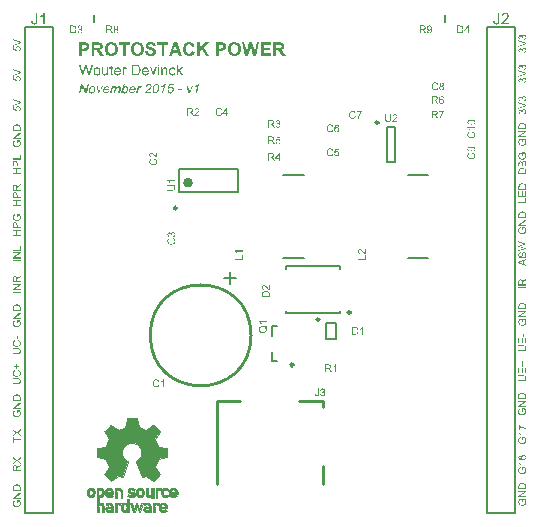
<source format=gto>
G04 Layer_Color=15132400*
%FSLAX23Y23*%
%MOIN*%
G70*
G01*
G75*
%ADD25C,0.010*%
%ADD37C,0.010*%
%ADD38C,0.016*%
%ADD39C,0.001*%
%ADD40C,0.008*%
G36*
X1263Y1516D02*
X1263Y1516D01*
X1263Y1516D01*
X1264Y1516D01*
X1264Y1516D01*
X1265Y1516D01*
X1266Y1515D01*
X1267Y1515D01*
X1268Y1515D01*
X1268Y1514D01*
X1269Y1514D01*
X1269Y1514D01*
X1269Y1514D01*
X1269Y1514D01*
X1269Y1514D01*
X1269Y1514D01*
X1269Y1513D01*
X1270Y1513D01*
X1270Y1513D01*
X1270Y1512D01*
X1271Y1512D01*
X1271Y1511D01*
X1271Y1511D01*
X1271Y1510D01*
X1272Y1510D01*
X1272Y1509D01*
X1272Y1509D01*
X1269Y1508D01*
Y1508D01*
X1269Y1508D01*
X1269Y1508D01*
X1269Y1508D01*
X1269Y1508D01*
X1268Y1509D01*
X1268Y1509D01*
X1268Y1510D01*
X1267Y1511D01*
X1267Y1511D01*
X1266Y1512D01*
X1266Y1512D01*
X1266Y1512D01*
X1266Y1512D01*
X1265Y1513D01*
X1264Y1513D01*
X1264Y1513D01*
X1263Y1513D01*
X1262Y1513D01*
X1262D01*
X1262Y1513D01*
X1261D01*
X1261Y1513D01*
X1260Y1513D01*
X1259Y1513D01*
X1259Y1513D01*
X1258Y1512D01*
X1257Y1512D01*
X1257D01*
X1257Y1512D01*
X1257Y1511D01*
X1256Y1511D01*
X1256Y1511D01*
X1255Y1510D01*
X1255Y1510D01*
X1255Y1509D01*
X1254Y1508D01*
Y1508D01*
X1254Y1508D01*
X1254Y1508D01*
X1254Y1508D01*
X1254Y1507D01*
X1254Y1507D01*
X1254Y1506D01*
X1254Y1506D01*
X1254Y1505D01*
X1254Y1504D01*
X1253Y1503D01*
Y1503D01*
Y1503D01*
Y1503D01*
Y1502D01*
X1254Y1502D01*
Y1502D01*
X1254Y1501D01*
X1254Y1501D01*
X1254Y1500D01*
X1254Y1499D01*
X1254Y1498D01*
X1254Y1497D01*
Y1497D01*
X1254Y1497D01*
X1255Y1497D01*
X1255Y1497D01*
X1255Y1496D01*
X1255Y1496D01*
X1256Y1495D01*
X1256Y1495D01*
X1257Y1494D01*
X1257Y1494D01*
X1257D01*
X1257Y1494D01*
X1258Y1494D01*
X1258Y1493D01*
X1258Y1493D01*
X1258Y1493D01*
X1259Y1493D01*
X1259Y1493D01*
X1260Y1493D01*
X1261Y1492D01*
X1262Y1492D01*
X1262D01*
X1262Y1492D01*
X1262D01*
X1263Y1493D01*
X1263Y1493D01*
X1264Y1493D01*
X1265Y1493D01*
X1266Y1494D01*
X1266Y1494D01*
X1267Y1494D01*
X1267Y1494D01*
X1267Y1494D01*
X1267Y1494D01*
X1267Y1494D01*
X1267Y1495D01*
X1267Y1495D01*
X1267Y1495D01*
X1268Y1495D01*
X1268Y1496D01*
X1268Y1496D01*
X1268Y1496D01*
X1269Y1497D01*
X1269Y1497D01*
X1269Y1498D01*
X1269Y1498D01*
X1269Y1499D01*
X1273Y1498D01*
Y1498D01*
X1273Y1498D01*
X1273Y1498D01*
X1272Y1497D01*
X1272Y1497D01*
X1272Y1497D01*
X1272Y1496D01*
X1272Y1496D01*
X1271Y1495D01*
X1271Y1494D01*
X1270Y1493D01*
X1270Y1493D01*
X1269Y1492D01*
X1269Y1492D01*
X1269Y1492D01*
X1269Y1492D01*
X1268Y1492D01*
X1268Y1491D01*
X1268Y1491D01*
X1268Y1491D01*
X1267Y1491D01*
X1267Y1491D01*
X1266Y1490D01*
X1266Y1490D01*
X1265Y1490D01*
X1265Y1490D01*
X1264Y1490D01*
X1263Y1490D01*
X1263Y1490D01*
X1262Y1490D01*
X1262D01*
X1261Y1490D01*
X1261D01*
X1261Y1490D01*
X1260Y1490D01*
X1260Y1490D01*
X1259Y1490D01*
X1257Y1490D01*
X1256Y1491D01*
X1256Y1491D01*
X1255Y1491D01*
X1255Y1491D01*
X1255Y1491D01*
X1255Y1491D01*
X1255Y1492D01*
X1255Y1492D01*
X1254Y1492D01*
X1254Y1492D01*
X1254Y1492D01*
X1254Y1493D01*
X1253Y1493D01*
X1253Y1494D01*
X1252Y1495D01*
X1251Y1496D01*
Y1496D01*
X1251Y1496D01*
X1251Y1496D01*
X1251Y1497D01*
X1251Y1497D01*
X1251Y1497D01*
X1251Y1498D01*
X1251Y1498D01*
X1251Y1499D01*
X1250Y1499D01*
X1250Y1500D01*
X1250Y1502D01*
X1250Y1503D01*
Y1503D01*
Y1503D01*
Y1503D01*
X1250Y1504D01*
Y1504D01*
X1250Y1504D01*
X1250Y1505D01*
X1250Y1505D01*
X1250Y1506D01*
X1251Y1508D01*
X1251Y1509D01*
X1252Y1510D01*
X1252Y1510D01*
X1252Y1510D01*
X1252Y1510D01*
X1252Y1510D01*
X1252Y1511D01*
X1252Y1511D01*
X1253Y1512D01*
X1253Y1512D01*
X1254Y1513D01*
X1255Y1514D01*
X1256Y1514D01*
X1256Y1515D01*
X1256Y1515D01*
X1256Y1515D01*
X1256Y1515D01*
X1257Y1515D01*
X1257Y1515D01*
X1257Y1515D01*
X1258Y1515D01*
X1258Y1515D01*
X1259Y1516D01*
X1260Y1516D01*
X1261Y1516D01*
X1262Y1516D01*
X1262D01*
X1263Y1516D01*
D02*
G37*
G36*
X1292Y1513D02*
X1292Y1513D01*
X1292Y1513D01*
X1292Y1513D01*
X1292Y1512D01*
X1292Y1512D01*
X1291Y1512D01*
X1291Y1511D01*
X1291Y1511D01*
X1290Y1510D01*
X1290Y1510D01*
X1290Y1509D01*
X1289Y1509D01*
X1289Y1508D01*
X1288Y1507D01*
X1288Y1507D01*
X1287Y1506D01*
X1287Y1506D01*
X1287Y1506D01*
X1287Y1505D01*
X1287Y1505D01*
X1287Y1505D01*
X1287Y1504D01*
X1286Y1504D01*
X1286Y1503D01*
X1286Y1503D01*
X1285Y1502D01*
X1285Y1501D01*
X1285Y1500D01*
X1284Y1499D01*
X1284Y1497D01*
Y1497D01*
X1284Y1497D01*
X1284Y1497D01*
X1284Y1496D01*
X1284Y1496D01*
X1283Y1496D01*
X1283Y1495D01*
X1283Y1495D01*
X1283Y1494D01*
X1283Y1494D01*
X1283Y1493D01*
X1283Y1491D01*
X1283Y1490D01*
X1279D01*
Y1490D01*
Y1490D01*
Y1490D01*
X1279Y1491D01*
Y1491D01*
X1279Y1491D01*
X1279Y1492D01*
X1279Y1492D01*
X1280Y1493D01*
X1280Y1493D01*
X1280Y1494D01*
X1280Y1494D01*
X1280Y1495D01*
X1280Y1496D01*
X1280Y1497D01*
Y1497D01*
X1281Y1497D01*
X1281Y1498D01*
X1281Y1498D01*
X1281Y1498D01*
X1281Y1499D01*
X1281Y1499D01*
X1281Y1500D01*
X1282Y1501D01*
X1282Y1501D01*
X1282Y1503D01*
X1283Y1504D01*
X1284Y1506D01*
X1284Y1506D01*
X1284Y1506D01*
X1284Y1506D01*
X1284Y1506D01*
X1284Y1507D01*
X1285Y1507D01*
X1285Y1507D01*
X1285Y1508D01*
X1286Y1509D01*
X1287Y1510D01*
X1287Y1511D01*
X1288Y1512D01*
X1276D01*
Y1515D01*
X1292D01*
Y1513D01*
D02*
G37*
G36*
X1210Y1471D02*
X1210D01*
X1211Y1471D01*
X1211Y1470D01*
X1212Y1470D01*
X1213Y1470D01*
X1214Y1470D01*
X1214Y1469D01*
X1215Y1469D01*
X1215Y1469D01*
X1215Y1469D01*
X1215Y1469D01*
X1215Y1469D01*
X1215Y1469D01*
X1215Y1468D01*
X1216Y1468D01*
X1216Y1467D01*
X1216Y1466D01*
X1217Y1465D01*
X1217Y1464D01*
X1214Y1464D01*
Y1464D01*
X1214Y1464D01*
X1214Y1464D01*
X1214Y1465D01*
X1213Y1465D01*
X1213Y1466D01*
X1213Y1466D01*
X1213Y1466D01*
X1213Y1467D01*
X1212Y1467D01*
X1212Y1467D01*
X1212Y1467D01*
X1212Y1467D01*
X1211Y1468D01*
X1211Y1468D01*
X1210Y1468D01*
X1209Y1468D01*
X1209D01*
X1209Y1468D01*
X1209Y1468D01*
X1208Y1468D01*
X1208Y1468D01*
X1207Y1468D01*
X1207Y1467D01*
X1207Y1467D01*
X1206Y1467D01*
X1206Y1467D01*
X1206Y1466D01*
X1206Y1466D01*
X1205Y1465D01*
X1205Y1465D01*
X1204Y1464D01*
Y1464D01*
X1204Y1464D01*
X1204Y1464D01*
X1204Y1464D01*
X1204Y1464D01*
X1204Y1463D01*
X1204Y1463D01*
X1204Y1463D01*
X1204Y1462D01*
X1204Y1462D01*
X1204Y1461D01*
X1204Y1461D01*
X1204Y1460D01*
X1204Y1460D01*
X1204Y1459D01*
Y1458D01*
X1204Y1458D01*
X1204Y1458D01*
X1204Y1459D01*
X1204Y1459D01*
X1205Y1460D01*
X1205Y1460D01*
X1206Y1460D01*
X1206Y1461D01*
X1206D01*
X1206Y1461D01*
X1207Y1461D01*
X1207Y1461D01*
X1207Y1461D01*
X1208Y1461D01*
X1208Y1461D01*
X1209Y1462D01*
X1210Y1462D01*
X1210D01*
X1210Y1462D01*
X1211Y1462D01*
X1211Y1462D01*
X1211Y1461D01*
X1212Y1461D01*
X1212Y1461D01*
X1213Y1461D01*
X1213Y1461D01*
X1214Y1460D01*
X1214Y1460D01*
X1215Y1460D01*
X1215Y1459D01*
X1215Y1459D01*
X1215Y1459D01*
X1215Y1459D01*
X1215Y1459D01*
X1216Y1459D01*
X1216Y1458D01*
X1216Y1458D01*
X1216Y1458D01*
X1216Y1457D01*
X1217Y1457D01*
X1217Y1456D01*
X1217Y1456D01*
X1217Y1455D01*
X1217Y1455D01*
X1217Y1454D01*
X1217Y1453D01*
Y1453D01*
Y1453D01*
Y1453D01*
Y1453D01*
X1217Y1453D01*
Y1452D01*
X1217Y1452D01*
X1217Y1451D01*
X1217Y1450D01*
X1217Y1450D01*
X1216Y1449D01*
Y1449D01*
X1216Y1449D01*
X1216Y1449D01*
X1216Y1448D01*
X1216Y1448D01*
X1216Y1448D01*
X1215Y1447D01*
X1215Y1447D01*
X1214Y1446D01*
X1213Y1446D01*
X1213D01*
X1213Y1446D01*
X1213Y1446D01*
X1213Y1445D01*
X1213Y1445D01*
X1212Y1445D01*
X1212Y1445D01*
X1211Y1445D01*
X1210Y1445D01*
X1209Y1445D01*
X1209D01*
X1209Y1445D01*
X1209D01*
X1208Y1445D01*
X1208Y1445D01*
X1207Y1445D01*
X1207Y1445D01*
X1206Y1445D01*
X1206Y1445D01*
X1205Y1445D01*
X1205Y1446D01*
X1204Y1446D01*
X1204Y1446D01*
X1203Y1447D01*
X1203Y1447D01*
X1203Y1447D01*
X1203Y1448D01*
X1203Y1448D01*
X1202Y1448D01*
X1202Y1448D01*
X1202Y1449D01*
X1202Y1449D01*
X1202Y1450D01*
X1201Y1450D01*
X1201Y1451D01*
X1201Y1452D01*
X1201Y1453D01*
X1201Y1454D01*
X1200Y1455D01*
X1200Y1456D01*
X1200Y1457D01*
Y1457D01*
Y1457D01*
Y1457D01*
Y1457D01*
X1200Y1458D01*
Y1458D01*
X1200Y1459D01*
X1201Y1459D01*
X1201Y1460D01*
X1201Y1461D01*
X1201Y1462D01*
X1201Y1463D01*
X1201Y1464D01*
X1202Y1465D01*
X1202Y1465D01*
X1202Y1466D01*
X1203Y1467D01*
X1203Y1468D01*
X1203Y1468D01*
X1203Y1468D01*
X1203Y1468D01*
X1204Y1468D01*
X1204Y1468D01*
X1204Y1469D01*
X1204Y1469D01*
X1205Y1469D01*
X1205Y1469D01*
X1206Y1470D01*
X1206Y1470D01*
X1207Y1470D01*
X1207Y1470D01*
X1208Y1471D01*
X1209Y1471D01*
X1210Y1471D01*
X1210D01*
X1210Y1471D01*
D02*
G37*
G36*
X1188Y1471D02*
X1188Y1471D01*
X1188Y1471D01*
X1189Y1471D01*
X1189Y1471D01*
X1190Y1471D01*
X1191Y1470D01*
X1192Y1470D01*
X1193Y1470D01*
X1193Y1469D01*
X1194Y1469D01*
X1194Y1469D01*
X1194Y1469D01*
X1194Y1469D01*
X1194Y1469D01*
X1194Y1469D01*
X1194Y1468D01*
X1195Y1468D01*
X1195Y1468D01*
X1195Y1467D01*
X1196Y1467D01*
X1196Y1466D01*
X1196Y1466D01*
X1196Y1465D01*
X1197Y1465D01*
X1197Y1464D01*
X1197Y1464D01*
X1194Y1463D01*
Y1463D01*
X1194Y1463D01*
X1194Y1463D01*
X1194Y1463D01*
X1194Y1463D01*
X1194Y1464D01*
X1193Y1464D01*
X1193Y1465D01*
X1192Y1466D01*
X1192Y1466D01*
X1191Y1467D01*
X1191Y1467D01*
X1191Y1467D01*
X1191Y1467D01*
X1190Y1468D01*
X1189Y1468D01*
X1189Y1468D01*
X1188Y1468D01*
X1187Y1468D01*
X1187D01*
X1187Y1468D01*
X1186D01*
X1186Y1468D01*
X1185Y1468D01*
X1184Y1468D01*
X1184Y1468D01*
X1183Y1467D01*
X1182Y1467D01*
X1182D01*
X1182Y1467D01*
X1182Y1466D01*
X1181Y1466D01*
X1181Y1466D01*
X1180Y1465D01*
X1180Y1465D01*
X1180Y1464D01*
X1179Y1463D01*
Y1463D01*
X1179Y1463D01*
X1179Y1463D01*
X1179Y1463D01*
X1179Y1462D01*
X1179Y1462D01*
X1179Y1461D01*
X1179Y1461D01*
X1179Y1460D01*
X1179Y1459D01*
X1178Y1458D01*
Y1458D01*
Y1458D01*
Y1458D01*
Y1457D01*
X1179Y1457D01*
Y1457D01*
X1179Y1456D01*
X1179Y1456D01*
X1179Y1455D01*
X1179Y1454D01*
X1179Y1453D01*
X1179Y1452D01*
Y1452D01*
X1179Y1452D01*
X1180Y1452D01*
X1180Y1452D01*
X1180Y1451D01*
X1180Y1451D01*
X1181Y1450D01*
X1181Y1450D01*
X1182Y1449D01*
X1182Y1449D01*
X1182D01*
X1182Y1449D01*
X1183Y1449D01*
X1183Y1448D01*
X1183Y1448D01*
X1183Y1448D01*
X1184Y1448D01*
X1184Y1448D01*
X1185Y1448D01*
X1186Y1447D01*
X1187Y1447D01*
X1187D01*
X1187Y1447D01*
X1187D01*
X1188Y1448D01*
X1188Y1448D01*
X1189Y1448D01*
X1190Y1448D01*
X1191Y1449D01*
X1191Y1449D01*
X1192Y1449D01*
X1192Y1449D01*
X1192Y1449D01*
X1192Y1449D01*
X1192Y1449D01*
X1192Y1450D01*
X1192Y1450D01*
X1192Y1450D01*
X1193Y1450D01*
X1193Y1451D01*
X1193Y1451D01*
X1193Y1451D01*
X1194Y1452D01*
X1194Y1452D01*
X1194Y1453D01*
X1194Y1453D01*
X1194Y1454D01*
X1198Y1453D01*
Y1453D01*
X1198Y1453D01*
X1198Y1453D01*
X1197Y1452D01*
X1197Y1452D01*
X1197Y1452D01*
X1197Y1451D01*
X1197Y1451D01*
X1196Y1450D01*
X1196Y1449D01*
X1195Y1448D01*
X1195Y1448D01*
X1194Y1447D01*
X1194Y1447D01*
X1194Y1447D01*
X1194Y1447D01*
X1194Y1447D01*
X1193Y1446D01*
X1193Y1446D01*
X1193Y1446D01*
X1192Y1446D01*
X1192Y1446D01*
X1191Y1445D01*
X1191Y1445D01*
X1190Y1445D01*
X1190Y1445D01*
X1189Y1445D01*
X1188Y1445D01*
X1188Y1445D01*
X1187Y1445D01*
X1187D01*
X1186Y1445D01*
X1186D01*
X1186Y1445D01*
X1185Y1445D01*
X1185Y1445D01*
X1184Y1445D01*
X1182Y1445D01*
X1181Y1446D01*
X1181Y1446D01*
X1180Y1446D01*
X1180Y1446D01*
X1180Y1446D01*
X1180Y1446D01*
X1180Y1447D01*
X1180Y1447D01*
X1179Y1447D01*
X1179Y1447D01*
X1179Y1447D01*
X1179Y1448D01*
X1178Y1448D01*
X1178Y1449D01*
X1177Y1450D01*
X1176Y1451D01*
Y1451D01*
X1176Y1451D01*
X1176Y1451D01*
X1176Y1452D01*
X1176Y1452D01*
X1176Y1452D01*
X1176Y1453D01*
X1176Y1453D01*
X1176Y1454D01*
X1175Y1454D01*
X1175Y1455D01*
X1175Y1457D01*
X1175Y1458D01*
Y1458D01*
Y1458D01*
Y1458D01*
X1175Y1459D01*
Y1459D01*
X1175Y1459D01*
X1175Y1460D01*
X1175Y1460D01*
X1175Y1461D01*
X1176Y1463D01*
X1176Y1464D01*
X1177Y1465D01*
X1177Y1465D01*
X1177Y1465D01*
X1177Y1465D01*
X1177Y1465D01*
X1177Y1466D01*
X1177Y1466D01*
X1178Y1467D01*
X1178Y1467D01*
X1179Y1468D01*
X1180Y1469D01*
X1181Y1469D01*
X1181Y1470D01*
X1181Y1470D01*
X1181Y1470D01*
X1181Y1470D01*
X1182Y1470D01*
X1182Y1470D01*
X1182Y1470D01*
X1183Y1470D01*
X1183Y1470D01*
X1184Y1471D01*
X1185Y1471D01*
X1186Y1471D01*
X1187Y1471D01*
X1187D01*
X1188Y1471D01*
D02*
G37*
G36*
X1658Y1397D02*
X1658D01*
X1659Y1397D01*
X1659Y1397D01*
X1661Y1397D01*
X1662Y1397D01*
X1663Y1397D01*
X1664Y1396D01*
X1665Y1396D01*
X1665D01*
X1665Y1396D01*
X1665Y1396D01*
X1665Y1396D01*
X1665Y1396D01*
X1666Y1396D01*
X1666Y1395D01*
X1667Y1395D01*
X1668Y1395D01*
X1668Y1394D01*
X1669Y1393D01*
Y1393D01*
X1669Y1393D01*
X1669Y1393D01*
X1669Y1393D01*
X1669Y1393D01*
X1669Y1392D01*
X1670Y1392D01*
X1670Y1392D01*
X1670Y1391D01*
X1670Y1390D01*
X1670Y1389D01*
X1670Y1388D01*
Y1388D01*
Y1388D01*
Y1388D01*
X1670Y1388D01*
Y1387D01*
X1670Y1387D01*
X1670Y1386D01*
X1670Y1386D01*
X1670Y1385D01*
X1669Y1384D01*
X1669Y1384D01*
X1669Y1383D01*
X1669Y1383D01*
X1669Y1383D01*
X1669Y1383D01*
X1668Y1383D01*
X1668Y1383D01*
X1668Y1383D01*
X1668Y1382D01*
X1667Y1382D01*
X1666Y1382D01*
X1665Y1381D01*
X1664Y1381D01*
X1664Y1384D01*
X1664D01*
X1664Y1384D01*
X1664D01*
X1664Y1384D01*
X1665Y1384D01*
X1665Y1384D01*
X1666Y1385D01*
X1666Y1385D01*
X1667Y1385D01*
X1667Y1385D01*
X1667Y1386D01*
X1667Y1386D01*
X1667Y1386D01*
X1667Y1386D01*
X1668Y1387D01*
X1668Y1387D01*
X1668Y1388D01*
X1668Y1388D01*
Y1388D01*
Y1389D01*
X1668Y1389D01*
X1668Y1389D01*
X1668Y1390D01*
X1668Y1390D01*
X1667Y1390D01*
X1667Y1391D01*
X1667Y1391D01*
X1667Y1391D01*
X1667Y1391D01*
X1667Y1391D01*
X1666Y1392D01*
X1666Y1392D01*
X1666Y1392D01*
X1665Y1393D01*
X1665Y1393D01*
X1665Y1393D01*
X1665Y1393D01*
X1665Y1393D01*
X1664Y1393D01*
X1664Y1393D01*
X1663Y1394D01*
X1662Y1394D01*
X1662D01*
X1662Y1394D01*
X1662D01*
X1662Y1394D01*
X1662Y1394D01*
X1661Y1394D01*
X1661Y1394D01*
X1660Y1394D01*
X1659Y1394D01*
X1659Y1394D01*
X1658D01*
X1658Y1394D01*
X1658Y1394D01*
X1658Y1394D01*
X1659Y1394D01*
X1659Y1393D01*
X1660Y1393D01*
X1660Y1392D01*
X1660Y1392D01*
X1660Y1392D01*
X1661Y1391D01*
X1661Y1391D01*
X1661Y1391D01*
X1661Y1390D01*
X1661Y1389D01*
X1661Y1389D01*
X1661Y1388D01*
Y1388D01*
Y1388D01*
Y1388D01*
X1661Y1388D01*
X1661Y1387D01*
X1661Y1387D01*
X1661Y1387D01*
X1661Y1386D01*
X1661Y1385D01*
X1661Y1385D01*
X1660Y1384D01*
X1660Y1384D01*
X1660Y1384D01*
X1659Y1383D01*
X1659Y1383D01*
X1659Y1383D01*
X1659Y1383D01*
X1659Y1383D01*
X1659Y1382D01*
X1658Y1382D01*
X1658Y1382D01*
X1658Y1382D01*
X1657Y1382D01*
X1657Y1381D01*
X1657Y1381D01*
X1656Y1381D01*
X1655Y1381D01*
X1655Y1381D01*
X1654Y1381D01*
X1654Y1381D01*
X1653Y1381D01*
X1653D01*
X1652Y1381D01*
X1652Y1381D01*
X1652Y1381D01*
X1651Y1381D01*
X1651Y1381D01*
X1650Y1381D01*
X1649Y1381D01*
X1649Y1381D01*
X1648Y1382D01*
X1648Y1382D01*
X1647Y1382D01*
X1647Y1383D01*
X1647Y1383D01*
X1647Y1383D01*
X1646Y1383D01*
X1646Y1383D01*
X1646Y1383D01*
X1646Y1384D01*
X1646Y1384D01*
X1645Y1384D01*
X1645Y1385D01*
X1645Y1385D01*
X1645Y1386D01*
X1645Y1387D01*
X1644Y1387D01*
X1644Y1388D01*
X1644Y1389D01*
Y1389D01*
Y1389D01*
Y1389D01*
X1644Y1389D01*
Y1389D01*
X1644Y1389D01*
X1644Y1390D01*
X1645Y1391D01*
X1645Y1392D01*
X1645Y1392D01*
X1646Y1393D01*
Y1393D01*
X1646Y1393D01*
X1646Y1393D01*
X1646Y1393D01*
X1646Y1394D01*
X1647Y1394D01*
X1647Y1395D01*
X1648Y1395D01*
X1649Y1396D01*
X1650Y1396D01*
X1650D01*
X1650Y1396D01*
X1650Y1396D01*
X1650Y1396D01*
X1650Y1397D01*
X1651Y1397D01*
X1651Y1397D01*
X1651Y1397D01*
X1652Y1397D01*
X1652Y1397D01*
X1653Y1397D01*
X1654Y1397D01*
X1654Y1397D01*
X1655Y1397D01*
X1656Y1397D01*
X1657D01*
X1658Y1397D01*
D02*
G37*
G36*
X1662Y1378D02*
X1662Y1378D01*
X1663Y1377D01*
X1663Y1377D01*
X1663Y1377D01*
X1664Y1377D01*
X1664Y1377D01*
X1665Y1376D01*
X1666Y1376D01*
X1667Y1375D01*
X1667Y1375D01*
X1668Y1374D01*
X1668Y1374D01*
X1668Y1374D01*
X1668Y1374D01*
X1668Y1373D01*
X1669Y1373D01*
X1669Y1373D01*
X1669Y1373D01*
X1669Y1372D01*
X1669Y1372D01*
X1670Y1371D01*
X1670Y1371D01*
X1670Y1370D01*
X1670Y1370D01*
X1670Y1369D01*
X1670Y1368D01*
X1670Y1368D01*
X1670Y1367D01*
Y1367D01*
Y1367D01*
Y1367D01*
X1670Y1366D01*
Y1366D01*
X1670Y1366D01*
X1670Y1365D01*
X1670Y1365D01*
X1670Y1364D01*
X1670Y1362D01*
X1669Y1361D01*
X1669Y1361D01*
X1669Y1360D01*
X1669Y1360D01*
X1669Y1360D01*
X1669Y1360D01*
X1668Y1360D01*
X1668Y1360D01*
X1668Y1359D01*
X1668Y1359D01*
X1668Y1359D01*
X1667Y1359D01*
X1667Y1358D01*
X1666Y1358D01*
X1665Y1357D01*
X1664Y1356D01*
X1664D01*
X1664Y1356D01*
X1664Y1356D01*
X1663Y1356D01*
X1663Y1356D01*
X1663Y1356D01*
X1662Y1356D01*
X1662Y1356D01*
X1661Y1356D01*
X1661Y1355D01*
X1660Y1355D01*
X1658Y1355D01*
X1657Y1355D01*
X1657D01*
X1656Y1355D01*
X1656D01*
X1656Y1355D01*
X1655Y1355D01*
X1655Y1355D01*
X1654Y1355D01*
X1652Y1356D01*
X1651Y1356D01*
X1650Y1357D01*
X1650Y1357D01*
X1650Y1357D01*
X1650Y1357D01*
X1650Y1357D01*
X1649Y1357D01*
X1649Y1357D01*
X1648Y1358D01*
X1648Y1358D01*
X1647Y1359D01*
X1646Y1360D01*
X1646Y1361D01*
X1645Y1361D01*
X1645Y1361D01*
X1645Y1361D01*
X1645Y1361D01*
X1645Y1362D01*
X1645Y1362D01*
X1645Y1362D01*
X1645Y1363D01*
X1645Y1363D01*
X1644Y1364D01*
X1644Y1365D01*
X1644Y1366D01*
X1644Y1367D01*
Y1367D01*
Y1367D01*
Y1367D01*
X1644Y1368D01*
X1644Y1368D01*
X1644Y1368D01*
X1644Y1369D01*
X1644Y1369D01*
X1644Y1370D01*
X1645Y1371D01*
X1645Y1372D01*
X1645Y1373D01*
X1646Y1373D01*
X1646Y1374D01*
X1646Y1374D01*
X1646Y1374D01*
X1646Y1374D01*
X1646Y1374D01*
X1646Y1374D01*
X1647Y1374D01*
X1647Y1375D01*
X1647Y1375D01*
X1648Y1375D01*
X1648Y1376D01*
X1649Y1376D01*
X1649Y1376D01*
X1650Y1376D01*
X1650Y1377D01*
X1651Y1377D01*
X1651Y1377D01*
X1652Y1374D01*
X1652D01*
X1652Y1374D01*
X1652Y1374D01*
X1652Y1374D01*
X1652Y1374D01*
X1651Y1373D01*
X1651Y1373D01*
X1650Y1373D01*
X1649Y1372D01*
X1649Y1372D01*
X1648Y1371D01*
X1648Y1371D01*
X1648Y1371D01*
X1648Y1371D01*
X1647Y1370D01*
X1647Y1369D01*
X1647Y1369D01*
X1647Y1368D01*
X1647Y1367D01*
Y1367D01*
Y1367D01*
Y1367D01*
X1647Y1367D01*
Y1366D01*
X1647Y1366D01*
X1647Y1365D01*
X1647Y1364D01*
X1647Y1364D01*
X1648Y1363D01*
X1648Y1362D01*
Y1362D01*
X1648Y1362D01*
X1649Y1362D01*
X1649Y1361D01*
X1649Y1361D01*
X1650Y1360D01*
X1650Y1360D01*
X1651Y1360D01*
X1652Y1359D01*
X1652D01*
X1652Y1359D01*
X1652Y1359D01*
X1652Y1359D01*
X1653Y1359D01*
X1653Y1359D01*
X1654Y1359D01*
X1654Y1359D01*
X1655Y1359D01*
X1656Y1359D01*
X1657Y1358D01*
X1658D01*
X1658Y1359D01*
X1658D01*
X1659Y1359D01*
X1659Y1359D01*
X1660Y1359D01*
X1661Y1359D01*
X1662Y1359D01*
X1663Y1359D01*
X1663D01*
X1663Y1359D01*
X1663Y1360D01*
X1663Y1360D01*
X1664Y1360D01*
X1664Y1360D01*
X1665Y1361D01*
X1665Y1361D01*
X1666Y1362D01*
X1666Y1362D01*
Y1362D01*
X1666Y1362D01*
X1666Y1363D01*
X1667Y1363D01*
X1667Y1363D01*
X1667Y1363D01*
X1667Y1364D01*
X1667Y1364D01*
X1667Y1365D01*
X1668Y1366D01*
X1668Y1367D01*
Y1367D01*
Y1367D01*
Y1367D01*
X1668Y1367D01*
Y1367D01*
X1667Y1368D01*
X1667Y1368D01*
X1667Y1369D01*
X1667Y1370D01*
X1666Y1371D01*
X1666Y1371D01*
X1666Y1372D01*
X1666Y1372D01*
X1666Y1372D01*
X1666Y1372D01*
X1666Y1372D01*
X1665Y1372D01*
X1665Y1372D01*
X1665Y1372D01*
X1665Y1373D01*
X1664Y1373D01*
X1664Y1373D01*
X1664Y1373D01*
X1663Y1374D01*
X1663Y1374D01*
X1662Y1374D01*
X1662Y1374D01*
X1661Y1374D01*
X1662Y1378D01*
X1662D01*
X1662Y1378D01*
D02*
G37*
G36*
X1538Y1611D02*
X1538Y1611D01*
X1538Y1611D01*
X1539Y1611D01*
X1539Y1611D01*
X1540Y1611D01*
X1541Y1610D01*
X1542Y1610D01*
X1543Y1610D01*
X1543Y1609D01*
X1544Y1609D01*
X1544Y1609D01*
X1544Y1609D01*
X1544Y1609D01*
X1544Y1609D01*
X1544Y1609D01*
X1544Y1608D01*
X1545Y1608D01*
X1545Y1608D01*
X1545Y1607D01*
X1546Y1607D01*
X1546Y1606D01*
X1546Y1606D01*
X1546Y1605D01*
X1547Y1605D01*
X1547Y1604D01*
X1547Y1604D01*
X1544Y1603D01*
Y1603D01*
X1544Y1603D01*
X1544Y1603D01*
X1544Y1603D01*
X1544Y1603D01*
X1543Y1604D01*
X1543Y1604D01*
X1543Y1605D01*
X1542Y1606D01*
X1542Y1606D01*
X1541Y1607D01*
X1541Y1607D01*
X1541Y1607D01*
X1541Y1607D01*
X1540Y1608D01*
X1539Y1608D01*
X1539Y1608D01*
X1538Y1608D01*
X1537Y1608D01*
X1537D01*
X1537Y1608D01*
X1536D01*
X1536Y1608D01*
X1535Y1608D01*
X1534Y1608D01*
X1534Y1608D01*
X1533Y1607D01*
X1532Y1607D01*
X1532D01*
X1532Y1607D01*
X1532Y1606D01*
X1531Y1606D01*
X1531Y1606D01*
X1530Y1605D01*
X1530Y1605D01*
X1530Y1604D01*
X1529Y1603D01*
Y1603D01*
X1529Y1603D01*
X1529Y1603D01*
X1529Y1603D01*
X1529Y1602D01*
X1529Y1602D01*
X1529Y1601D01*
X1529Y1601D01*
X1529Y1600D01*
X1529Y1599D01*
X1528Y1598D01*
Y1598D01*
Y1598D01*
Y1598D01*
Y1597D01*
X1529Y1597D01*
Y1597D01*
X1529Y1596D01*
X1529Y1596D01*
X1529Y1595D01*
X1529Y1594D01*
X1529Y1593D01*
X1529Y1592D01*
Y1592D01*
X1529Y1592D01*
X1530Y1592D01*
X1530Y1592D01*
X1530Y1591D01*
X1530Y1591D01*
X1531Y1590D01*
X1531Y1590D01*
X1532Y1589D01*
X1532Y1589D01*
X1532D01*
X1532Y1589D01*
X1533Y1589D01*
X1533Y1588D01*
X1533Y1588D01*
X1533Y1588D01*
X1534Y1588D01*
X1534Y1588D01*
X1535Y1588D01*
X1536Y1587D01*
X1537Y1587D01*
X1537D01*
X1537Y1587D01*
X1537D01*
X1538Y1588D01*
X1538Y1588D01*
X1539Y1588D01*
X1540Y1588D01*
X1541Y1589D01*
X1541Y1589D01*
X1542Y1589D01*
X1542Y1589D01*
X1542Y1589D01*
X1542Y1589D01*
X1542Y1589D01*
X1542Y1590D01*
X1542Y1590D01*
X1542Y1590D01*
X1543Y1590D01*
X1543Y1591D01*
X1543Y1591D01*
X1543Y1591D01*
X1544Y1592D01*
X1544Y1592D01*
X1544Y1593D01*
X1544Y1593D01*
X1544Y1594D01*
X1548Y1593D01*
Y1593D01*
X1548Y1593D01*
X1548Y1593D01*
X1547Y1592D01*
X1547Y1592D01*
X1547Y1592D01*
X1547Y1591D01*
X1547Y1591D01*
X1546Y1590D01*
X1546Y1589D01*
X1545Y1588D01*
X1545Y1588D01*
X1544Y1587D01*
X1544Y1587D01*
X1544Y1587D01*
X1544Y1587D01*
X1543Y1587D01*
X1543Y1586D01*
X1543Y1586D01*
X1543Y1586D01*
X1542Y1586D01*
X1542Y1586D01*
X1541Y1585D01*
X1541Y1585D01*
X1540Y1585D01*
X1540Y1585D01*
X1539Y1585D01*
X1538Y1585D01*
X1538Y1585D01*
X1537Y1585D01*
X1537D01*
X1536Y1585D01*
X1536D01*
X1536Y1585D01*
X1535Y1585D01*
X1535Y1585D01*
X1534Y1585D01*
X1532Y1585D01*
X1531Y1586D01*
X1531Y1586D01*
X1530Y1586D01*
X1530Y1586D01*
X1530Y1586D01*
X1530Y1586D01*
X1530Y1587D01*
X1530Y1587D01*
X1529Y1587D01*
X1529Y1587D01*
X1529Y1587D01*
X1529Y1588D01*
X1528Y1588D01*
X1528Y1589D01*
X1527Y1590D01*
X1526Y1591D01*
Y1591D01*
X1526Y1591D01*
X1526Y1591D01*
X1526Y1592D01*
X1526Y1592D01*
X1526Y1592D01*
X1526Y1593D01*
X1526Y1593D01*
X1526Y1594D01*
X1525Y1594D01*
X1525Y1595D01*
X1525Y1597D01*
X1525Y1598D01*
Y1598D01*
Y1598D01*
Y1598D01*
X1525Y1599D01*
Y1599D01*
X1525Y1599D01*
X1525Y1600D01*
X1525Y1600D01*
X1525Y1601D01*
X1526Y1603D01*
X1526Y1604D01*
X1527Y1605D01*
X1527Y1605D01*
X1527Y1605D01*
X1527Y1605D01*
X1527Y1605D01*
X1527Y1606D01*
X1527Y1606D01*
X1528Y1607D01*
X1528Y1607D01*
X1529Y1608D01*
X1530Y1609D01*
X1531Y1609D01*
X1531Y1610D01*
X1531Y1610D01*
X1531Y1610D01*
X1531Y1610D01*
X1532Y1610D01*
X1532Y1610D01*
X1532Y1610D01*
X1533Y1610D01*
X1533Y1610D01*
X1534Y1611D01*
X1535Y1611D01*
X1536Y1611D01*
X1537Y1611D01*
X1537D01*
X1538Y1611D01*
D02*
G37*
G36*
X1559Y1611D02*
X1560Y1611D01*
X1560Y1611D01*
X1560Y1611D01*
X1561Y1610D01*
X1562Y1610D01*
X1563Y1610D01*
X1563Y1610D01*
X1563Y1609D01*
X1564Y1609D01*
X1564Y1609D01*
X1564Y1609D01*
X1564Y1609D01*
X1564Y1609D01*
X1565Y1608D01*
X1565Y1608D01*
X1565Y1608D01*
X1565Y1607D01*
X1566Y1607D01*
X1566Y1606D01*
X1566Y1605D01*
X1566Y1604D01*
X1566Y1604D01*
Y1604D01*
Y1604D01*
Y1604D01*
X1566Y1603D01*
X1566Y1603D01*
X1566Y1602D01*
X1566Y1602D01*
X1566Y1601D01*
X1565Y1601D01*
X1565Y1601D01*
X1565Y1601D01*
X1565Y1600D01*
X1565Y1600D01*
X1564Y1600D01*
X1564Y1599D01*
X1563Y1599D01*
X1563Y1599D01*
X1563D01*
X1563Y1599D01*
X1563Y1599D01*
X1563Y1599D01*
X1563Y1599D01*
X1564Y1598D01*
X1564Y1598D01*
X1565Y1597D01*
X1566Y1597D01*
X1566Y1596D01*
Y1596D01*
X1566Y1596D01*
X1566Y1596D01*
X1567Y1596D01*
X1567Y1595D01*
X1567Y1595D01*
X1567Y1594D01*
X1567Y1593D01*
X1567Y1592D01*
Y1592D01*
Y1592D01*
Y1592D01*
X1567Y1592D01*
X1567Y1591D01*
X1567Y1591D01*
X1567Y1591D01*
X1567Y1590D01*
X1567Y1590D01*
X1567Y1589D01*
X1566Y1589D01*
X1566Y1588D01*
X1566Y1588D01*
X1565Y1587D01*
X1565Y1587D01*
X1565Y1587D01*
X1565Y1587D01*
X1565Y1587D01*
X1565Y1586D01*
X1564Y1586D01*
X1564Y1586D01*
X1564Y1586D01*
X1563Y1586D01*
X1563Y1585D01*
X1563Y1585D01*
X1562Y1585D01*
X1561Y1585D01*
X1561Y1585D01*
X1560Y1585D01*
X1560Y1585D01*
X1559Y1585D01*
X1559D01*
X1558Y1585D01*
X1558Y1585D01*
X1558Y1585D01*
X1557Y1585D01*
X1557Y1585D01*
X1556Y1585D01*
X1555Y1585D01*
X1555Y1585D01*
X1554Y1586D01*
X1554Y1586D01*
X1553Y1586D01*
X1553Y1587D01*
X1553Y1587D01*
X1553Y1587D01*
X1553Y1587D01*
X1552Y1587D01*
X1552Y1587D01*
X1552Y1588D01*
X1552Y1588D01*
X1552Y1588D01*
X1551Y1589D01*
X1551Y1589D01*
X1551Y1590D01*
X1551Y1591D01*
X1551Y1591D01*
X1551Y1592D01*
X1550Y1592D01*
Y1592D01*
Y1592D01*
Y1593D01*
X1551Y1593D01*
Y1593D01*
X1551Y1593D01*
X1551Y1594D01*
X1551Y1595D01*
X1551Y1595D01*
X1551Y1596D01*
X1552Y1597D01*
Y1597D01*
X1552Y1597D01*
X1552Y1597D01*
X1552Y1597D01*
X1553Y1597D01*
X1553Y1598D01*
X1554Y1598D01*
X1555Y1599D01*
X1555Y1599D01*
X1555D01*
X1555Y1599D01*
X1555Y1599D01*
X1555Y1599D01*
X1555Y1599D01*
X1554Y1599D01*
X1554Y1600D01*
X1553Y1600D01*
X1553Y1600D01*
X1552Y1601D01*
X1552Y1601D01*
X1552Y1601D01*
X1552Y1601D01*
X1552Y1602D01*
X1552Y1602D01*
X1552Y1603D01*
X1552Y1603D01*
X1552Y1604D01*
Y1604D01*
Y1604D01*
Y1604D01*
X1552Y1605D01*
X1552Y1605D01*
X1552Y1605D01*
X1552Y1606D01*
X1552Y1606D01*
X1552Y1607D01*
X1553Y1608D01*
X1553Y1608D01*
X1553Y1608D01*
X1554Y1609D01*
X1554Y1609D01*
X1554Y1609D01*
X1554Y1609D01*
X1554Y1609D01*
X1554Y1609D01*
X1554Y1609D01*
X1555Y1610D01*
X1555Y1610D01*
X1555Y1610D01*
X1556Y1610D01*
X1556Y1610D01*
X1557Y1610D01*
X1558Y1611D01*
X1558Y1611D01*
X1559Y1611D01*
X1559D01*
X1559Y1611D01*
D02*
G37*
G36*
X663Y1112D02*
X663Y1112D01*
X664Y1112D01*
X664Y1112D01*
X664Y1112D01*
X665Y1112D01*
X666Y1112D01*
X666Y1111D01*
X667Y1111D01*
X667Y1111D01*
X668Y1110D01*
X668Y1110D01*
X668Y1110D01*
X668Y1110D01*
X668Y1110D01*
X668Y1109D01*
X669Y1109D01*
X669Y1109D01*
X669Y1109D01*
X669Y1108D01*
X669Y1108D01*
X670Y1107D01*
X670Y1107D01*
X670Y1106D01*
X670Y1106D01*
X670Y1105D01*
X670Y1104D01*
X670Y1104D01*
Y1104D01*
Y1104D01*
Y1103D01*
X670Y1103D01*
X670Y1103D01*
X670Y1102D01*
X670Y1102D01*
X670Y1102D01*
X670Y1101D01*
X670Y1100D01*
X669Y1099D01*
X669Y1099D01*
X669Y1099D01*
X668Y1098D01*
X668Y1098D01*
X668Y1098D01*
X668Y1098D01*
X668Y1098D01*
X668Y1098D01*
X668Y1097D01*
X667Y1097D01*
X667Y1097D01*
X667Y1097D01*
X666Y1096D01*
X665Y1096D01*
X664Y1096D01*
X664Y1096D01*
X663Y1096D01*
X663Y1099D01*
X663D01*
X663Y1099D01*
X663Y1099D01*
X663Y1099D01*
X663Y1099D01*
X664Y1099D01*
X664Y1099D01*
X665Y1099D01*
X666Y1100D01*
X666Y1100D01*
X667Y1101D01*
X667Y1101D01*
X667Y1101D01*
X667Y1101D01*
X667Y1101D01*
X667Y1102D01*
X668Y1102D01*
X668Y1103D01*
X668Y1104D01*
Y1104D01*
Y1104D01*
Y1104D01*
X668Y1104D01*
X668Y1104D01*
X668Y1105D01*
X667Y1106D01*
X667Y1106D01*
X667Y1107D01*
X666Y1107D01*
X666Y1108D01*
X666Y1108D01*
X666Y1108D01*
X665Y1108D01*
X665Y1109D01*
X664Y1109D01*
X663Y1109D01*
X663Y1109D01*
X662D01*
X662Y1109D01*
X662Y1109D01*
X661Y1109D01*
X661Y1109D01*
X660Y1108D01*
X659Y1108D01*
X659Y1108D01*
X659Y1107D01*
X659Y1107D01*
X658Y1107D01*
X658Y1107D01*
X658Y1106D01*
X658Y1105D01*
X658Y1105D01*
X658Y1104D01*
Y1104D01*
Y1104D01*
Y1104D01*
X658Y1103D01*
X658Y1103D01*
X658Y1103D01*
X658Y1102D01*
X658Y1102D01*
X655Y1102D01*
Y1102D01*
Y1102D01*
X655Y1102D01*
Y1103D01*
Y1103D01*
Y1103D01*
Y1103D01*
Y1103D01*
X655Y1103D01*
X655Y1104D01*
X655Y1104D01*
X655Y1105D01*
X654Y1106D01*
X654Y1106D01*
Y1106D01*
X654Y1106D01*
X654Y1106D01*
X654Y1107D01*
X653Y1107D01*
X653Y1107D01*
X652Y1108D01*
X652Y1108D01*
X651Y1108D01*
X651D01*
X650Y1108D01*
X650Y1108D01*
X649Y1108D01*
X649Y1107D01*
X648Y1107D01*
X648Y1107D01*
X648Y1107D01*
X648Y1106D01*
X648Y1106D01*
X647Y1106D01*
X647Y1105D01*
X647Y1105D01*
X647Y1104D01*
X647Y1104D01*
Y1104D01*
Y1104D01*
Y1103D01*
X647Y1103D01*
X647Y1103D01*
X647Y1102D01*
X647Y1102D01*
X648Y1101D01*
X648Y1101D01*
X648Y1101D01*
X648Y1100D01*
X649Y1100D01*
X649Y1100D01*
X649Y1100D01*
X650Y1099D01*
X651Y1099D01*
X651Y1099D01*
X651Y1096D01*
X651D01*
X651Y1096D01*
X651Y1096D01*
X650Y1096D01*
X650Y1096D01*
X650Y1096D01*
X649Y1096D01*
X648Y1097D01*
X648Y1097D01*
X647Y1098D01*
X646Y1098D01*
X646Y1099D01*
X646Y1099D01*
X646Y1099D01*
X646Y1099D01*
X646Y1099D01*
X645Y1099D01*
X645Y1100D01*
X645Y1100D01*
X645Y1101D01*
X645Y1101D01*
X644Y1102D01*
X644Y1103D01*
Y1104D01*
Y1104D01*
Y1104D01*
Y1104D01*
Y1104D01*
X644Y1104D01*
X644Y1105D01*
X645Y1105D01*
X645Y1106D01*
X645Y1107D01*
X645Y1107D01*
Y1107D01*
X645Y1107D01*
X645Y1108D01*
X646Y1108D01*
X646Y1108D01*
X646Y1109D01*
X647Y1109D01*
X647Y1110D01*
X648Y1110D01*
X648Y1110D01*
X648Y1110D01*
X648Y1110D01*
X649Y1111D01*
X649Y1111D01*
X650Y1111D01*
X650Y1111D01*
X651Y1111D01*
X651D01*
X652Y1111D01*
X652Y1111D01*
X652Y1111D01*
X653Y1111D01*
X653Y1110D01*
X654Y1110D01*
X654Y1110D01*
X654Y1110D01*
X654Y1110D01*
X655Y1109D01*
X655Y1109D01*
X655Y1109D01*
X656Y1108D01*
X656Y1108D01*
Y1108D01*
X656Y1108D01*
X656Y1108D01*
X656Y1108D01*
X656Y1108D01*
X657Y1109D01*
X657Y1109D01*
X657Y1110D01*
X658Y1111D01*
X658Y1111D01*
X658Y1111D01*
X659Y1111D01*
X659Y1111D01*
X659Y1112D01*
X660Y1112D01*
X661Y1112D01*
X662Y1112D01*
X662Y1112D01*
X663D01*
X663Y1112D01*
D02*
G37*
G36*
X662Y1093D02*
X662Y1093D01*
X663Y1092D01*
X663Y1092D01*
X663Y1092D01*
X664Y1092D01*
X664Y1092D01*
X665Y1091D01*
X666Y1091D01*
X667Y1090D01*
X667Y1090D01*
X668Y1089D01*
X668Y1089D01*
X668Y1089D01*
X668Y1089D01*
X668Y1089D01*
X669Y1088D01*
X669Y1088D01*
X669Y1088D01*
X669Y1087D01*
X669Y1087D01*
X670Y1086D01*
X670Y1086D01*
X670Y1085D01*
X670Y1085D01*
X670Y1084D01*
X670Y1083D01*
X670Y1083D01*
X670Y1082D01*
Y1082D01*
Y1082D01*
Y1082D01*
X670Y1081D01*
Y1081D01*
X670Y1081D01*
X670Y1080D01*
X670Y1080D01*
X670Y1079D01*
X670Y1077D01*
X669Y1076D01*
X669Y1076D01*
X669Y1075D01*
X669Y1075D01*
X669Y1075D01*
X669Y1075D01*
X668Y1075D01*
X668Y1075D01*
X668Y1074D01*
X668Y1074D01*
X668Y1074D01*
X667Y1074D01*
X667Y1073D01*
X666Y1073D01*
X665Y1072D01*
X664Y1071D01*
X664D01*
X664Y1071D01*
X664Y1071D01*
X663Y1071D01*
X663Y1071D01*
X663Y1071D01*
X662Y1071D01*
X662Y1071D01*
X661Y1071D01*
X661Y1070D01*
X660Y1070D01*
X658Y1070D01*
X657Y1070D01*
X657D01*
X656Y1070D01*
X656D01*
X656Y1070D01*
X655Y1070D01*
X655Y1070D01*
X654Y1070D01*
X652Y1071D01*
X651Y1071D01*
X650Y1072D01*
X650Y1072D01*
X650Y1072D01*
X650Y1072D01*
X650Y1072D01*
X649Y1072D01*
X649Y1072D01*
X648Y1073D01*
X648Y1073D01*
X647Y1074D01*
X646Y1075D01*
X646Y1076D01*
X645Y1076D01*
X645Y1076D01*
X645Y1076D01*
X645Y1076D01*
X645Y1077D01*
X645Y1077D01*
X645Y1077D01*
X645Y1078D01*
X645Y1078D01*
X644Y1079D01*
X644Y1080D01*
X644Y1081D01*
X644Y1082D01*
Y1082D01*
Y1082D01*
Y1082D01*
X644Y1083D01*
X644Y1083D01*
X644Y1083D01*
X644Y1084D01*
X644Y1084D01*
X644Y1085D01*
X645Y1086D01*
X645Y1087D01*
X645Y1088D01*
X646Y1088D01*
X646Y1089D01*
X646Y1089D01*
X646Y1089D01*
X646Y1089D01*
X646Y1089D01*
X646Y1089D01*
X647Y1089D01*
X647Y1090D01*
X647Y1090D01*
X648Y1090D01*
X648Y1091D01*
X649Y1091D01*
X649Y1091D01*
X650Y1091D01*
X650Y1092D01*
X651Y1092D01*
X651Y1092D01*
X652Y1089D01*
X652D01*
X652Y1089D01*
X652Y1089D01*
X652Y1089D01*
X652Y1089D01*
X651Y1089D01*
X651Y1088D01*
X650Y1088D01*
X649Y1087D01*
X649Y1087D01*
X648Y1086D01*
X648Y1086D01*
X648Y1086D01*
X648Y1086D01*
X647Y1085D01*
X647Y1084D01*
X647Y1084D01*
X647Y1083D01*
X647Y1082D01*
Y1082D01*
Y1082D01*
Y1082D01*
X647Y1082D01*
Y1081D01*
X647Y1081D01*
X647Y1080D01*
X647Y1079D01*
X647Y1079D01*
X648Y1078D01*
X648Y1077D01*
Y1077D01*
X648Y1077D01*
X649Y1077D01*
X649Y1076D01*
X649Y1076D01*
X650Y1075D01*
X650Y1075D01*
X651Y1075D01*
X652Y1074D01*
X652D01*
X652Y1074D01*
X652Y1074D01*
X652Y1074D01*
X653Y1074D01*
X653Y1074D01*
X654Y1074D01*
X654Y1074D01*
X655Y1074D01*
X656Y1074D01*
X657Y1073D01*
X658D01*
X658Y1074D01*
X658D01*
X659Y1074D01*
X659Y1074D01*
X660Y1074D01*
X661Y1074D01*
X662Y1074D01*
X663Y1074D01*
X663D01*
X663Y1074D01*
X663Y1075D01*
X663Y1075D01*
X664Y1075D01*
X664Y1075D01*
X665Y1076D01*
X665Y1076D01*
X666Y1077D01*
X666Y1077D01*
Y1077D01*
X666Y1077D01*
X666Y1078D01*
X667Y1078D01*
X667Y1078D01*
X667Y1078D01*
X667Y1079D01*
X667Y1079D01*
X667Y1080D01*
X668Y1081D01*
X668Y1082D01*
Y1082D01*
Y1082D01*
Y1082D01*
X668Y1082D01*
Y1082D01*
X667Y1083D01*
X667Y1083D01*
X667Y1084D01*
X667Y1085D01*
X666Y1086D01*
X666Y1086D01*
X666Y1087D01*
X666Y1087D01*
X666Y1087D01*
X666Y1087D01*
X666Y1087D01*
X665Y1087D01*
X665Y1087D01*
X665Y1087D01*
X665Y1088D01*
X664Y1088D01*
X664Y1088D01*
X664Y1088D01*
X663Y1089D01*
X663Y1089D01*
X662Y1089D01*
X662Y1089D01*
X661Y1089D01*
X662Y1093D01*
X662D01*
X662Y1093D01*
D02*
G37*
G36*
X610Y1360D02*
X610D01*
X609Y1360D01*
X609Y1360D01*
X609Y1360D01*
X608Y1360D01*
X608Y1360D01*
X608D01*
X608Y1360D01*
X608Y1361D01*
X607Y1361D01*
X607Y1361D01*
X606Y1361D01*
X606Y1362D01*
X605Y1362D01*
X604Y1363D01*
X604D01*
X604Y1363D01*
X604Y1363D01*
X604Y1363D01*
X603Y1364D01*
X603Y1364D01*
X602Y1365D01*
X601Y1366D01*
X601Y1367D01*
X601Y1367D01*
X600Y1367D01*
X600Y1367D01*
X600Y1367D01*
X600Y1368D01*
X599Y1368D01*
X599Y1368D01*
X599Y1369D01*
X598Y1370D01*
X597Y1371D01*
X596Y1371D01*
X596Y1372D01*
X596Y1372D01*
X595Y1372D01*
X595D01*
X595Y1372D01*
X595Y1372D01*
X595Y1373D01*
X594Y1373D01*
X594Y1373D01*
X593Y1373D01*
X593Y1374D01*
X592Y1374D01*
X591Y1374D01*
X591D01*
X591Y1374D01*
X591Y1374D01*
X590Y1374D01*
X590Y1373D01*
X589Y1373D01*
X589Y1373D01*
X588Y1372D01*
X588Y1372D01*
X588Y1372D01*
X588Y1372D01*
X588Y1372D01*
X587Y1371D01*
X587Y1370D01*
X587Y1370D01*
X587Y1369D01*
Y1369D01*
Y1369D01*
Y1369D01*
X587Y1369D01*
X587Y1368D01*
X587Y1368D01*
X587Y1367D01*
X587Y1366D01*
X588Y1366D01*
X588Y1365D01*
X588Y1365D01*
X589Y1365D01*
X589Y1365D01*
X589Y1365D01*
X590Y1364D01*
X590Y1364D01*
X591Y1364D01*
X592Y1364D01*
X592Y1361D01*
X592D01*
X592Y1361D01*
X591D01*
X591Y1361D01*
X591Y1361D01*
X590Y1361D01*
X590Y1361D01*
X590Y1361D01*
X589Y1361D01*
X588Y1362D01*
X587Y1362D01*
X587Y1362D01*
X587Y1363D01*
X586Y1363D01*
X586Y1363D01*
X586Y1363D01*
X586Y1363D01*
X586Y1364D01*
X586Y1364D01*
X586Y1364D01*
X585Y1364D01*
X585Y1365D01*
X585Y1365D01*
X585Y1366D01*
X585Y1366D01*
X585Y1367D01*
X584Y1367D01*
X584Y1368D01*
X584Y1368D01*
X584Y1369D01*
Y1369D01*
Y1369D01*
Y1369D01*
X584Y1370D01*
X584Y1370D01*
X584Y1370D01*
X584Y1371D01*
X585Y1371D01*
X585Y1372D01*
X585Y1373D01*
X585Y1374D01*
X586Y1374D01*
X586Y1374D01*
X586Y1375D01*
X586Y1375D01*
X586Y1375D01*
X587Y1375D01*
X587Y1375D01*
X587Y1375D01*
X587Y1376D01*
X587Y1376D01*
X588Y1376D01*
X588Y1376D01*
X589Y1377D01*
X590Y1377D01*
X590Y1377D01*
X591Y1377D01*
X591Y1377D01*
X592D01*
X592Y1377D01*
X592Y1377D01*
X593Y1377D01*
X593Y1377D01*
X594Y1377D01*
X594Y1376D01*
X594Y1376D01*
X595Y1376D01*
X595Y1376D01*
X595Y1376D01*
X596Y1376D01*
X596Y1375D01*
X597Y1375D01*
X598Y1374D01*
X598Y1374D01*
X598Y1374D01*
X598Y1374D01*
X598Y1374D01*
X598Y1373D01*
X599Y1373D01*
X599Y1373D01*
X599Y1372D01*
X600Y1372D01*
X600Y1372D01*
X601Y1371D01*
X601Y1371D01*
X602Y1370D01*
X602Y1369D01*
X602Y1369D01*
X602Y1369D01*
X602Y1369D01*
X602Y1369D01*
X603Y1369D01*
X603Y1369D01*
X603Y1368D01*
X604Y1367D01*
X604Y1367D01*
X605Y1366D01*
X605Y1366D01*
X605Y1366D01*
X605Y1366D01*
X605Y1366D01*
X606Y1365D01*
X606Y1365D01*
X606Y1365D01*
X606Y1365D01*
X607Y1364D01*
Y1377D01*
X610D01*
Y1360D01*
D02*
G37*
G36*
X602Y1358D02*
X602Y1358D01*
X603Y1357D01*
X603Y1357D01*
X603Y1357D01*
X604Y1357D01*
X604Y1357D01*
X605Y1356D01*
X606Y1356D01*
X607Y1355D01*
X607Y1355D01*
X608Y1354D01*
X608Y1354D01*
X608Y1354D01*
X608Y1354D01*
X608Y1354D01*
X609Y1353D01*
X609Y1353D01*
X609Y1353D01*
X609Y1352D01*
X609Y1352D01*
X610Y1351D01*
X610Y1351D01*
X610Y1350D01*
X610Y1350D01*
X610Y1349D01*
X610Y1348D01*
X610Y1348D01*
X610Y1347D01*
Y1347D01*
Y1347D01*
Y1347D01*
X610Y1346D01*
Y1346D01*
X610Y1346D01*
X610Y1345D01*
X610Y1345D01*
X610Y1344D01*
X610Y1342D01*
X609Y1341D01*
X609Y1341D01*
X609Y1340D01*
X609Y1340D01*
X609Y1340D01*
X609Y1340D01*
X608Y1340D01*
X608Y1340D01*
X608Y1339D01*
X608Y1339D01*
X608Y1339D01*
X607Y1339D01*
X607Y1338D01*
X606Y1338D01*
X605Y1337D01*
X604Y1336D01*
X604D01*
X604Y1336D01*
X604Y1336D01*
X603Y1336D01*
X603Y1336D01*
X603Y1336D01*
X602Y1336D01*
X602Y1336D01*
X601Y1336D01*
X601Y1335D01*
X600Y1335D01*
X598Y1335D01*
X597Y1335D01*
X597D01*
X596Y1335D01*
X596D01*
X596Y1335D01*
X595Y1335D01*
X595Y1335D01*
X594Y1335D01*
X592Y1336D01*
X591Y1336D01*
X590Y1337D01*
X590Y1337D01*
X590Y1337D01*
X590Y1337D01*
X590Y1337D01*
X589Y1337D01*
X589Y1337D01*
X588Y1338D01*
X588Y1338D01*
X587Y1339D01*
X586Y1340D01*
X586Y1341D01*
X585Y1341D01*
X585Y1341D01*
X585Y1341D01*
X585Y1341D01*
X585Y1342D01*
X585Y1342D01*
X585Y1342D01*
X585Y1343D01*
X585Y1343D01*
X584Y1344D01*
X584Y1345D01*
X584Y1346D01*
X584Y1347D01*
Y1347D01*
Y1347D01*
Y1347D01*
X584Y1348D01*
X584Y1348D01*
X584Y1348D01*
X584Y1349D01*
X584Y1349D01*
X584Y1350D01*
X585Y1351D01*
X585Y1352D01*
X585Y1353D01*
X586Y1353D01*
X586Y1354D01*
X586Y1354D01*
X586Y1354D01*
X586Y1354D01*
X586Y1354D01*
X586Y1354D01*
X587Y1354D01*
X587Y1355D01*
X587Y1355D01*
X588Y1355D01*
X588Y1356D01*
X589Y1356D01*
X589Y1356D01*
X590Y1356D01*
X590Y1357D01*
X591Y1357D01*
X591Y1357D01*
X592Y1354D01*
X592D01*
X592Y1354D01*
X592Y1354D01*
X592Y1354D01*
X592Y1354D01*
X591Y1354D01*
X591Y1353D01*
X590Y1353D01*
X589Y1352D01*
X589Y1352D01*
X588Y1351D01*
X588Y1351D01*
X588Y1351D01*
X588Y1351D01*
X587Y1350D01*
X587Y1349D01*
X587Y1349D01*
X587Y1348D01*
X587Y1347D01*
Y1347D01*
Y1347D01*
Y1347D01*
X587Y1347D01*
Y1346D01*
X587Y1346D01*
X587Y1345D01*
X587Y1344D01*
X587Y1344D01*
X588Y1343D01*
X588Y1342D01*
Y1342D01*
X588Y1342D01*
X589Y1342D01*
X589Y1341D01*
X589Y1341D01*
X590Y1340D01*
X590Y1340D01*
X591Y1340D01*
X592Y1339D01*
X592D01*
X592Y1339D01*
X592Y1339D01*
X592Y1339D01*
X593Y1339D01*
X593Y1339D01*
X594Y1339D01*
X594Y1339D01*
X595Y1339D01*
X596Y1339D01*
X597Y1338D01*
X598D01*
X598Y1339D01*
X598D01*
X599Y1339D01*
X599Y1339D01*
X600Y1339D01*
X601Y1339D01*
X602Y1339D01*
X603Y1339D01*
X603D01*
X603Y1339D01*
X603Y1340D01*
X603Y1340D01*
X604Y1340D01*
X604Y1340D01*
X605Y1341D01*
X605Y1341D01*
X606Y1342D01*
X606Y1342D01*
Y1342D01*
X606Y1342D01*
X606Y1343D01*
X607Y1343D01*
X607Y1343D01*
X607Y1343D01*
X607Y1344D01*
X607Y1344D01*
X607Y1345D01*
X608Y1346D01*
X608Y1347D01*
Y1347D01*
Y1347D01*
Y1347D01*
X608Y1347D01*
Y1347D01*
X607Y1348D01*
X607Y1348D01*
X607Y1349D01*
X607Y1350D01*
X606Y1351D01*
X606Y1351D01*
X606Y1352D01*
X606Y1352D01*
X606Y1352D01*
X606Y1352D01*
X606Y1352D01*
X605Y1352D01*
X605Y1352D01*
X605Y1352D01*
X605Y1353D01*
X604Y1353D01*
X604Y1353D01*
X604Y1353D01*
X603Y1354D01*
X603Y1354D01*
X602Y1354D01*
X602Y1354D01*
X601Y1354D01*
X602Y1358D01*
X602D01*
X602Y1358D01*
D02*
G37*
G36*
X1188Y1391D02*
X1188Y1391D01*
X1188Y1391D01*
X1189Y1391D01*
X1189Y1391D01*
X1190Y1391D01*
X1191Y1390D01*
X1192Y1390D01*
X1193Y1390D01*
X1193Y1389D01*
X1194Y1389D01*
X1194Y1389D01*
X1194Y1389D01*
X1194Y1389D01*
X1194Y1389D01*
X1194Y1389D01*
X1194Y1388D01*
X1195Y1388D01*
X1195Y1388D01*
X1195Y1387D01*
X1196Y1387D01*
X1196Y1386D01*
X1196Y1386D01*
X1196Y1385D01*
X1197Y1385D01*
X1197Y1384D01*
X1197Y1384D01*
X1194Y1383D01*
Y1383D01*
X1194Y1383D01*
X1194Y1383D01*
X1194Y1383D01*
X1194Y1383D01*
X1194Y1384D01*
X1193Y1384D01*
X1193Y1385D01*
X1192Y1386D01*
X1192Y1386D01*
X1191Y1387D01*
X1191Y1387D01*
X1191Y1387D01*
X1191Y1387D01*
X1190Y1388D01*
X1189Y1388D01*
X1189Y1388D01*
X1188Y1388D01*
X1187Y1388D01*
X1187D01*
X1187Y1388D01*
X1186D01*
X1186Y1388D01*
X1185Y1388D01*
X1184Y1388D01*
X1184Y1388D01*
X1183Y1387D01*
X1182Y1387D01*
X1182D01*
X1182Y1387D01*
X1182Y1386D01*
X1181Y1386D01*
X1181Y1386D01*
X1180Y1385D01*
X1180Y1385D01*
X1180Y1384D01*
X1179Y1383D01*
Y1383D01*
X1179Y1383D01*
X1179Y1383D01*
X1179Y1383D01*
X1179Y1382D01*
X1179Y1382D01*
X1179Y1381D01*
X1179Y1381D01*
X1179Y1380D01*
X1179Y1379D01*
X1178Y1378D01*
Y1378D01*
Y1378D01*
Y1378D01*
Y1377D01*
X1179Y1377D01*
Y1377D01*
X1179Y1376D01*
X1179Y1376D01*
X1179Y1375D01*
X1179Y1374D01*
X1179Y1373D01*
X1179Y1372D01*
Y1372D01*
X1179Y1372D01*
X1180Y1372D01*
X1180Y1372D01*
X1180Y1371D01*
X1180Y1371D01*
X1181Y1370D01*
X1181Y1370D01*
X1182Y1369D01*
X1182Y1369D01*
X1182D01*
X1182Y1369D01*
X1183Y1369D01*
X1183Y1368D01*
X1183Y1368D01*
X1183Y1368D01*
X1184Y1368D01*
X1184Y1368D01*
X1185Y1368D01*
X1186Y1367D01*
X1187Y1367D01*
X1187D01*
X1187Y1367D01*
X1187D01*
X1188Y1368D01*
X1188Y1368D01*
X1189Y1368D01*
X1190Y1368D01*
X1191Y1369D01*
X1191Y1369D01*
X1192Y1369D01*
X1192Y1369D01*
X1192Y1369D01*
X1192Y1369D01*
X1192Y1369D01*
X1192Y1370D01*
X1192Y1370D01*
X1192Y1370D01*
X1193Y1370D01*
X1193Y1371D01*
X1193Y1371D01*
X1193Y1371D01*
X1194Y1372D01*
X1194Y1372D01*
X1194Y1373D01*
X1194Y1373D01*
X1194Y1374D01*
X1198Y1373D01*
Y1373D01*
X1198Y1373D01*
X1198Y1373D01*
X1197Y1372D01*
X1197Y1372D01*
X1197Y1372D01*
X1197Y1371D01*
X1197Y1371D01*
X1196Y1370D01*
X1196Y1369D01*
X1195Y1368D01*
X1195Y1368D01*
X1194Y1367D01*
X1194Y1367D01*
X1194Y1367D01*
X1194Y1367D01*
X1194Y1367D01*
X1193Y1366D01*
X1193Y1366D01*
X1193Y1366D01*
X1192Y1366D01*
X1192Y1366D01*
X1191Y1365D01*
X1191Y1365D01*
X1190Y1365D01*
X1190Y1365D01*
X1189Y1365D01*
X1188Y1365D01*
X1188Y1365D01*
X1187Y1365D01*
X1187D01*
X1186Y1365D01*
X1186D01*
X1186Y1365D01*
X1185Y1365D01*
X1185Y1365D01*
X1184Y1365D01*
X1182Y1365D01*
X1181Y1366D01*
X1181Y1366D01*
X1180Y1366D01*
X1180Y1366D01*
X1180Y1366D01*
X1180Y1366D01*
X1180Y1367D01*
X1180Y1367D01*
X1179Y1367D01*
X1179Y1367D01*
X1179Y1367D01*
X1179Y1368D01*
X1178Y1368D01*
X1178Y1369D01*
X1177Y1370D01*
X1176Y1371D01*
Y1371D01*
X1176Y1371D01*
X1176Y1371D01*
X1176Y1372D01*
X1176Y1372D01*
X1176Y1372D01*
X1176Y1373D01*
X1176Y1373D01*
X1176Y1374D01*
X1175Y1374D01*
X1175Y1375D01*
X1175Y1377D01*
X1175Y1378D01*
Y1378D01*
Y1378D01*
Y1378D01*
X1175Y1379D01*
Y1379D01*
X1175Y1379D01*
X1175Y1380D01*
X1175Y1380D01*
X1175Y1381D01*
X1176Y1383D01*
X1176Y1384D01*
X1177Y1385D01*
X1177Y1385D01*
X1177Y1385D01*
X1177Y1385D01*
X1177Y1385D01*
X1177Y1386D01*
X1177Y1386D01*
X1178Y1387D01*
X1178Y1387D01*
X1179Y1388D01*
X1180Y1389D01*
X1181Y1389D01*
X1181Y1390D01*
X1181Y1390D01*
X1181Y1390D01*
X1181Y1390D01*
X1182Y1390D01*
X1182Y1390D01*
X1182Y1390D01*
X1183Y1390D01*
X1183Y1390D01*
X1184Y1391D01*
X1185Y1391D01*
X1186Y1391D01*
X1187Y1391D01*
X1187D01*
X1188Y1391D01*
D02*
G37*
G36*
X1216Y1387D02*
X1206D01*
X1205Y1380D01*
X1205Y1380D01*
X1205Y1380D01*
X1205Y1381D01*
X1205Y1381D01*
X1205Y1381D01*
X1206Y1381D01*
X1206Y1381D01*
X1207Y1381D01*
X1208Y1382D01*
X1209Y1382D01*
X1209Y1382D01*
X1210D01*
X1210Y1382D01*
X1210Y1382D01*
X1211Y1382D01*
X1211Y1382D01*
X1211Y1382D01*
X1212Y1381D01*
X1213Y1381D01*
X1213Y1381D01*
X1214Y1381D01*
X1214Y1380D01*
X1215Y1380D01*
X1215Y1380D01*
X1215Y1380D01*
X1215Y1380D01*
X1215Y1379D01*
X1216Y1379D01*
X1216Y1379D01*
X1216Y1379D01*
X1216Y1378D01*
X1216Y1378D01*
X1217Y1378D01*
X1217Y1377D01*
X1217Y1377D01*
X1217Y1376D01*
X1217Y1376D01*
X1217Y1375D01*
X1217Y1374D01*
X1218Y1374D01*
Y1374D01*
Y1374D01*
Y1373D01*
X1217Y1373D01*
X1217Y1373D01*
X1217Y1372D01*
X1217Y1372D01*
X1217Y1372D01*
X1217Y1371D01*
X1217Y1370D01*
X1216Y1369D01*
X1216Y1369D01*
X1216Y1368D01*
X1215Y1368D01*
X1215Y1368D01*
X1215Y1368D01*
X1215Y1367D01*
X1215Y1367D01*
X1215Y1367D01*
X1214Y1367D01*
X1214Y1366D01*
X1214Y1366D01*
X1213Y1366D01*
X1213Y1366D01*
X1212Y1365D01*
X1212Y1365D01*
X1211Y1365D01*
X1210Y1365D01*
X1210Y1365D01*
X1209Y1365D01*
X1208D01*
X1208Y1365D01*
X1208Y1365D01*
X1208Y1365D01*
X1207Y1365D01*
X1207Y1365D01*
X1206Y1365D01*
X1205Y1365D01*
X1204Y1366D01*
X1204Y1366D01*
X1203Y1366D01*
X1203Y1366D01*
X1203Y1367D01*
X1203Y1367D01*
X1203Y1367D01*
X1203Y1367D01*
X1202Y1367D01*
X1202Y1367D01*
X1202Y1368D01*
X1202Y1368D01*
X1202Y1368D01*
X1201Y1369D01*
X1201Y1370D01*
X1201Y1371D01*
X1201Y1371D01*
X1201Y1372D01*
X1204Y1372D01*
Y1372D01*
Y1372D01*
X1204Y1372D01*
X1204Y1372D01*
X1204Y1371D01*
X1204Y1371D01*
X1204Y1370D01*
X1205Y1369D01*
X1205Y1369D01*
X1205Y1368D01*
X1206Y1368D01*
X1206Y1368D01*
X1206Y1368D01*
X1206Y1368D01*
X1207Y1368D01*
X1207Y1367D01*
X1208Y1367D01*
X1209Y1367D01*
X1209D01*
X1209Y1367D01*
X1210Y1367D01*
X1210Y1367D01*
X1211Y1368D01*
X1211Y1368D01*
X1212Y1368D01*
X1212Y1369D01*
X1213Y1369D01*
X1213Y1369D01*
X1213Y1369D01*
X1213Y1369D01*
X1213Y1369D01*
X1213Y1370D01*
X1213Y1370D01*
X1214Y1371D01*
X1214Y1371D01*
X1214Y1372D01*
X1214Y1373D01*
Y1373D01*
Y1373D01*
Y1374D01*
Y1374D01*
X1214Y1374D01*
Y1374D01*
X1214Y1374D01*
X1214Y1375D01*
X1214Y1376D01*
X1214Y1376D01*
X1213Y1377D01*
X1213Y1378D01*
Y1378D01*
X1213Y1378D01*
X1212Y1378D01*
X1212Y1378D01*
X1212Y1378D01*
X1211Y1379D01*
X1210Y1379D01*
X1210Y1379D01*
X1209Y1379D01*
X1208D01*
X1208Y1379D01*
X1208Y1379D01*
X1207Y1379D01*
X1207Y1379D01*
X1206Y1379D01*
X1206Y1379D01*
X1206Y1378D01*
X1206Y1378D01*
X1206Y1378D01*
X1205Y1378D01*
X1205Y1378D01*
X1205Y1377D01*
X1204Y1377D01*
X1204Y1377D01*
X1201Y1377D01*
X1204Y1390D01*
X1216D01*
Y1387D01*
D02*
G37*
G36*
X818Y1526D02*
X818Y1526D01*
X818Y1526D01*
X819Y1526D01*
X819Y1526D01*
X820Y1526D01*
X821Y1525D01*
X822Y1525D01*
X823Y1525D01*
X823Y1524D01*
X824Y1524D01*
X824Y1524D01*
X824Y1524D01*
X824Y1524D01*
X824Y1524D01*
X824Y1524D01*
X824Y1523D01*
X825Y1523D01*
X825Y1523D01*
X825Y1522D01*
X826Y1522D01*
X826Y1521D01*
X826Y1521D01*
X826Y1520D01*
X827Y1520D01*
X827Y1519D01*
X827Y1519D01*
X824Y1518D01*
Y1518D01*
X824Y1518D01*
X824Y1518D01*
X824Y1518D01*
X824Y1518D01*
X823Y1519D01*
X823Y1519D01*
X823Y1520D01*
X822Y1521D01*
X822Y1521D01*
X821Y1522D01*
X821Y1522D01*
X821Y1522D01*
X821Y1522D01*
X820Y1523D01*
X819Y1523D01*
X819Y1523D01*
X818Y1523D01*
X817Y1523D01*
X817D01*
X817Y1523D01*
X816D01*
X816Y1523D01*
X815Y1523D01*
X814Y1523D01*
X814Y1523D01*
X813Y1522D01*
X812Y1522D01*
X812D01*
X812Y1522D01*
X812Y1521D01*
X811Y1521D01*
X811Y1521D01*
X810Y1520D01*
X810Y1520D01*
X810Y1519D01*
X809Y1518D01*
Y1518D01*
X809Y1518D01*
X809Y1518D01*
X809Y1518D01*
X809Y1517D01*
X809Y1517D01*
X809Y1516D01*
X809Y1516D01*
X809Y1515D01*
X809Y1514D01*
X808Y1513D01*
Y1513D01*
Y1513D01*
Y1513D01*
Y1512D01*
X809Y1512D01*
Y1512D01*
X809Y1511D01*
X809Y1511D01*
X809Y1510D01*
X809Y1509D01*
X809Y1508D01*
X809Y1507D01*
Y1507D01*
X809Y1507D01*
X810Y1507D01*
X810Y1507D01*
X810Y1506D01*
X810Y1506D01*
X811Y1505D01*
X811Y1505D01*
X812Y1504D01*
X812Y1504D01*
X812D01*
X812Y1504D01*
X813Y1504D01*
X813Y1503D01*
X813Y1503D01*
X813Y1503D01*
X814Y1503D01*
X814Y1503D01*
X815Y1503D01*
X816Y1502D01*
X817Y1502D01*
X817D01*
X817Y1502D01*
X817D01*
X818Y1503D01*
X818Y1503D01*
X819Y1503D01*
X820Y1503D01*
X821Y1504D01*
X821Y1504D01*
X822Y1504D01*
X822Y1504D01*
X822Y1504D01*
X822Y1504D01*
X822Y1504D01*
X822Y1505D01*
X822Y1505D01*
X822Y1505D01*
X823Y1505D01*
X823Y1506D01*
X823Y1506D01*
X823Y1506D01*
X824Y1507D01*
X824Y1507D01*
X824Y1508D01*
X824Y1508D01*
X824Y1509D01*
X828Y1508D01*
Y1508D01*
X828Y1508D01*
X828Y1508D01*
X827Y1507D01*
X827Y1507D01*
X827Y1507D01*
X827Y1506D01*
X827Y1506D01*
X826Y1505D01*
X826Y1504D01*
X825Y1503D01*
X825Y1503D01*
X824Y1502D01*
X824Y1502D01*
X824Y1502D01*
X824Y1502D01*
X823Y1502D01*
X823Y1501D01*
X823Y1501D01*
X823Y1501D01*
X822Y1501D01*
X822Y1501D01*
X821Y1500D01*
X821Y1500D01*
X820Y1500D01*
X820Y1500D01*
X819Y1500D01*
X818Y1500D01*
X818Y1500D01*
X817Y1500D01*
X817D01*
X816Y1500D01*
X816D01*
X816Y1500D01*
X815Y1500D01*
X815Y1500D01*
X814Y1500D01*
X812Y1500D01*
X811Y1501D01*
X811Y1501D01*
X810Y1501D01*
X810Y1501D01*
X810Y1501D01*
X810Y1501D01*
X810Y1502D01*
X810Y1502D01*
X809Y1502D01*
X809Y1502D01*
X809Y1502D01*
X809Y1503D01*
X808Y1503D01*
X808Y1504D01*
X807Y1505D01*
X806Y1506D01*
Y1506D01*
X806Y1506D01*
X806Y1506D01*
X806Y1507D01*
X806Y1507D01*
X806Y1507D01*
X806Y1508D01*
X806Y1508D01*
X806Y1509D01*
X805Y1509D01*
X805Y1510D01*
X805Y1512D01*
X805Y1513D01*
Y1513D01*
Y1513D01*
Y1513D01*
X805Y1514D01*
Y1514D01*
X805Y1514D01*
X805Y1515D01*
X805Y1515D01*
X805Y1516D01*
X806Y1518D01*
X806Y1519D01*
X807Y1520D01*
X807Y1520D01*
X807Y1520D01*
X807Y1520D01*
X807Y1520D01*
X807Y1521D01*
X807Y1521D01*
X808Y1522D01*
X808Y1522D01*
X809Y1523D01*
X810Y1524D01*
X811Y1524D01*
X811Y1525D01*
X811Y1525D01*
X811Y1525D01*
X811Y1525D01*
X812Y1525D01*
X812Y1525D01*
X812Y1525D01*
X813Y1525D01*
X813Y1525D01*
X814Y1526D01*
X815Y1526D01*
X816Y1526D01*
X817Y1526D01*
X817D01*
X818Y1526D01*
D02*
G37*
G36*
X844Y1509D02*
X847D01*
Y1506D01*
X844D01*
Y1500D01*
X841D01*
Y1506D01*
X829D01*
Y1509D01*
X841Y1526D01*
X844D01*
Y1509D01*
D02*
G37*
G36*
X895Y1020D02*
X869D01*
Y1023D01*
X892D01*
Y1036D01*
X895D01*
Y1020D01*
D02*
G37*
G36*
X1305Y1038D02*
X1305D01*
X1304Y1038D01*
X1304Y1038D01*
X1304Y1038D01*
X1303Y1039D01*
X1303Y1039D01*
X1303D01*
X1303Y1039D01*
X1303Y1039D01*
X1302Y1039D01*
X1302Y1039D01*
X1301Y1039D01*
X1301Y1040D01*
X1300Y1040D01*
X1299Y1041D01*
X1299D01*
X1299Y1041D01*
X1299Y1041D01*
X1299Y1041D01*
X1298Y1042D01*
X1298Y1042D01*
X1297Y1043D01*
X1296Y1044D01*
X1296Y1045D01*
X1296Y1045D01*
X1295Y1045D01*
X1295Y1045D01*
X1295Y1046D01*
X1295Y1046D01*
X1294Y1046D01*
X1294Y1047D01*
X1294Y1047D01*
X1293Y1048D01*
X1292Y1049D01*
X1291Y1049D01*
X1291Y1050D01*
X1291Y1050D01*
X1290Y1051D01*
X1290D01*
X1290Y1051D01*
X1290Y1051D01*
X1290Y1051D01*
X1289Y1051D01*
X1289Y1051D01*
X1288Y1052D01*
X1288Y1052D01*
X1287Y1052D01*
X1286Y1052D01*
X1286D01*
X1286Y1052D01*
X1286Y1052D01*
X1285Y1052D01*
X1285Y1052D01*
X1284Y1051D01*
X1284Y1051D01*
X1283Y1051D01*
X1283Y1051D01*
X1283Y1050D01*
X1283Y1050D01*
X1283Y1050D01*
X1282Y1049D01*
X1282Y1049D01*
X1282Y1048D01*
X1282Y1047D01*
Y1047D01*
Y1047D01*
Y1047D01*
X1282Y1047D01*
X1282Y1046D01*
X1282Y1046D01*
X1282Y1045D01*
X1282Y1045D01*
X1283Y1044D01*
X1283Y1043D01*
X1283Y1043D01*
X1284Y1043D01*
X1284Y1043D01*
X1284Y1043D01*
X1285Y1043D01*
X1285Y1042D01*
X1286Y1042D01*
X1287Y1042D01*
X1287Y1039D01*
X1287D01*
X1287Y1039D01*
X1286D01*
X1286Y1039D01*
X1286Y1039D01*
X1285Y1039D01*
X1285Y1039D01*
X1285Y1039D01*
X1284Y1040D01*
X1283Y1040D01*
X1282Y1040D01*
X1282Y1041D01*
X1282Y1041D01*
X1281Y1041D01*
X1281Y1041D01*
X1281Y1041D01*
X1281Y1042D01*
X1281Y1042D01*
X1281Y1042D01*
X1281Y1042D01*
X1280Y1043D01*
X1280Y1043D01*
X1280Y1043D01*
X1280Y1044D01*
X1280Y1044D01*
X1280Y1045D01*
X1279Y1045D01*
X1279Y1046D01*
X1279Y1047D01*
X1279Y1047D01*
Y1047D01*
Y1047D01*
Y1048D01*
X1279Y1048D01*
X1279Y1048D01*
X1279Y1049D01*
X1279Y1049D01*
X1280Y1049D01*
X1280Y1050D01*
X1280Y1051D01*
X1280Y1052D01*
X1281Y1052D01*
X1281Y1053D01*
X1281Y1053D01*
X1281Y1053D01*
X1281Y1053D01*
X1282Y1053D01*
X1282Y1053D01*
X1282Y1054D01*
X1282Y1054D01*
X1282Y1054D01*
X1283Y1054D01*
X1283Y1055D01*
X1284Y1055D01*
X1285Y1055D01*
X1285Y1055D01*
X1286Y1055D01*
X1286Y1055D01*
X1287D01*
X1287Y1055D01*
X1287Y1055D01*
X1288Y1055D01*
X1288Y1055D01*
X1289Y1055D01*
X1289Y1055D01*
X1289Y1055D01*
X1290Y1054D01*
X1290Y1054D01*
X1290Y1054D01*
X1291Y1054D01*
X1291Y1053D01*
X1292Y1053D01*
X1293Y1052D01*
X1293Y1052D01*
X1293Y1052D01*
X1293Y1052D01*
X1293Y1052D01*
X1293Y1052D01*
X1294Y1051D01*
X1294Y1051D01*
X1294Y1051D01*
X1295Y1050D01*
X1295Y1050D01*
X1296Y1049D01*
X1296Y1049D01*
X1297Y1048D01*
X1297Y1048D01*
X1297Y1048D01*
X1297Y1048D01*
X1297Y1047D01*
X1297Y1047D01*
X1298Y1047D01*
X1298Y1047D01*
X1298Y1046D01*
X1299Y1046D01*
X1299Y1045D01*
X1300Y1044D01*
X1300Y1044D01*
X1300Y1044D01*
X1300Y1044D01*
X1300Y1044D01*
X1301Y1044D01*
X1301Y1044D01*
X1301Y1043D01*
X1301Y1043D01*
X1302Y1043D01*
Y1055D01*
X1305D01*
Y1038D01*
D02*
G37*
G36*
X1149Y573D02*
Y573D01*
Y573D01*
Y573D01*
Y573D01*
X1149Y572D01*
Y572D01*
X1149Y571D01*
X1149Y571D01*
X1149Y570D01*
X1149Y569D01*
X1148Y568D01*
Y568D01*
X1148Y568D01*
X1148Y568D01*
X1148Y568D01*
X1148Y567D01*
X1147Y567D01*
X1147Y566D01*
X1146Y566D01*
X1146Y565D01*
X1146Y565D01*
X1146Y565D01*
X1145Y565D01*
X1145Y565D01*
X1144Y565D01*
X1144Y565D01*
X1143Y565D01*
X1142Y565D01*
X1142D01*
X1141Y565D01*
X1141Y565D01*
X1141Y565D01*
X1140Y565D01*
X1139Y565D01*
X1138Y565D01*
X1138Y566D01*
X1138Y566D01*
X1137Y566D01*
X1137Y566D01*
X1137Y567D01*
X1137Y567D01*
X1137Y567D01*
X1137Y567D01*
X1136Y567D01*
X1136Y567D01*
X1136Y568D01*
X1136Y568D01*
X1136Y568D01*
X1136Y569D01*
X1135Y569D01*
X1135Y570D01*
X1135Y570D01*
X1135Y571D01*
X1135Y572D01*
Y572D01*
X1138Y573D01*
Y573D01*
Y573D01*
Y572D01*
X1138Y572D01*
X1138Y572D01*
Y572D01*
X1138Y571D01*
X1138Y570D01*
X1139Y570D01*
X1139Y569D01*
X1139Y569D01*
X1139Y569D01*
X1139Y569D01*
X1139Y569D01*
X1140Y568D01*
X1140Y568D01*
X1140Y568D01*
X1141Y568D01*
X1141Y568D01*
X1142Y568D01*
X1142D01*
X1142Y568D01*
X1143Y568D01*
X1143Y568D01*
X1143Y568D01*
X1144Y568D01*
X1144Y568D01*
X1144Y568D01*
X1144Y568D01*
X1144Y568D01*
X1145Y569D01*
X1145Y569D01*
X1145Y569D01*
X1145Y569D01*
X1145Y570D01*
Y570D01*
X1145Y570D01*
X1146Y570D01*
X1146Y571D01*
X1146Y571D01*
X1146Y572D01*
X1146Y572D01*
Y573D01*
Y591D01*
X1149D01*
Y573D01*
D02*
G37*
G36*
X895Y1047D02*
X875D01*
X875Y1047D01*
X875Y1047D01*
X875Y1047D01*
X876Y1047D01*
X876Y1046D01*
X876Y1046D01*
X877Y1045D01*
X877Y1044D01*
Y1044D01*
X877Y1044D01*
X877Y1044D01*
X878Y1044D01*
X878Y1043D01*
X878Y1043D01*
X878Y1042D01*
X879Y1042D01*
X879Y1041D01*
X876D01*
Y1041D01*
X876Y1041D01*
X876Y1041D01*
X876Y1042D01*
X875Y1042D01*
X875Y1042D01*
X875Y1043D01*
X874Y1043D01*
X874Y1044D01*
X873Y1045D01*
X873Y1046D01*
X873Y1046D01*
X873Y1046D01*
X873Y1046D01*
X872Y1046D01*
X872Y1046D01*
X872Y1047D01*
X871Y1047D01*
X871Y1048D01*
X870Y1048D01*
X869Y1049D01*
Y1051D01*
X895D01*
Y1047D01*
D02*
G37*
G36*
X977Y799D02*
Y799D01*
X977Y799D01*
X977Y799D01*
X977Y798D01*
X977Y798D01*
X977Y798D01*
X976Y798D01*
X976Y797D01*
X976Y796D01*
X975Y795D01*
X975Y794D01*
X974Y793D01*
Y793D01*
X974Y793D01*
X974Y793D01*
X974Y793D01*
X974Y793D01*
X974Y792D01*
X974Y792D01*
X975Y792D01*
X975Y791D01*
X975Y791D01*
X975Y790D01*
X975Y788D01*
X975Y788D01*
X975Y787D01*
Y787D01*
Y787D01*
Y787D01*
X975Y787D01*
Y786D01*
X975Y786D01*
X975Y786D01*
X975Y785D01*
X975Y784D01*
X975Y783D01*
X974Y782D01*
X974Y781D01*
X974Y781D01*
X974Y781D01*
X974Y781D01*
X974Y781D01*
X973Y780D01*
X973Y780D01*
X973Y780D01*
X973Y779D01*
X972Y779D01*
X971Y778D01*
X970Y777D01*
X969Y777D01*
X969D01*
X969Y776D01*
X969Y776D01*
X969Y776D01*
X968Y776D01*
X968Y776D01*
X968Y776D01*
X967Y776D01*
X967Y776D01*
X966Y775D01*
X966Y775D01*
X965Y775D01*
X964Y775D01*
X962Y775D01*
X962D01*
X962Y775D01*
X961D01*
X961Y775D01*
X960Y775D01*
X960Y775D01*
X959Y775D01*
X958Y776D01*
X956Y776D01*
X955Y777D01*
X955Y777D01*
X955Y777D01*
X955Y777D01*
X955Y777D01*
X955Y777D01*
X954Y777D01*
X954Y778D01*
X953Y778D01*
X952Y779D01*
X951Y780D01*
X951Y781D01*
X951Y781D01*
X951Y781D01*
X950Y781D01*
X950Y781D01*
X950Y782D01*
X950Y782D01*
X950Y782D01*
X950Y783D01*
X950Y783D01*
X949Y784D01*
X949Y785D01*
X949Y786D01*
X949Y787D01*
Y787D01*
Y787D01*
Y787D01*
Y788D01*
X949Y788D01*
Y788D01*
X949Y789D01*
X949Y789D01*
X949Y789D01*
X949Y790D01*
X950Y791D01*
X950Y793D01*
X950Y793D01*
X951Y794D01*
X951Y794D01*
X951Y794D01*
X951Y794D01*
X951Y794D01*
X951Y794D01*
X951Y795D01*
X952Y795D01*
X953Y796D01*
X953Y797D01*
X954Y797D01*
X955Y798D01*
X955D01*
X956Y798D01*
X956Y798D01*
X956Y798D01*
X956Y798D01*
X957Y798D01*
X957Y799D01*
X957Y799D01*
X958Y799D01*
X958Y799D01*
X959Y799D01*
X960Y799D01*
X961Y799D01*
X962Y799D01*
X963D01*
X963Y799D01*
X963D01*
X964Y799D01*
X964Y799D01*
X965Y799D01*
X966Y799D01*
X967Y799D01*
X968Y799D01*
X968D01*
X968Y798D01*
X968Y798D01*
X968Y798D01*
X969Y798D01*
X969Y798D01*
X969Y798D01*
X970Y797D01*
X971Y797D01*
X972Y796D01*
X972Y796D01*
Y796D01*
X972Y796D01*
X972Y796D01*
X973Y796D01*
X973Y796D01*
X973Y796D01*
X973Y797D01*
X974Y798D01*
X974Y798D01*
X974Y799D01*
X975Y800D01*
X977Y799D01*
D02*
G37*
G36*
X1206Y645D02*
X1203D01*
Y665D01*
X1203Y665D01*
X1203Y665D01*
X1203Y665D01*
X1202Y664D01*
X1202Y664D01*
X1201Y664D01*
X1201Y663D01*
X1200Y663D01*
X1200D01*
X1200Y663D01*
X1200Y663D01*
X1200Y662D01*
X1199Y662D01*
X1199Y662D01*
X1198Y662D01*
X1197Y661D01*
X1197Y661D01*
Y664D01*
X1197D01*
X1197Y664D01*
X1197Y664D01*
X1197Y664D01*
X1198Y665D01*
X1198Y665D01*
X1198Y665D01*
X1199Y666D01*
X1200Y666D01*
X1201Y667D01*
X1201Y667D01*
X1202Y667D01*
X1202Y667D01*
X1202Y667D01*
X1202Y668D01*
X1202Y668D01*
X1203Y668D01*
X1203Y669D01*
X1204Y669D01*
X1204Y670D01*
X1204Y671D01*
X1206D01*
Y645D01*
D02*
G37*
G36*
X1305Y1020D02*
X1279D01*
Y1023D01*
X1302D01*
Y1036D01*
X1305D01*
Y1020D01*
D02*
G37*
G36*
X975Y811D02*
X955D01*
X955Y811D01*
X955Y811D01*
X955Y811D01*
X956Y811D01*
X956Y810D01*
X956Y810D01*
X957Y809D01*
X957Y808D01*
Y808D01*
X957Y808D01*
X957Y808D01*
X958Y808D01*
X958Y807D01*
X958Y807D01*
X958Y806D01*
X959Y806D01*
X959Y805D01*
X956D01*
Y805D01*
X956Y805D01*
X956Y805D01*
X956Y806D01*
X955Y806D01*
X955Y806D01*
X955Y807D01*
X954Y807D01*
X954Y808D01*
X953Y809D01*
X953Y810D01*
X953Y810D01*
X953Y810D01*
X953Y810D01*
X952Y810D01*
X952Y810D01*
X952Y811D01*
X951Y811D01*
X951Y812D01*
X950Y812D01*
X949Y813D01*
Y815D01*
X975D01*
Y811D01*
D02*
G37*
G36*
X1662Y1448D02*
X1662Y1448D01*
X1663Y1447D01*
X1663Y1447D01*
X1663Y1447D01*
X1664Y1447D01*
X1664Y1447D01*
X1665Y1446D01*
X1666Y1446D01*
X1667Y1445D01*
X1667Y1445D01*
X1668Y1444D01*
X1668Y1444D01*
X1668Y1444D01*
X1668Y1444D01*
X1668Y1444D01*
X1669Y1443D01*
X1669Y1443D01*
X1669Y1443D01*
X1669Y1442D01*
X1669Y1442D01*
X1670Y1441D01*
X1670Y1441D01*
X1670Y1440D01*
X1670Y1440D01*
X1670Y1439D01*
X1670Y1438D01*
X1670Y1438D01*
X1670Y1437D01*
Y1437D01*
Y1437D01*
Y1437D01*
X1670Y1436D01*
Y1436D01*
X1670Y1436D01*
X1670Y1435D01*
X1670Y1435D01*
X1670Y1434D01*
X1670Y1432D01*
X1669Y1431D01*
X1669Y1431D01*
X1669Y1430D01*
X1669Y1430D01*
X1669Y1430D01*
X1669Y1430D01*
X1668Y1430D01*
X1668Y1430D01*
X1668Y1429D01*
X1668Y1429D01*
X1668Y1429D01*
X1667Y1429D01*
X1667Y1428D01*
X1666Y1428D01*
X1665Y1427D01*
X1664Y1426D01*
X1664D01*
X1664Y1426D01*
X1664Y1426D01*
X1663Y1426D01*
X1663Y1426D01*
X1663Y1426D01*
X1662Y1426D01*
X1662Y1426D01*
X1661Y1426D01*
X1661Y1425D01*
X1660Y1425D01*
X1658Y1425D01*
X1657Y1425D01*
X1657D01*
X1656Y1425D01*
X1656D01*
X1656Y1425D01*
X1655Y1425D01*
X1655Y1425D01*
X1654Y1425D01*
X1652Y1426D01*
X1651Y1426D01*
X1650Y1427D01*
X1650Y1427D01*
X1650Y1427D01*
X1650Y1427D01*
X1650Y1427D01*
X1649Y1427D01*
X1649Y1427D01*
X1648Y1428D01*
X1648Y1428D01*
X1647Y1429D01*
X1646Y1430D01*
X1646Y1431D01*
X1645Y1431D01*
X1645Y1431D01*
X1645Y1431D01*
X1645Y1431D01*
X1645Y1432D01*
X1645Y1432D01*
X1645Y1432D01*
X1645Y1433D01*
X1645Y1433D01*
X1644Y1434D01*
X1644Y1435D01*
X1644Y1436D01*
X1644Y1437D01*
Y1437D01*
Y1437D01*
Y1437D01*
X1644Y1438D01*
X1644Y1438D01*
X1644Y1438D01*
X1644Y1439D01*
X1644Y1439D01*
X1644Y1440D01*
X1645Y1441D01*
X1645Y1442D01*
X1645Y1443D01*
X1646Y1443D01*
X1646Y1444D01*
X1646Y1444D01*
X1646Y1444D01*
X1646Y1444D01*
X1646Y1444D01*
X1646Y1444D01*
X1647Y1444D01*
X1647Y1445D01*
X1647Y1445D01*
X1648Y1445D01*
X1648Y1446D01*
X1649Y1446D01*
X1649Y1446D01*
X1650Y1446D01*
X1650Y1447D01*
X1651Y1447D01*
X1651Y1447D01*
X1652Y1444D01*
X1652D01*
X1652Y1444D01*
X1652Y1444D01*
X1652Y1444D01*
X1652Y1444D01*
X1651Y1444D01*
X1651Y1443D01*
X1650Y1443D01*
X1649Y1442D01*
X1649Y1442D01*
X1648Y1441D01*
X1648Y1441D01*
X1648Y1441D01*
X1648Y1441D01*
X1647Y1440D01*
X1647Y1439D01*
X1647Y1439D01*
X1647Y1438D01*
X1647Y1437D01*
Y1437D01*
Y1437D01*
Y1437D01*
X1647Y1437D01*
Y1436D01*
X1647Y1436D01*
X1647Y1435D01*
X1647Y1434D01*
X1647Y1434D01*
X1648Y1433D01*
X1648Y1432D01*
Y1432D01*
X1648Y1432D01*
X1649Y1432D01*
X1649Y1431D01*
X1649Y1431D01*
X1650Y1430D01*
X1650Y1430D01*
X1651Y1430D01*
X1652Y1429D01*
X1652D01*
X1652Y1429D01*
X1652Y1429D01*
X1652Y1429D01*
X1653Y1429D01*
X1653Y1429D01*
X1654Y1429D01*
X1654Y1429D01*
X1655Y1429D01*
X1656Y1429D01*
X1657Y1428D01*
X1658D01*
X1658Y1429D01*
X1658D01*
X1659Y1429D01*
X1659Y1429D01*
X1660Y1429D01*
X1661Y1429D01*
X1662Y1429D01*
X1663Y1429D01*
X1663D01*
X1663Y1429D01*
X1663Y1430D01*
X1663Y1430D01*
X1664Y1430D01*
X1664Y1430D01*
X1665Y1431D01*
X1665Y1431D01*
X1666Y1432D01*
X1666Y1432D01*
Y1432D01*
X1666Y1432D01*
X1666Y1433D01*
X1667Y1433D01*
X1667Y1433D01*
X1667Y1433D01*
X1667Y1434D01*
X1667Y1434D01*
X1667Y1435D01*
X1668Y1436D01*
X1668Y1437D01*
Y1437D01*
Y1437D01*
Y1437D01*
X1668Y1437D01*
Y1437D01*
X1667Y1438D01*
X1667Y1438D01*
X1667Y1439D01*
X1667Y1440D01*
X1666Y1441D01*
X1666Y1441D01*
X1666Y1442D01*
X1666Y1442D01*
X1666Y1442D01*
X1666Y1442D01*
X1666Y1442D01*
X1665Y1442D01*
X1665Y1442D01*
X1665Y1442D01*
X1665Y1443D01*
X1664Y1443D01*
X1664Y1443D01*
X1664Y1443D01*
X1663Y1444D01*
X1663Y1444D01*
X1662Y1444D01*
X1662Y1444D01*
X1661Y1444D01*
X1662Y1448D01*
X1662D01*
X1662Y1448D01*
D02*
G37*
G36*
X1296Y770D02*
X1293D01*
Y790D01*
X1293Y790D01*
X1293Y790D01*
X1293Y790D01*
X1292Y789D01*
X1292Y789D01*
X1291Y789D01*
X1291Y788D01*
X1290Y788D01*
X1290D01*
X1290Y788D01*
X1290Y788D01*
X1290Y787D01*
X1289Y787D01*
X1289Y787D01*
X1288Y787D01*
X1287Y786D01*
X1287Y786D01*
Y789D01*
X1287D01*
X1287Y789D01*
X1287Y789D01*
X1287Y789D01*
X1288Y790D01*
X1288Y790D01*
X1288Y790D01*
X1289Y791D01*
X1290Y791D01*
X1291Y792D01*
X1292Y792D01*
X1292Y792D01*
X1292Y792D01*
X1292Y792D01*
X1292Y793D01*
X1292Y793D01*
X1293Y793D01*
X1293Y794D01*
X1294Y794D01*
X1294Y795D01*
X1294Y796D01*
X1296D01*
Y770D01*
D02*
G37*
G36*
X1659Y1487D02*
X1659D01*
X1659Y1487D01*
X1660Y1487D01*
X1661Y1487D01*
X1662Y1487D01*
X1664Y1487D01*
X1664Y1486D01*
X1665Y1486D01*
X1665D01*
X1665Y1486D01*
X1665Y1486D01*
X1665Y1486D01*
X1665Y1486D01*
X1666Y1486D01*
X1666Y1485D01*
X1667Y1485D01*
X1668Y1485D01*
X1668Y1484D01*
X1669Y1483D01*
Y1483D01*
X1669Y1483D01*
X1669Y1483D01*
X1669Y1483D01*
X1669Y1483D01*
X1669Y1483D01*
X1670Y1482D01*
X1670Y1481D01*
X1670Y1481D01*
X1670Y1480D01*
X1670Y1479D01*
Y1479D01*
Y1479D01*
Y1478D01*
X1670Y1478D01*
X1670Y1478D01*
X1670Y1478D01*
X1670Y1477D01*
X1670Y1477D01*
X1670Y1476D01*
X1670Y1476D01*
X1670Y1475D01*
X1669Y1475D01*
X1669Y1474D01*
X1669Y1474D01*
X1668Y1473D01*
X1668Y1473D01*
X1668Y1473D01*
X1668Y1473D01*
X1667Y1473D01*
X1667Y1473D01*
X1667Y1472D01*
X1666Y1472D01*
X1666Y1472D01*
X1665Y1472D01*
X1665Y1471D01*
X1664Y1471D01*
X1663Y1471D01*
X1662Y1471D01*
X1661Y1471D01*
X1660Y1471D01*
X1659Y1470D01*
X1657Y1470D01*
X1657D01*
X1656Y1470D01*
X1656D01*
X1655Y1471D01*
X1655Y1471D01*
X1654Y1471D01*
X1652Y1471D01*
X1651Y1471D01*
X1651Y1471D01*
X1650Y1471D01*
X1650D01*
X1650Y1471D01*
X1650Y1471D01*
X1650Y1472D01*
X1649Y1472D01*
X1649Y1472D01*
X1648Y1472D01*
X1648Y1472D01*
X1647Y1473D01*
X1646Y1473D01*
X1646Y1474D01*
Y1474D01*
X1646Y1474D01*
X1646Y1474D01*
X1646Y1474D01*
X1645Y1475D01*
X1645Y1475D01*
X1645Y1475D01*
X1645Y1476D01*
X1645Y1477D01*
X1644Y1478D01*
X1644Y1479D01*
Y1479D01*
Y1479D01*
Y1479D01*
Y1479D01*
X1644Y1480D01*
X1644Y1480D01*
X1645Y1481D01*
X1645Y1481D01*
X1645Y1482D01*
X1645Y1482D01*
Y1482D01*
X1645Y1482D01*
X1645Y1483D01*
X1645Y1483D01*
X1646Y1483D01*
X1646Y1484D01*
X1647Y1484D01*
X1647Y1485D01*
X1648Y1485D01*
X1648Y1485D01*
X1648Y1485D01*
X1648Y1485D01*
X1649Y1486D01*
X1649Y1486D01*
X1650Y1486D01*
X1651Y1486D01*
X1651Y1487D01*
X1651D01*
X1651Y1487D01*
X1652Y1487D01*
X1652Y1487D01*
X1652Y1487D01*
X1652Y1487D01*
X1653Y1487D01*
X1653Y1487D01*
X1653Y1487D01*
X1654Y1487D01*
X1654Y1487D01*
X1655Y1487D01*
X1655Y1487D01*
X1656D01*
X1657Y1487D01*
X1658D01*
X1659Y1487D01*
D02*
G37*
G36*
X1670Y1459D02*
X1650D01*
X1650Y1459D01*
X1650Y1459D01*
X1650Y1459D01*
X1651Y1458D01*
X1651Y1458D01*
X1651Y1457D01*
X1652Y1457D01*
X1652Y1456D01*
Y1456D01*
X1652Y1456D01*
X1652Y1456D01*
X1653Y1456D01*
X1653Y1455D01*
X1653Y1455D01*
X1653Y1454D01*
X1654Y1453D01*
X1654Y1453D01*
X1651D01*
Y1453D01*
X1651Y1453D01*
X1651Y1453D01*
X1651Y1453D01*
X1650Y1454D01*
X1650Y1454D01*
X1650Y1454D01*
X1649Y1455D01*
X1649Y1456D01*
X1648Y1457D01*
X1648Y1458D01*
X1648Y1458D01*
X1648Y1458D01*
X1648Y1458D01*
X1647Y1458D01*
X1647Y1458D01*
X1647Y1459D01*
X1646Y1459D01*
X1646Y1460D01*
X1645Y1460D01*
X1644Y1460D01*
Y1462D01*
X1670D01*
Y1459D01*
D02*
G37*
G36*
X973Y916D02*
X973D01*
X974Y916D01*
X975Y916D01*
X975Y916D01*
X976Y916D01*
X977Y915D01*
X977D01*
X977Y915D01*
X977Y915D01*
X978Y915D01*
X978Y915D01*
X979Y915D01*
X979Y915D01*
X980Y914D01*
X980Y914D01*
X981Y914D01*
X981Y914D01*
X981Y914D01*
X981Y913D01*
X982Y913D01*
X982Y913D01*
X983Y912D01*
X983Y912D01*
X983Y911D01*
X983Y911D01*
X983Y911D01*
X984Y911D01*
X984Y911D01*
X984Y910D01*
X984Y910D01*
X984Y909D01*
X985Y908D01*
Y908D01*
Y908D01*
X985Y908D01*
X985Y908D01*
X985Y908D01*
X985Y907D01*
X985Y907D01*
X985Y906D01*
X985Y905D01*
X985Y904D01*
Y895D01*
X959D01*
Y904D01*
Y904D01*
Y904D01*
Y904D01*
Y904D01*
Y905D01*
Y905D01*
X959Y906D01*
X959Y906D01*
X960Y907D01*
X960Y908D01*
X960Y908D01*
Y908D01*
X960Y908D01*
Y909D01*
X960Y909D01*
X960Y909D01*
X960Y910D01*
X960Y910D01*
X961Y911D01*
X961Y912D01*
X962Y912D01*
X962Y912D01*
X962Y912D01*
X962Y912D01*
X962Y912D01*
X962Y913D01*
X963Y913D01*
X963Y914D01*
X964Y914D01*
X965Y915D01*
X966Y915D01*
X966D01*
X966Y915D01*
X966Y915D01*
X966Y915D01*
X967Y915D01*
X967Y915D01*
X967Y916D01*
X968Y916D01*
X968Y916D01*
X969Y916D01*
X970Y916D01*
X971Y916D01*
X972Y916D01*
X973D01*
X973Y916D01*
D02*
G37*
G36*
X1162Y591D02*
X1163Y591D01*
X1163Y590D01*
X1164Y590D01*
X1165Y590D01*
X1165Y590D01*
X1165D01*
X1165Y590D01*
X1166Y590D01*
X1166Y589D01*
X1166Y589D01*
X1167Y589D01*
X1167Y588D01*
X1168Y588D01*
X1168Y587D01*
X1168Y587D01*
X1168Y587D01*
X1168Y587D01*
X1168Y586D01*
X1169Y586D01*
X1169Y585D01*
X1169Y585D01*
X1169Y584D01*
Y584D01*
Y584D01*
X1169Y583D01*
X1169Y583D01*
X1169Y583D01*
X1169Y582D01*
X1168Y582D01*
X1168Y581D01*
X1168Y581D01*
X1168Y581D01*
X1168Y581D01*
X1167Y580D01*
X1167Y580D01*
X1167Y580D01*
X1166Y579D01*
X1165Y579D01*
X1165D01*
X1166Y579D01*
X1166Y579D01*
X1166Y579D01*
X1166Y579D01*
X1167Y578D01*
X1167Y578D01*
X1168Y578D01*
X1168Y577D01*
X1169Y577D01*
X1169Y577D01*
X1169Y576D01*
X1169Y576D01*
X1170Y576D01*
X1170Y575D01*
X1170Y574D01*
X1170Y573D01*
X1170Y573D01*
Y573D01*
Y572D01*
Y572D01*
X1170Y572D01*
X1170Y572D01*
X1170Y571D01*
X1170Y571D01*
X1170Y571D01*
X1170Y570D01*
X1169Y569D01*
X1169Y569D01*
X1169Y568D01*
X1169Y568D01*
X1168Y567D01*
X1168Y567D01*
X1168Y567D01*
X1168Y567D01*
X1167Y567D01*
X1167Y567D01*
X1167Y566D01*
X1167Y566D01*
X1166Y566D01*
X1166Y566D01*
X1166Y566D01*
X1165Y565D01*
X1165Y565D01*
X1164Y565D01*
X1164Y565D01*
X1163Y565D01*
X1162Y565D01*
X1162Y565D01*
X1161D01*
X1161Y565D01*
X1161Y565D01*
X1160Y565D01*
X1160Y565D01*
X1160Y565D01*
X1159Y565D01*
X1158Y565D01*
X1157Y566D01*
X1157Y566D01*
X1156Y566D01*
X1156Y567D01*
X1156Y567D01*
X1156Y567D01*
X1156Y567D01*
X1156Y567D01*
X1155Y567D01*
X1155Y567D01*
X1155Y568D01*
X1155Y568D01*
X1155Y568D01*
X1154Y569D01*
X1154Y570D01*
X1154Y571D01*
X1154Y571D01*
X1153Y572D01*
X1157Y572D01*
Y572D01*
X1157Y572D01*
X1157Y572D01*
X1157Y572D01*
X1157Y572D01*
X1157Y571D01*
X1157Y571D01*
X1157Y570D01*
X1158Y569D01*
X1158Y569D01*
X1158Y568D01*
X1158Y568D01*
X1159Y568D01*
X1159Y568D01*
X1159Y568D01*
X1160Y568D01*
X1160Y567D01*
X1161Y567D01*
X1162Y567D01*
X1162D01*
X1162Y567D01*
X1162Y567D01*
X1163Y567D01*
X1163Y568D01*
X1164Y568D01*
X1165Y568D01*
X1165Y569D01*
X1165Y569D01*
X1166Y569D01*
X1166Y569D01*
X1166Y570D01*
X1166Y570D01*
X1167Y571D01*
X1167Y572D01*
X1167Y572D01*
Y573D01*
Y573D01*
Y573D01*
X1167Y573D01*
X1167Y573D01*
X1167Y574D01*
X1167Y574D01*
X1166Y575D01*
X1166Y576D01*
X1165Y576D01*
X1165Y576D01*
X1165Y576D01*
X1165Y577D01*
X1164Y577D01*
X1164Y577D01*
X1163Y577D01*
X1163Y577D01*
X1162Y577D01*
X1162D01*
X1161Y577D01*
X1161Y577D01*
X1161Y577D01*
X1160Y577D01*
X1160Y577D01*
X1160Y580D01*
X1160D01*
X1160Y580D01*
X1161D01*
X1161Y580D01*
X1162Y580D01*
X1162Y580D01*
X1163Y580D01*
X1163Y581D01*
X1164Y581D01*
X1164D01*
X1164Y581D01*
X1164Y581D01*
X1165Y581D01*
X1165Y582D01*
X1165Y582D01*
X1165Y583D01*
X1166Y583D01*
X1166Y584D01*
Y584D01*
Y584D01*
Y584D01*
Y584D01*
X1166Y585D01*
X1166Y585D01*
X1165Y586D01*
X1165Y586D01*
X1165Y587D01*
X1165Y587D01*
X1165Y587D01*
X1164Y587D01*
X1164Y587D01*
X1164Y588D01*
X1163Y588D01*
X1163Y588D01*
X1162Y588D01*
X1162Y588D01*
X1161D01*
X1161Y588D01*
X1160Y588D01*
X1160Y588D01*
X1159Y588D01*
X1159Y587D01*
X1158Y587D01*
X1158Y587D01*
X1158Y587D01*
X1158Y586D01*
X1158Y586D01*
X1158Y586D01*
X1157Y585D01*
X1157Y584D01*
X1157Y584D01*
X1154Y584D01*
Y584D01*
X1154Y584D01*
X1154Y584D01*
X1154Y585D01*
X1154Y585D01*
X1154Y585D01*
X1154Y586D01*
X1155Y587D01*
X1155Y587D01*
X1156Y588D01*
X1156Y589D01*
X1156Y589D01*
X1156Y589D01*
X1157Y589D01*
X1157Y589D01*
X1157Y589D01*
X1157Y590D01*
X1157Y590D01*
X1158Y590D01*
X1159Y590D01*
X1159Y590D01*
X1160Y591D01*
X1161Y591D01*
X1162D01*
X1162Y591D01*
D02*
G37*
G36*
X1271Y796D02*
X1271Y796D01*
X1272Y795D01*
X1273Y795D01*
X1273Y795D01*
X1273D01*
X1273Y795D01*
X1274D01*
X1274Y795D01*
X1274Y795D01*
X1275Y795D01*
X1275Y795D01*
X1276Y794D01*
X1277Y794D01*
X1277Y793D01*
X1277Y793D01*
X1277Y793D01*
X1277Y793D01*
X1277Y793D01*
X1278Y793D01*
X1278Y792D01*
X1279Y792D01*
X1279Y791D01*
X1280Y790D01*
X1280Y789D01*
Y789D01*
X1280Y789D01*
X1280Y789D01*
X1280Y789D01*
X1280Y788D01*
X1280Y788D01*
X1281Y788D01*
X1281Y787D01*
X1281Y787D01*
X1281Y786D01*
X1281Y785D01*
X1281Y784D01*
X1281Y783D01*
Y783D01*
Y783D01*
Y783D01*
Y782D01*
X1281Y782D01*
Y782D01*
X1281Y781D01*
X1281Y780D01*
X1281Y780D01*
X1281Y779D01*
X1280Y778D01*
Y778D01*
X1280Y778D01*
X1280Y778D01*
X1280Y777D01*
X1280Y777D01*
X1280Y776D01*
X1280Y776D01*
X1279Y775D01*
X1279Y775D01*
X1279Y774D01*
X1279Y774D01*
X1279Y774D01*
X1278Y774D01*
X1278Y773D01*
X1278Y773D01*
X1277Y772D01*
X1277Y772D01*
X1276Y772D01*
X1276Y772D01*
X1276Y772D01*
X1276Y771D01*
X1276Y771D01*
X1275Y771D01*
X1275Y771D01*
X1274Y771D01*
X1273Y770D01*
X1273D01*
X1273Y770D01*
X1273Y770D01*
X1273Y770D01*
X1272Y770D01*
X1272Y770D01*
X1271Y770D01*
X1270Y770D01*
X1269Y770D01*
X1260D01*
Y796D01*
X1270D01*
X1271Y796D01*
D02*
G37*
G36*
X985Y919D02*
X985D01*
X984Y919D01*
X984Y919D01*
X984Y919D01*
X983Y919D01*
X983Y919D01*
X983D01*
X983Y919D01*
X983Y920D01*
X982Y920D01*
X982Y920D01*
X981Y920D01*
X981Y921D01*
X980Y921D01*
X979Y922D01*
X979D01*
X979Y922D01*
X979Y922D01*
X979Y922D01*
X978Y923D01*
X978Y923D01*
X977Y924D01*
X976Y925D01*
X976Y926D01*
X976Y926D01*
X975Y926D01*
X975Y926D01*
X975Y926D01*
X975Y927D01*
X974Y927D01*
X974Y927D01*
X974Y928D01*
X973Y929D01*
X972Y930D01*
X971Y930D01*
X971Y931D01*
X971Y931D01*
X970Y931D01*
X970D01*
X970Y931D01*
X970Y931D01*
X970Y932D01*
X969Y932D01*
X969Y932D01*
X968Y932D01*
X968Y933D01*
X967Y933D01*
X966Y933D01*
X966D01*
X966Y933D01*
X966Y933D01*
X965Y933D01*
X965Y932D01*
X964Y932D01*
X964Y932D01*
X963Y931D01*
X963Y931D01*
X963Y931D01*
X963Y931D01*
X963Y931D01*
X962Y930D01*
X962Y929D01*
X962Y929D01*
X962Y928D01*
Y928D01*
Y928D01*
Y928D01*
X962Y928D01*
X962Y927D01*
X962Y927D01*
X962Y926D01*
X962Y925D01*
X963Y925D01*
X963Y924D01*
X963Y924D01*
X964Y924D01*
X964Y924D01*
X964Y924D01*
X965Y923D01*
X965Y923D01*
X966Y923D01*
X967Y923D01*
X967Y920D01*
X967D01*
X967Y920D01*
X966D01*
X966Y920D01*
X966Y920D01*
X965Y920D01*
X965Y920D01*
X965Y920D01*
X964Y920D01*
X963Y921D01*
X962Y921D01*
X962Y921D01*
X962Y922D01*
X961Y922D01*
X961Y922D01*
X961Y922D01*
X961Y922D01*
X961Y923D01*
X961Y923D01*
X961Y923D01*
X960Y923D01*
X960Y924D01*
X960Y924D01*
X960Y925D01*
X960Y925D01*
X960Y926D01*
X959Y926D01*
X959Y927D01*
X959Y927D01*
X959Y928D01*
Y928D01*
Y928D01*
Y928D01*
X959Y929D01*
X959Y929D01*
X959Y929D01*
X959Y930D01*
X960Y930D01*
X960Y931D01*
X960Y932D01*
X960Y933D01*
X961Y933D01*
X961Y933D01*
X961Y934D01*
X961Y934D01*
X961Y934D01*
X962Y934D01*
X962Y934D01*
X962Y934D01*
X962Y935D01*
X962Y935D01*
X963Y935D01*
X963Y935D01*
X964Y936D01*
X965Y936D01*
X965Y936D01*
X966Y936D01*
X966Y936D01*
X967D01*
X967Y936D01*
X967Y936D01*
X968Y936D01*
X968Y936D01*
X969Y936D01*
X969Y935D01*
X969Y935D01*
X970Y935D01*
X970Y935D01*
X970Y935D01*
X971Y935D01*
X971Y934D01*
X972Y934D01*
X973Y933D01*
X973Y933D01*
X973Y933D01*
X973Y933D01*
X973Y933D01*
X973Y932D01*
X974Y932D01*
X974Y932D01*
X974Y931D01*
X975Y931D01*
X975Y931D01*
X976Y930D01*
X976Y930D01*
X977Y929D01*
X977Y928D01*
X977Y928D01*
X977Y928D01*
X977Y928D01*
X977Y928D01*
X978Y928D01*
X978Y928D01*
X978Y927D01*
X979Y926D01*
X979Y926D01*
X980Y925D01*
X980Y925D01*
X980Y925D01*
X980Y925D01*
X980Y925D01*
X981Y924D01*
X981Y924D01*
X981Y924D01*
X981Y924D01*
X982Y923D01*
Y936D01*
X985D01*
Y919D01*
D02*
G37*
G36*
X155Y1015D02*
X129D01*
Y1018D01*
X155D01*
Y1015D01*
D02*
G37*
G36*
Y964D02*
X150Y960D01*
X150D01*
X150Y960D01*
X149Y960D01*
X149Y960D01*
X149Y960D01*
X148Y959D01*
X148Y959D01*
X147Y959D01*
X147Y958D01*
X146Y958D01*
X146Y958D01*
X146Y958D01*
X146Y957D01*
X145Y957D01*
X145Y957D01*
X145Y956D01*
X144Y956D01*
X144Y956D01*
X144Y956D01*
X144Y956D01*
X144Y956D01*
X144Y955D01*
X144Y955D01*
X144Y954D01*
Y954D01*
X144Y954D01*
Y954D01*
X144Y954D01*
X144Y954D01*
Y953D01*
X144Y953D01*
Y953D01*
Y949D01*
X155D01*
Y945D01*
X129D01*
Y957D01*
Y957D01*
Y957D01*
Y957D01*
Y957D01*
X129Y957D01*
Y958D01*
X129Y959D01*
X130Y959D01*
X130Y960D01*
X130Y961D01*
X130Y961D01*
X130Y962D01*
Y962D01*
X130Y962D01*
X130Y962D01*
X130Y962D01*
X131Y963D01*
X131Y963D01*
X131Y964D01*
X132Y964D01*
X133Y965D01*
X133D01*
X133Y965D01*
X133Y965D01*
X133Y965D01*
X134Y965D01*
X134Y965D01*
X135Y966D01*
X136Y966D01*
X136Y966D01*
X137D01*
X137Y966D01*
X137D01*
X137Y966D01*
X138Y965D01*
X139Y965D01*
X139Y965D01*
X140Y965D01*
X141Y964D01*
X141Y964D01*
X141Y964D01*
X141Y964D01*
X141Y964D01*
X141Y964D01*
X141Y963D01*
X142Y963D01*
X142Y963D01*
X142Y963D01*
X142Y962D01*
X142Y962D01*
X143Y961D01*
X143Y961D01*
X143Y960D01*
X143Y960D01*
X143Y959D01*
X143Y959D01*
X143Y959D01*
X143Y959D01*
X144Y959D01*
X144Y959D01*
X144Y960D01*
X144Y960D01*
X145Y961D01*
X145Y961D01*
X145Y961D01*
X145Y961D01*
X146Y961D01*
X146Y962D01*
X147Y962D01*
X147Y963D01*
X148Y963D01*
X155Y968D01*
Y964D01*
D02*
G37*
G36*
Y1050D02*
X129D01*
Y1053D01*
X152D01*
Y1066D01*
X155D01*
Y1050D01*
D02*
G37*
G36*
Y1041D02*
X135Y1028D01*
X155D01*
Y1024D01*
X129D01*
Y1028D01*
X150Y1041D01*
X129D01*
Y1045D01*
X155D01*
Y1041D01*
D02*
G37*
G36*
X143Y871D02*
X143D01*
X144Y871D01*
X145Y871D01*
X145Y870D01*
X146Y870D01*
X147Y870D01*
X147D01*
X147Y870D01*
X147Y870D01*
X148Y870D01*
X148Y870D01*
X149Y870D01*
X149Y869D01*
X150Y869D01*
X150Y869D01*
X151Y868D01*
X151Y868D01*
X151Y868D01*
X151Y868D01*
X152Y868D01*
X152Y867D01*
X153Y867D01*
X153Y866D01*
X153Y866D01*
X153Y866D01*
X153Y866D01*
X154Y865D01*
X154Y865D01*
X154Y865D01*
X154Y864D01*
X154Y864D01*
X155Y863D01*
Y863D01*
Y863D01*
X155Y863D01*
X155Y863D01*
X155Y862D01*
X155Y862D01*
X155Y861D01*
X155Y860D01*
X155Y860D01*
X155Y859D01*
Y850D01*
X129D01*
Y858D01*
Y858D01*
Y858D01*
Y859D01*
Y859D01*
Y859D01*
Y859D01*
X129Y860D01*
X129Y861D01*
X130Y862D01*
X130Y862D01*
X130Y863D01*
Y863D01*
X130Y863D01*
Y863D01*
X130Y863D01*
X130Y864D01*
X130Y864D01*
X130Y865D01*
X131Y865D01*
X131Y866D01*
X132Y867D01*
X132Y867D01*
X132Y867D01*
X132Y867D01*
X132Y867D01*
X132Y867D01*
X133Y868D01*
X133Y868D01*
X134Y869D01*
X135Y869D01*
X136Y870D01*
X136D01*
X136Y870D01*
X136Y870D01*
X136Y870D01*
X137Y870D01*
X137Y870D01*
X137Y870D01*
X138Y870D01*
X138Y870D01*
X139Y870D01*
X140Y871D01*
X141Y871D01*
X142Y871D01*
X143D01*
X143Y871D01*
D02*
G37*
G36*
X155Y840D02*
X135Y827D01*
X155D01*
Y824D01*
X129D01*
Y827D01*
X150Y841D01*
X129D01*
Y844D01*
X155D01*
Y840D01*
D02*
G37*
G36*
Y936D02*
X135Y923D01*
X155D01*
Y919D01*
X129D01*
Y923D01*
X150Y936D01*
X129D01*
Y940D01*
X155D01*
Y936D01*
D02*
G37*
G36*
Y910D02*
X129D01*
Y913D01*
X155D01*
Y910D01*
D02*
G37*
G36*
Y1268D02*
X150Y1265D01*
X150D01*
X150Y1264D01*
X149Y1264D01*
X149Y1264D01*
X149Y1264D01*
X148Y1264D01*
X148Y1263D01*
X147Y1263D01*
X147Y1262D01*
X146Y1262D01*
X146Y1262D01*
X146Y1262D01*
X146Y1262D01*
X145Y1261D01*
X145Y1261D01*
X145Y1261D01*
X144Y1260D01*
X144Y1260D01*
X144Y1260D01*
X144Y1260D01*
X144Y1260D01*
X144Y1260D01*
X144Y1259D01*
X144Y1259D01*
Y1259D01*
X144Y1259D01*
Y1259D01*
X144Y1258D01*
X144Y1258D01*
Y1258D01*
X144Y1257D01*
Y1257D01*
Y1253D01*
X155D01*
Y1250D01*
X129D01*
Y1261D01*
Y1261D01*
Y1261D01*
Y1261D01*
Y1261D01*
X129Y1262D01*
Y1262D01*
X129Y1263D01*
X130Y1264D01*
X130Y1265D01*
X130Y1265D01*
X130Y1266D01*
X130Y1266D01*
Y1266D01*
X130Y1266D01*
X130Y1266D01*
X130Y1267D01*
X131Y1267D01*
X131Y1268D01*
X131Y1268D01*
X132Y1269D01*
X133Y1269D01*
X133D01*
X133Y1269D01*
X133Y1269D01*
X133Y1269D01*
X134Y1270D01*
X134Y1270D01*
X135Y1270D01*
X136Y1270D01*
X136Y1270D01*
X137D01*
X137Y1270D01*
X137D01*
X137Y1270D01*
X138Y1270D01*
X139Y1270D01*
X139Y1269D01*
X140Y1269D01*
X141Y1269D01*
X141Y1268D01*
X141Y1268D01*
X141Y1268D01*
X141Y1268D01*
X141Y1268D01*
X141Y1268D01*
X142Y1268D01*
X142Y1267D01*
X142Y1267D01*
X142Y1267D01*
X142Y1266D01*
X143Y1266D01*
X143Y1265D01*
X143Y1265D01*
X143Y1264D01*
X143Y1264D01*
X143Y1263D01*
X143Y1263D01*
X143Y1263D01*
X144Y1263D01*
X144Y1264D01*
X144Y1264D01*
X144Y1265D01*
X145Y1265D01*
X145Y1265D01*
X145Y1265D01*
X145Y1265D01*
X146Y1266D01*
X146Y1266D01*
X147Y1267D01*
X147Y1267D01*
X148Y1268D01*
X155Y1272D01*
Y1268D01*
D02*
G37*
G36*
X137Y1245D02*
X138Y1245D01*
X138Y1245D01*
X138Y1245D01*
X139Y1245D01*
X140Y1245D01*
X140Y1245D01*
X141Y1244D01*
X141Y1244D01*
X141Y1244D01*
X142Y1244D01*
X142Y1243D01*
X142Y1243D01*
X142Y1243D01*
X143Y1243D01*
X143Y1243D01*
X143Y1243D01*
X143Y1242D01*
X143Y1242D01*
X143Y1241D01*
X144Y1241D01*
X144Y1240D01*
X144Y1240D01*
X144Y1239D01*
X144Y1238D01*
X144Y1238D01*
X145Y1237D01*
X145Y1236D01*
Y1229D01*
X155D01*
Y1226D01*
X129D01*
Y1235D01*
Y1235D01*
Y1235D01*
Y1236D01*
Y1236D01*
Y1236D01*
Y1236D01*
X129Y1237D01*
X129Y1237D01*
X130Y1238D01*
X130Y1239D01*
X130Y1239D01*
Y1239D01*
Y1239D01*
X130Y1240D01*
X130Y1240D01*
X130Y1240D01*
X130Y1241D01*
X130Y1241D01*
X131Y1242D01*
X131Y1242D01*
X131Y1242D01*
X131Y1243D01*
X131Y1243D01*
X132Y1243D01*
X132Y1243D01*
X132Y1244D01*
X133Y1244D01*
X133Y1244D01*
X133Y1245D01*
X134Y1245D01*
X134Y1245D01*
X134Y1245D01*
X135Y1245D01*
X135Y1245D01*
X136Y1245D01*
X137Y1245D01*
X137D01*
X137Y1245D01*
D02*
G37*
G36*
Y1350D02*
X138Y1350D01*
X138Y1350D01*
X138Y1350D01*
X139Y1350D01*
X140Y1350D01*
X140Y1350D01*
X141Y1349D01*
X141Y1349D01*
X141Y1349D01*
X142Y1349D01*
X142Y1348D01*
X142Y1348D01*
X142Y1348D01*
X143Y1348D01*
X143Y1348D01*
X143Y1348D01*
X143Y1347D01*
X143Y1347D01*
X143Y1346D01*
X144Y1346D01*
X144Y1345D01*
X144Y1345D01*
X144Y1344D01*
X144Y1343D01*
X144Y1343D01*
X145Y1342D01*
X145Y1341D01*
Y1334D01*
X155D01*
Y1331D01*
X129D01*
Y1340D01*
Y1340D01*
Y1340D01*
Y1341D01*
Y1341D01*
Y1341D01*
Y1341D01*
X129Y1342D01*
X129Y1342D01*
X130Y1343D01*
X130Y1344D01*
X130Y1344D01*
Y1344D01*
Y1344D01*
X130Y1345D01*
X130Y1345D01*
X130Y1345D01*
X130Y1346D01*
X130Y1346D01*
X131Y1347D01*
X131Y1347D01*
X131Y1347D01*
X131Y1348D01*
X131Y1348D01*
X132Y1348D01*
X132Y1348D01*
X132Y1349D01*
X133Y1349D01*
X133Y1349D01*
X133Y1350D01*
X134Y1350D01*
X134Y1350D01*
X134Y1350D01*
X135Y1350D01*
X135Y1350D01*
X136Y1350D01*
X137Y1350D01*
X137D01*
X137Y1350D01*
D02*
G37*
G36*
X155Y1322D02*
X143D01*
Y1308D01*
X155D01*
Y1305D01*
X129D01*
Y1308D01*
X140D01*
Y1322D01*
X129D01*
Y1325D01*
X155D01*
Y1322D01*
D02*
G37*
G36*
X137Y1145D02*
X138Y1145D01*
X138Y1145D01*
X138Y1145D01*
X139Y1145D01*
X140Y1145D01*
X140Y1145D01*
X141Y1144D01*
X141Y1144D01*
X141Y1144D01*
X142Y1144D01*
X142Y1143D01*
X142Y1143D01*
X142Y1143D01*
X143Y1143D01*
X143Y1143D01*
X143Y1143D01*
X143Y1142D01*
X143Y1142D01*
X143Y1141D01*
X144Y1141D01*
X144Y1140D01*
X144Y1140D01*
X144Y1139D01*
X144Y1138D01*
X144Y1138D01*
X145Y1137D01*
X145Y1136D01*
Y1129D01*
X155D01*
Y1126D01*
X129D01*
Y1135D01*
Y1135D01*
Y1135D01*
Y1136D01*
Y1136D01*
Y1136D01*
Y1136D01*
X129Y1137D01*
X129Y1137D01*
X130Y1138D01*
X130Y1139D01*
X130Y1139D01*
Y1139D01*
Y1139D01*
X130Y1140D01*
X130Y1140D01*
X130Y1140D01*
X130Y1141D01*
X130Y1141D01*
X131Y1142D01*
X131Y1142D01*
X131Y1142D01*
X131Y1143D01*
X131Y1143D01*
X132Y1143D01*
X132Y1143D01*
X132Y1144D01*
X133Y1144D01*
X133Y1144D01*
X133Y1145D01*
X134Y1145D01*
X134Y1145D01*
X134Y1145D01*
X135Y1145D01*
X135Y1145D01*
X136Y1145D01*
X137Y1145D01*
X137D01*
X137Y1145D01*
D02*
G37*
G36*
X155Y1117D02*
X143D01*
Y1103D01*
X155D01*
Y1100D01*
X129D01*
Y1103D01*
X140D01*
Y1117D01*
X129D01*
Y1120D01*
X155D01*
Y1117D01*
D02*
G37*
G36*
Y1217D02*
X143D01*
Y1203D01*
X155D01*
Y1200D01*
X129D01*
Y1203D01*
X140D01*
Y1217D01*
X129D01*
Y1220D01*
X155D01*
Y1217D01*
D02*
G37*
G36*
X151Y1172D02*
X152Y1172D01*
X152Y1172D01*
X152Y1172D01*
X152Y1172D01*
X152Y1171D01*
X152Y1171D01*
X153Y1171D01*
X153Y1170D01*
X154Y1169D01*
X154Y1168D01*
X154Y1167D01*
Y1167D01*
X154Y1167D01*
X155Y1167D01*
X155Y1167D01*
X155Y1167D01*
X155Y1166D01*
X155Y1166D01*
X155Y1166D01*
X155Y1165D01*
X155Y1164D01*
X155Y1163D01*
X155Y1162D01*
Y1162D01*
Y1162D01*
Y1161D01*
X155Y1161D01*
Y1161D01*
X155Y1160D01*
X155Y1160D01*
X155Y1159D01*
X155Y1158D01*
X155Y1157D01*
X154Y1156D01*
X154Y1156D01*
X154Y1155D01*
X154Y1155D01*
X154Y1155D01*
X154Y1155D01*
X154Y1154D01*
X153Y1154D01*
X153Y1154D01*
X153Y1153D01*
X152Y1152D01*
X151Y1152D01*
X150Y1151D01*
X149Y1150D01*
X149D01*
X149Y1150D01*
X149Y1150D01*
X149Y1150D01*
X148Y1150D01*
X148Y1150D01*
X148Y1150D01*
X147Y1149D01*
X147Y1149D01*
X146Y1149D01*
X146Y1149D01*
X145Y1149D01*
X144Y1149D01*
X142Y1149D01*
X142D01*
X142Y1149D01*
X141D01*
X141Y1149D01*
X141Y1149D01*
X140Y1149D01*
X140Y1149D01*
X139Y1149D01*
X138Y1149D01*
X137Y1150D01*
X135Y1150D01*
X135Y1150D01*
X135Y1150D01*
X135Y1150D01*
X135Y1151D01*
X135Y1151D01*
X134Y1151D01*
X134Y1151D01*
X133Y1152D01*
X132Y1153D01*
X131Y1154D01*
X131Y1154D01*
X131Y1155D01*
X131Y1155D01*
X130Y1155D01*
X130Y1155D01*
X130Y1155D01*
X130Y1156D01*
X130Y1156D01*
X130Y1156D01*
X130Y1157D01*
X130Y1157D01*
X129Y1158D01*
X129Y1158D01*
X129Y1159D01*
X129Y1160D01*
X129Y1161D01*
Y1161D01*
Y1162D01*
Y1162D01*
Y1162D01*
Y1162D01*
X129Y1162D01*
Y1162D01*
X129Y1163D01*
X129Y1164D01*
X129Y1165D01*
X130Y1166D01*
X130Y1167D01*
Y1167D01*
X130Y1167D01*
X130Y1167D01*
X130Y1167D01*
X130Y1167D01*
X131Y1168D01*
X131Y1168D01*
X131Y1169D01*
X132Y1170D01*
X132Y1170D01*
X132Y1170D01*
X133Y1170D01*
X133Y1170D01*
X134Y1171D01*
X134Y1171D01*
X135Y1171D01*
X136Y1172D01*
X137Y1172D01*
X137Y1169D01*
X137D01*
X137Y1169D01*
X137Y1169D01*
X137Y1169D01*
X137Y1169D01*
X136Y1169D01*
X136Y1168D01*
X135Y1168D01*
X135Y1168D01*
X134Y1167D01*
X134Y1167D01*
X134Y1167D01*
X134Y1167D01*
X134Y1167D01*
X133Y1167D01*
X133Y1166D01*
X133Y1166D01*
X133Y1165D01*
X133Y1165D01*
X132Y1165D01*
X132Y1164D01*
X132Y1164D01*
X132Y1163D01*
X132Y1163D01*
X132Y1162D01*
X132Y1162D01*
Y1161D01*
Y1161D01*
Y1161D01*
Y1161D01*
X132Y1161D01*
Y1161D01*
X132Y1160D01*
X132Y1160D01*
X132Y1159D01*
X132Y1158D01*
X133Y1157D01*
X133Y1157D01*
X133Y1157D01*
X133Y1157D01*
X133Y1157D01*
X133Y1156D01*
X134Y1156D01*
X134Y1155D01*
X134Y1155D01*
X134Y1155D01*
X135Y1155D01*
X135Y1154D01*
X135Y1154D01*
X136Y1154D01*
X136Y1154D01*
X136Y1153D01*
X137Y1153D01*
X137D01*
X137Y1153D01*
X137Y1153D01*
X137Y1153D01*
X138Y1153D01*
X138Y1153D01*
X138Y1153D01*
X138Y1153D01*
X139Y1152D01*
X140Y1152D01*
X141Y1152D01*
X142Y1152D01*
X142D01*
X143Y1152D01*
X143D01*
X143Y1152D01*
X144Y1152D01*
X144Y1152D01*
X145Y1152D01*
X146Y1153D01*
X147Y1153D01*
X148Y1153D01*
X148D01*
X148Y1153D01*
X148Y1153D01*
X148Y1154D01*
X149Y1154D01*
X149Y1154D01*
X150Y1155D01*
X150Y1155D01*
X151Y1156D01*
X151Y1157D01*
Y1157D01*
X151Y1157D01*
X151Y1157D01*
X151Y1157D01*
X152Y1157D01*
X152Y1158D01*
X152Y1158D01*
X152Y1159D01*
X152Y1160D01*
X152Y1161D01*
X152Y1162D01*
Y1162D01*
Y1162D01*
Y1162D01*
Y1162D01*
X152Y1162D01*
Y1162D01*
X152Y1163D01*
X152Y1164D01*
X152Y1164D01*
X152Y1165D01*
X152Y1166D01*
Y1166D01*
X152Y1166D01*
X152Y1166D01*
X151Y1166D01*
X151Y1167D01*
X151Y1167D01*
X151Y1168D01*
X150Y1168D01*
X150Y1169D01*
X150Y1169D01*
X145D01*
Y1162D01*
X142D01*
Y1172D01*
X151D01*
X151Y1172D01*
D02*
G37*
G36*
X145Y625D02*
X146D01*
X146Y625D01*
X146Y625D01*
X147Y625D01*
X148Y625D01*
X149Y625D01*
X150Y624D01*
X150Y624D01*
X150D01*
X150Y624D01*
X151Y624D01*
X151Y624D01*
X151Y624D01*
X152Y623D01*
X152Y623D01*
X153Y623D01*
X153Y622D01*
X154Y621D01*
Y621D01*
X154Y621D01*
X154Y621D01*
X154Y621D01*
X154Y620D01*
X154Y620D01*
X155Y620D01*
X155Y619D01*
X155Y619D01*
X155Y619D01*
X155Y618D01*
X155Y618D01*
X155Y617D01*
X155Y616D01*
X155Y615D01*
Y615D01*
Y615D01*
Y615D01*
X155Y615D01*
Y614D01*
X155Y614D01*
X155Y613D01*
X155Y613D01*
X155Y612D01*
X155Y611D01*
X155Y610D01*
X154Y609D01*
Y609D01*
X154Y609D01*
X154Y609D01*
X154Y609D01*
X154Y608D01*
X153Y608D01*
X153Y607D01*
X152Y607D01*
X151Y606D01*
X151Y606D01*
X151D01*
X151Y606D01*
X150Y606D01*
X150Y606D01*
X150Y606D01*
X150Y606D01*
X149Y606D01*
X149Y605D01*
X148Y605D01*
X148Y605D01*
X147Y605D01*
X147Y605D01*
X146Y605D01*
X146Y605D01*
X145Y605D01*
X129D01*
Y608D01*
X145D01*
X145Y608D01*
X145D01*
X146Y608D01*
X147Y609D01*
X148Y609D01*
X148Y609D01*
X149Y609D01*
X149Y609D01*
X149Y609D01*
X149Y609D01*
X150Y609D01*
X150Y610D01*
X150Y610D01*
X151Y610D01*
X151Y611D01*
X152Y611D01*
X152Y611D01*
X152Y611D01*
X152Y612D01*
X152Y612D01*
X152Y613D01*
X152Y613D01*
X152Y614D01*
X152Y615D01*
Y615D01*
Y615D01*
Y615D01*
X152Y615D01*
Y616D01*
X152Y616D01*
X152Y617D01*
X152Y618D01*
X152Y619D01*
X151Y619D01*
X151Y620D01*
X151Y620D01*
X151Y620D01*
X151Y620D01*
X151Y620D01*
X150Y620D01*
X150Y621D01*
X150Y621D01*
X150Y621D01*
X149Y621D01*
X149Y621D01*
X148Y621D01*
X148Y621D01*
X147Y621D01*
X147Y622D01*
X146Y622D01*
X145Y622D01*
X129D01*
Y625D01*
X145D01*
X145Y625D01*
D02*
G37*
G36*
X147Y755D02*
X144D01*
Y765D01*
X147D01*
Y755D01*
D02*
G37*
G36*
X144Y666D02*
X151D01*
Y663D01*
X144D01*
Y656D01*
X141D01*
Y663D01*
X134D01*
Y666D01*
X141D01*
Y673D01*
X144D01*
Y666D01*
D02*
G37*
G36*
X147Y652D02*
X147Y652D01*
X148Y652D01*
X148Y652D01*
X148Y652D01*
X149Y652D01*
X149Y652D01*
X150Y651D01*
X151Y650D01*
X152Y650D01*
X152Y650D01*
X153Y649D01*
X153Y649D01*
X153Y649D01*
X153Y648D01*
X153Y648D01*
X154Y648D01*
X154Y648D01*
X154Y648D01*
X154Y647D01*
X154Y647D01*
X155Y646D01*
X155Y646D01*
X155Y645D01*
X155Y645D01*
X155Y644D01*
X155Y643D01*
X155Y643D01*
X155Y642D01*
Y642D01*
Y642D01*
Y641D01*
X155Y641D01*
Y641D01*
X155Y640D01*
X155Y640D01*
X155Y639D01*
X155Y638D01*
X155Y637D01*
X154Y636D01*
X154Y636D01*
X154Y635D01*
X154Y635D01*
X154Y635D01*
X154Y635D01*
X153Y635D01*
X153Y634D01*
X153Y634D01*
X153Y634D01*
X153Y634D01*
X152Y633D01*
X152Y633D01*
X151Y632D01*
X150Y632D01*
X149Y631D01*
X149D01*
X149Y631D01*
X149Y631D01*
X148Y631D01*
X148Y631D01*
X148Y631D01*
X147Y631D01*
X147Y630D01*
X146Y630D01*
X146Y630D01*
X145Y630D01*
X143Y630D01*
X142Y630D01*
X142D01*
X141Y630D01*
X141D01*
X141Y630D01*
X140Y630D01*
X140Y630D01*
X139Y630D01*
X137Y630D01*
X136Y631D01*
X135Y631D01*
X135Y631D01*
X135Y631D01*
X135Y631D01*
X135Y632D01*
X134Y632D01*
X134Y632D01*
X133Y632D01*
X133Y633D01*
X132Y634D01*
X131Y635D01*
X131Y636D01*
X130Y636D01*
X130Y636D01*
X130Y636D01*
X130Y636D01*
X130Y636D01*
X130Y637D01*
X130Y637D01*
X130Y637D01*
X130Y638D01*
X129Y638D01*
X129Y639D01*
X129Y641D01*
X129Y642D01*
Y642D01*
Y642D01*
Y642D01*
X129Y642D01*
X129Y643D01*
X129Y643D01*
X129Y644D01*
X129Y644D01*
X129Y645D01*
X130Y646D01*
X130Y647D01*
X130Y647D01*
X131Y648D01*
X131Y648D01*
X131Y648D01*
X131Y648D01*
X131Y649D01*
X131Y649D01*
X131Y649D01*
X132Y649D01*
X132Y649D01*
X132Y650D01*
X133Y650D01*
X133Y650D01*
X134Y651D01*
X134Y651D01*
X135Y651D01*
X135Y652D01*
X136Y652D01*
X136Y652D01*
X137Y649D01*
X137D01*
X137Y649D01*
X137Y649D01*
X137Y648D01*
X137Y648D01*
X136Y648D01*
X136Y648D01*
X135Y648D01*
X134Y647D01*
X134Y647D01*
X133Y646D01*
X133Y646D01*
X133Y646D01*
X133Y645D01*
X132Y645D01*
X132Y644D01*
X132Y644D01*
X132Y643D01*
X132Y642D01*
Y642D01*
Y642D01*
Y641D01*
X132Y641D01*
Y641D01*
X132Y641D01*
X132Y640D01*
X132Y639D01*
X132Y638D01*
X133Y638D01*
X133Y637D01*
Y637D01*
X133Y637D01*
X134Y636D01*
X134Y636D01*
X134Y636D01*
X135Y635D01*
X135Y635D01*
X136Y634D01*
X137Y634D01*
X137D01*
X137Y634D01*
X137Y634D01*
X137Y634D01*
X138Y634D01*
X138Y634D01*
X139Y634D01*
X139Y634D01*
X140Y633D01*
X141Y633D01*
X142Y633D01*
X143D01*
X143Y633D01*
X143D01*
X144Y633D01*
X144Y633D01*
X145Y633D01*
X146Y634D01*
X147Y634D01*
X148Y634D01*
X148D01*
X148Y634D01*
X148Y634D01*
X148Y634D01*
X149Y635D01*
X149Y635D01*
X150Y635D01*
X150Y636D01*
X151Y636D01*
X151Y637D01*
Y637D01*
X151Y637D01*
X151Y637D01*
X152Y638D01*
X152Y638D01*
X152Y638D01*
X152Y638D01*
X152Y639D01*
X152Y640D01*
X153Y641D01*
X153Y642D01*
Y642D01*
Y642D01*
Y642D01*
X153Y642D01*
Y642D01*
X152Y643D01*
X152Y643D01*
X152Y644D01*
X152Y645D01*
X151Y646D01*
X151Y646D01*
X151Y646D01*
X151Y646D01*
X151Y646D01*
X151Y647D01*
X151Y647D01*
X150Y647D01*
X150Y647D01*
X150Y647D01*
X150Y647D01*
X149Y648D01*
X149Y648D01*
X149Y648D01*
X148Y648D01*
X148Y649D01*
X147Y649D01*
X147Y649D01*
X146Y649D01*
X147Y652D01*
X147D01*
X147Y652D01*
D02*
G37*
G36*
X608Y621D02*
X608Y621D01*
X608Y621D01*
X609Y621D01*
X609Y621D01*
X610Y621D01*
X611Y620D01*
X612Y620D01*
X613Y620D01*
X613Y619D01*
X614Y619D01*
X614Y619D01*
X614Y619D01*
X614Y619D01*
X614Y619D01*
X614Y619D01*
X614Y618D01*
X615Y618D01*
X615Y618D01*
X615Y617D01*
X616Y617D01*
X616Y616D01*
X616Y616D01*
X616Y615D01*
X617Y615D01*
X617Y614D01*
X617Y614D01*
X614Y613D01*
Y613D01*
X614Y613D01*
X614Y613D01*
X614Y613D01*
X614Y613D01*
X613Y614D01*
X613Y614D01*
X613Y615D01*
X612Y616D01*
X612Y616D01*
X611Y617D01*
X611Y617D01*
X611Y617D01*
X611Y617D01*
X610Y618D01*
X609Y618D01*
X609Y618D01*
X608Y618D01*
X607Y618D01*
X607D01*
X607Y618D01*
X606D01*
X606Y618D01*
X605Y618D01*
X604Y618D01*
X604Y618D01*
X603Y617D01*
X602Y617D01*
X602D01*
X602Y617D01*
X602Y616D01*
X601Y616D01*
X601Y616D01*
X600Y615D01*
X600Y615D01*
X600Y614D01*
X599Y613D01*
Y613D01*
X599Y613D01*
X599Y613D01*
X599Y613D01*
X599Y612D01*
X599Y612D01*
X599Y611D01*
X599Y611D01*
X599Y610D01*
X599Y609D01*
X598Y608D01*
Y608D01*
Y608D01*
Y608D01*
Y607D01*
X599Y607D01*
Y607D01*
X599Y606D01*
X599Y606D01*
X599Y605D01*
X599Y604D01*
X599Y603D01*
X599Y602D01*
Y602D01*
X599Y602D01*
X600Y602D01*
X600Y602D01*
X600Y601D01*
X600Y601D01*
X601Y600D01*
X601Y600D01*
X602Y599D01*
X602Y599D01*
X602D01*
X602Y599D01*
X603Y599D01*
X603Y598D01*
X603Y598D01*
X603Y598D01*
X604Y598D01*
X604Y598D01*
X605Y598D01*
X606Y597D01*
X607Y597D01*
X607D01*
X607Y597D01*
X607D01*
X608Y598D01*
X608Y598D01*
X609Y598D01*
X610Y598D01*
X611Y599D01*
X611Y599D01*
X612Y599D01*
X612Y599D01*
X612Y599D01*
X612Y599D01*
X612Y599D01*
X612Y600D01*
X612Y600D01*
X612Y600D01*
X613Y600D01*
X613Y601D01*
X613Y601D01*
X613Y601D01*
X614Y602D01*
X614Y602D01*
X614Y603D01*
X614Y603D01*
X614Y604D01*
X618Y603D01*
Y603D01*
X618Y603D01*
X618Y603D01*
X617Y602D01*
X617Y602D01*
X617Y602D01*
X617Y601D01*
X617Y601D01*
X616Y600D01*
X616Y599D01*
X615Y598D01*
X615Y598D01*
X614Y597D01*
X614Y597D01*
X614Y597D01*
X614Y597D01*
X613Y597D01*
X613Y596D01*
X613Y596D01*
X613Y596D01*
X612Y596D01*
X612Y596D01*
X611Y595D01*
X611Y595D01*
X610Y595D01*
X610Y595D01*
X609Y595D01*
X608Y595D01*
X608Y595D01*
X607Y595D01*
X607D01*
X606Y595D01*
X606D01*
X606Y595D01*
X605Y595D01*
X605Y595D01*
X604Y595D01*
X602Y595D01*
X601Y596D01*
X601Y596D01*
X600Y596D01*
X600Y596D01*
X600Y596D01*
X600Y596D01*
X600Y597D01*
X600Y597D01*
X599Y597D01*
X599Y597D01*
X599Y597D01*
X599Y598D01*
X598Y598D01*
X598Y599D01*
X597Y600D01*
X596Y601D01*
Y601D01*
X596Y601D01*
X596Y601D01*
X596Y602D01*
X596Y602D01*
X596Y602D01*
X596Y603D01*
X596Y603D01*
X596Y604D01*
X595Y604D01*
X595Y605D01*
X595Y607D01*
X595Y608D01*
Y608D01*
Y608D01*
Y608D01*
X595Y609D01*
Y609D01*
X595Y609D01*
X595Y610D01*
X595Y610D01*
X595Y611D01*
X596Y613D01*
X596Y614D01*
X597Y615D01*
X597Y615D01*
X597Y615D01*
X597Y615D01*
X597Y615D01*
X597Y616D01*
X597Y616D01*
X598Y617D01*
X598Y617D01*
X599Y618D01*
X600Y619D01*
X601Y619D01*
X601Y620D01*
X601Y620D01*
X601Y620D01*
X601Y620D01*
X602Y620D01*
X602Y620D01*
X602Y620D01*
X603Y620D01*
X603Y620D01*
X604Y621D01*
X605Y621D01*
X606Y621D01*
X607Y621D01*
X607D01*
X608Y621D01*
D02*
G37*
G36*
X632Y595D02*
X629D01*
Y615D01*
X629Y615D01*
X629Y615D01*
X629Y615D01*
X628Y614D01*
X628Y614D01*
X627Y614D01*
X627Y613D01*
X626Y613D01*
X626D01*
X626Y613D01*
X626Y613D01*
X626Y612D01*
X625Y612D01*
X625Y612D01*
X624Y612D01*
X623Y611D01*
X623Y611D01*
Y614D01*
X623D01*
X623Y614D01*
X623Y614D01*
X623Y614D01*
X624Y615D01*
X624Y615D01*
X624Y615D01*
X625Y616D01*
X626Y616D01*
X627Y617D01*
X628Y617D01*
X628Y617D01*
X628Y617D01*
X628Y617D01*
X628Y618D01*
X628Y618D01*
X629Y618D01*
X629Y619D01*
X630Y619D01*
X630Y620D01*
X630Y621D01*
X632D01*
Y595D01*
D02*
G37*
G36*
X147Y752D02*
X147Y752D01*
X148Y752D01*
X148Y752D01*
X148Y752D01*
X149Y752D01*
X149Y752D01*
X150Y751D01*
X151Y750D01*
X152Y750D01*
X152Y750D01*
X153Y749D01*
X153Y749D01*
X153Y749D01*
X153Y748D01*
X153Y748D01*
X154Y748D01*
X154Y748D01*
X154Y748D01*
X154Y747D01*
X154Y747D01*
X155Y746D01*
X155Y746D01*
X155Y745D01*
X155Y745D01*
X155Y744D01*
X155Y743D01*
X155Y743D01*
X155Y742D01*
Y742D01*
Y742D01*
Y741D01*
X155Y741D01*
Y741D01*
X155Y740D01*
X155Y740D01*
X155Y739D01*
X155Y738D01*
X155Y737D01*
X154Y736D01*
X154Y736D01*
X154Y735D01*
X154Y735D01*
X154Y735D01*
X154Y735D01*
X153Y735D01*
X153Y734D01*
X153Y734D01*
X153Y734D01*
X153Y734D01*
X152Y733D01*
X152Y733D01*
X151Y732D01*
X150Y732D01*
X149Y731D01*
X149D01*
X149Y731D01*
X149Y731D01*
X148Y731D01*
X148Y731D01*
X148Y731D01*
X147Y731D01*
X147Y730D01*
X146Y730D01*
X146Y730D01*
X145Y730D01*
X143Y730D01*
X142Y730D01*
X142D01*
X141Y730D01*
X141D01*
X141Y730D01*
X140Y730D01*
X140Y730D01*
X139Y730D01*
X137Y730D01*
X136Y731D01*
X135Y731D01*
X135Y731D01*
X135Y731D01*
X135Y731D01*
X135Y732D01*
X134Y732D01*
X134Y732D01*
X133Y732D01*
X133Y733D01*
X132Y734D01*
X131Y735D01*
X131Y736D01*
X130Y736D01*
X130Y736D01*
X130Y736D01*
X130Y736D01*
X130Y736D01*
X130Y737D01*
X130Y737D01*
X130Y737D01*
X130Y738D01*
X129Y738D01*
X129Y739D01*
X129Y741D01*
X129Y742D01*
Y742D01*
Y742D01*
Y742D01*
X129Y742D01*
X129Y743D01*
X129Y743D01*
X129Y744D01*
X129Y744D01*
X129Y745D01*
X130Y746D01*
X130Y747D01*
X130Y747D01*
X131Y748D01*
X131Y748D01*
X131Y748D01*
X131Y748D01*
X131Y749D01*
X131Y749D01*
X131Y749D01*
X132Y749D01*
X132Y749D01*
X132Y750D01*
X133Y750D01*
X133Y750D01*
X134Y751D01*
X134Y751D01*
X135Y751D01*
X135Y752D01*
X136Y752D01*
X136Y752D01*
X137Y749D01*
X137D01*
X137Y749D01*
X137Y749D01*
X137Y748D01*
X137Y748D01*
X136Y748D01*
X136Y748D01*
X135Y748D01*
X134Y747D01*
X134Y747D01*
X133Y746D01*
X133Y746D01*
X133Y746D01*
X133Y745D01*
X132Y745D01*
X132Y744D01*
X132Y744D01*
X132Y743D01*
X132Y742D01*
Y742D01*
Y742D01*
Y741D01*
X132Y741D01*
Y741D01*
X132Y741D01*
X132Y740D01*
X132Y739D01*
X132Y738D01*
X133Y738D01*
X133Y737D01*
Y737D01*
X133Y737D01*
X134Y736D01*
X134Y736D01*
X134Y736D01*
X135Y735D01*
X135Y735D01*
X136Y734D01*
X137Y734D01*
X137D01*
X137Y734D01*
X137Y734D01*
X137Y734D01*
X138Y734D01*
X138Y734D01*
X139Y734D01*
X139Y734D01*
X140Y733D01*
X141Y733D01*
X142Y733D01*
X143D01*
X143Y733D01*
X143D01*
X144Y733D01*
X144Y733D01*
X145Y733D01*
X146Y734D01*
X147Y734D01*
X148Y734D01*
X148D01*
X148Y734D01*
X148Y734D01*
X148Y734D01*
X149Y735D01*
X149Y735D01*
X150Y735D01*
X150Y736D01*
X151Y736D01*
X151Y737D01*
Y737D01*
X151Y737D01*
X151Y737D01*
X152Y738D01*
X152Y738D01*
X152Y738D01*
X152Y738D01*
X152Y739D01*
X152Y740D01*
X153Y741D01*
X153Y742D01*
Y742D01*
Y742D01*
Y742D01*
X153Y742D01*
Y742D01*
X152Y743D01*
X152Y743D01*
X152Y744D01*
X152Y745D01*
X151Y746D01*
X151Y746D01*
X151Y746D01*
X151Y746D01*
X151Y746D01*
X151Y747D01*
X151Y747D01*
X150Y747D01*
X150Y747D01*
X150Y747D01*
X150Y747D01*
X149Y748D01*
X149Y748D01*
X149Y748D01*
X148Y748D01*
X148Y749D01*
X147Y749D01*
X147Y749D01*
X146Y749D01*
X147Y752D01*
X147D01*
X147Y752D01*
D02*
G37*
G36*
X145Y725D02*
X146D01*
X146Y725D01*
X146Y725D01*
X147Y725D01*
X148Y725D01*
X149Y725D01*
X150Y724D01*
X150Y724D01*
X150D01*
X150Y724D01*
X151Y724D01*
X151Y724D01*
X151Y724D01*
X152Y724D01*
X152Y723D01*
X153Y723D01*
X153Y722D01*
X154Y721D01*
Y721D01*
X154Y721D01*
X154Y721D01*
X154Y721D01*
X154Y720D01*
X154Y720D01*
X155Y720D01*
X155Y719D01*
X155Y719D01*
X155Y719D01*
X155Y718D01*
X155Y718D01*
X155Y717D01*
X155Y716D01*
X155Y715D01*
Y715D01*
Y715D01*
Y715D01*
X155Y715D01*
Y714D01*
X155Y714D01*
X155Y713D01*
X155Y713D01*
X155Y712D01*
X155Y711D01*
X155Y710D01*
X154Y709D01*
Y709D01*
X154Y709D01*
X154Y709D01*
X154Y709D01*
X154Y708D01*
X153Y708D01*
X153Y707D01*
X152Y707D01*
X151Y706D01*
X151Y706D01*
X151D01*
X151Y706D01*
X150Y706D01*
X150Y706D01*
X150Y706D01*
X150Y706D01*
X149Y706D01*
X149Y705D01*
X148Y705D01*
X148Y705D01*
X147Y705D01*
X147Y705D01*
X146Y705D01*
X146Y705D01*
X145Y705D01*
X129D01*
Y708D01*
X145D01*
X145Y708D01*
X145D01*
X146Y708D01*
X147Y709D01*
X148Y709D01*
X148Y709D01*
X149Y709D01*
X149Y709D01*
X149Y709D01*
X149Y709D01*
X150Y709D01*
X150Y710D01*
X150Y710D01*
X151Y710D01*
X151Y711D01*
X152Y711D01*
X152Y711D01*
X152Y711D01*
X152Y712D01*
X152Y712D01*
X152Y713D01*
X152Y713D01*
X152Y714D01*
X152Y715D01*
Y715D01*
Y715D01*
Y715D01*
X152Y715D01*
Y716D01*
X152Y716D01*
X152Y717D01*
X152Y718D01*
X152Y719D01*
X151Y719D01*
X151Y720D01*
X151Y720D01*
X151Y720D01*
X151Y720D01*
X151Y720D01*
X150Y720D01*
X150Y721D01*
X150Y721D01*
X150Y721D01*
X149Y721D01*
X149Y721D01*
X148Y721D01*
X148Y721D01*
X147Y721D01*
X147Y722D01*
X146Y722D01*
X145Y722D01*
X129D01*
Y725D01*
X145D01*
X145Y725D01*
D02*
G37*
G36*
X155Y240D02*
X135Y227D01*
X155D01*
Y224D01*
X129D01*
Y227D01*
X150Y241D01*
X129D01*
Y244D01*
X155D01*
Y240D01*
D02*
G37*
G36*
X151Y219D02*
X152Y219D01*
X152Y218D01*
X152Y218D01*
X152Y218D01*
X152Y218D01*
X152Y217D01*
X153Y217D01*
X153Y216D01*
X154Y215D01*
X154Y215D01*
X154Y214D01*
Y213D01*
X154Y213D01*
X155Y213D01*
X155Y213D01*
X155Y213D01*
X155Y213D01*
X155Y212D01*
X155Y212D01*
X155Y211D01*
X155Y210D01*
X155Y209D01*
X155Y208D01*
Y208D01*
Y208D01*
Y208D01*
X155Y207D01*
Y207D01*
X155Y207D01*
X155Y206D01*
X155Y206D01*
X155Y205D01*
X155Y204D01*
X154Y202D01*
X154Y202D01*
X154Y201D01*
X154Y201D01*
X154Y201D01*
X154Y201D01*
X154Y201D01*
X153Y200D01*
X153Y200D01*
X153Y199D01*
X152Y199D01*
X151Y198D01*
X150Y197D01*
X149Y197D01*
X149D01*
X149Y196D01*
X149Y196D01*
X149Y196D01*
X148Y196D01*
X148Y196D01*
X148Y196D01*
X147Y196D01*
X147Y196D01*
X146Y195D01*
X146Y195D01*
X145Y195D01*
X144Y195D01*
X142Y195D01*
X142D01*
X142Y195D01*
X141D01*
X141Y195D01*
X141Y195D01*
X140Y195D01*
X140Y195D01*
X139Y195D01*
X138Y196D01*
X137Y196D01*
X135Y197D01*
X135Y197D01*
X135Y197D01*
X135Y197D01*
X135Y197D01*
X135Y197D01*
X134Y197D01*
X134Y198D01*
X133Y198D01*
X132Y199D01*
X131Y200D01*
X131Y201D01*
X131Y201D01*
X131Y201D01*
X130Y201D01*
X130Y201D01*
X130Y202D01*
X130Y202D01*
X130Y202D01*
X130Y203D01*
X130Y203D01*
X130Y203D01*
X129Y204D01*
X129Y205D01*
X129Y205D01*
X129Y206D01*
X129Y207D01*
Y208D01*
Y208D01*
Y208D01*
Y208D01*
Y208D01*
X129Y209D01*
Y209D01*
X129Y210D01*
X129Y210D01*
X129Y211D01*
X130Y212D01*
X130Y213D01*
Y213D01*
X130Y213D01*
X130Y213D01*
X130Y213D01*
X130Y214D01*
X131Y214D01*
X131Y215D01*
X131Y215D01*
X132Y216D01*
X132Y216D01*
X132Y216D01*
X133Y217D01*
X133Y217D01*
X134Y217D01*
X134Y217D01*
X135Y218D01*
X136Y218D01*
X137Y218D01*
X137Y215D01*
X137D01*
X137Y215D01*
X137Y215D01*
X137Y215D01*
X137Y215D01*
X136Y215D01*
X136Y215D01*
X135Y214D01*
X135Y214D01*
X134Y214D01*
X134Y214D01*
X134Y214D01*
X134Y213D01*
X134Y213D01*
X133Y213D01*
X133Y212D01*
X133Y212D01*
X133Y211D01*
X133Y211D01*
X132Y211D01*
X132Y211D01*
X132Y210D01*
X132Y210D01*
X132Y209D01*
X132Y209D01*
X132Y208D01*
Y208D01*
Y208D01*
Y208D01*
Y207D01*
X132Y207D01*
Y207D01*
X132Y206D01*
X132Y206D01*
X132Y205D01*
X132Y204D01*
X133Y204D01*
X133Y204D01*
X133Y204D01*
X133Y203D01*
X133Y203D01*
X133Y202D01*
X134Y202D01*
X134Y201D01*
X134Y201D01*
X134Y201D01*
X135Y201D01*
X135Y201D01*
X135Y200D01*
X136Y200D01*
X136Y200D01*
X136Y200D01*
X137Y199D01*
X137D01*
X137Y199D01*
X137Y199D01*
X137Y199D01*
X138Y199D01*
X138Y199D01*
X138Y199D01*
X138Y199D01*
X139Y199D01*
X140Y199D01*
X141Y199D01*
X142Y198D01*
X142D01*
X143Y199D01*
X143D01*
X143Y199D01*
X144Y199D01*
X144Y199D01*
X145Y199D01*
X146Y199D01*
X147Y199D01*
X148Y200D01*
X148D01*
X148Y200D01*
X148Y200D01*
X148Y200D01*
X149Y200D01*
X149Y201D01*
X150Y201D01*
X150Y202D01*
X151Y202D01*
X151Y203D01*
Y203D01*
X151Y203D01*
X151Y203D01*
X151Y203D01*
X152Y204D01*
X152Y204D01*
X152Y205D01*
X152Y205D01*
X152Y206D01*
X152Y207D01*
X152Y208D01*
Y208D01*
Y208D01*
Y208D01*
Y208D01*
X152Y208D01*
Y209D01*
X152Y209D01*
X152Y210D01*
X152Y211D01*
X152Y211D01*
X152Y212D01*
Y212D01*
X152Y212D01*
X152Y212D01*
X151Y213D01*
X151Y213D01*
X151Y213D01*
X151Y214D01*
X150Y214D01*
X150Y215D01*
X150Y215D01*
X145D01*
Y208D01*
X142D01*
Y219D01*
X151D01*
X151Y219D01*
D02*
G37*
G36*
Y819D02*
X152Y819D01*
X152Y818D01*
X152Y818D01*
X152Y818D01*
X152Y818D01*
X152Y817D01*
X153Y817D01*
X153Y816D01*
X154Y815D01*
X154Y815D01*
X154Y814D01*
Y813D01*
X154Y813D01*
X155Y813D01*
X155Y813D01*
X155Y813D01*
X155Y813D01*
X155Y812D01*
X155Y812D01*
X155Y811D01*
X155Y810D01*
X155Y809D01*
X155Y808D01*
Y808D01*
Y808D01*
Y808D01*
X155Y807D01*
Y807D01*
X155Y807D01*
X155Y806D01*
X155Y806D01*
X155Y805D01*
X155Y804D01*
X154Y802D01*
X154Y802D01*
X154Y801D01*
X154Y801D01*
X154Y801D01*
X154Y801D01*
X154Y801D01*
X153Y800D01*
X153Y800D01*
X153Y799D01*
X152Y799D01*
X151Y798D01*
X150Y797D01*
X149Y797D01*
X149D01*
X149Y796D01*
X149Y796D01*
X149Y796D01*
X148Y796D01*
X148Y796D01*
X148Y796D01*
X147Y796D01*
X147Y796D01*
X146Y795D01*
X146Y795D01*
X145Y795D01*
X144Y795D01*
X142Y795D01*
X142D01*
X142Y795D01*
X141D01*
X141Y795D01*
X141Y795D01*
X140Y795D01*
X140Y795D01*
X139Y795D01*
X138Y796D01*
X137Y796D01*
X135Y797D01*
X135Y797D01*
X135Y797D01*
X135Y797D01*
X135Y797D01*
X135Y797D01*
X134Y797D01*
X134Y798D01*
X133Y798D01*
X132Y799D01*
X131Y800D01*
X131Y801D01*
X131Y801D01*
X131Y801D01*
X130Y801D01*
X130Y801D01*
X130Y802D01*
X130Y802D01*
X130Y802D01*
X130Y803D01*
X130Y803D01*
X130Y803D01*
X129Y804D01*
X129Y805D01*
X129Y805D01*
X129Y806D01*
X129Y807D01*
Y808D01*
Y808D01*
Y808D01*
Y808D01*
Y808D01*
X129Y809D01*
Y809D01*
X129Y810D01*
X129Y810D01*
X129Y811D01*
X130Y812D01*
X130Y813D01*
Y813D01*
X130Y813D01*
X130Y813D01*
X130Y813D01*
X130Y814D01*
X131Y814D01*
X131Y815D01*
X131Y815D01*
X132Y816D01*
X132Y816D01*
X132Y816D01*
X133Y817D01*
X133Y817D01*
X134Y817D01*
X134Y817D01*
X135Y818D01*
X136Y818D01*
X137Y818D01*
X137Y815D01*
X137D01*
X137Y815D01*
X137Y815D01*
X137Y815D01*
X137Y815D01*
X136Y815D01*
X136Y815D01*
X135Y814D01*
X135Y814D01*
X134Y814D01*
X134Y814D01*
X134Y814D01*
X134Y813D01*
X134Y813D01*
X133Y813D01*
X133Y812D01*
X133Y812D01*
X133Y811D01*
X133Y811D01*
X132Y811D01*
X132Y811D01*
X132Y810D01*
X132Y810D01*
X132Y809D01*
X132Y809D01*
X132Y808D01*
Y808D01*
Y808D01*
Y808D01*
Y807D01*
X132Y807D01*
Y807D01*
X132Y806D01*
X132Y806D01*
X132Y805D01*
X132Y804D01*
X133Y804D01*
X133Y804D01*
X133Y804D01*
X133Y803D01*
X133Y803D01*
X133Y802D01*
X134Y802D01*
X134Y801D01*
X134Y801D01*
X134Y801D01*
X135Y801D01*
X135Y801D01*
X135Y800D01*
X136Y800D01*
X136Y800D01*
X136Y800D01*
X137Y799D01*
X137D01*
X137Y799D01*
X137Y799D01*
X137Y799D01*
X138Y799D01*
X138Y799D01*
X138Y799D01*
X138Y799D01*
X139Y799D01*
X140Y799D01*
X141Y799D01*
X142Y798D01*
X142D01*
X143Y799D01*
X143D01*
X143Y799D01*
X144Y799D01*
X144Y799D01*
X145Y799D01*
X146Y799D01*
X147Y799D01*
X148Y800D01*
X148D01*
X148Y800D01*
X148Y800D01*
X148Y800D01*
X149Y800D01*
X149Y801D01*
X150Y801D01*
X150Y802D01*
X151Y802D01*
X151Y803D01*
Y803D01*
X151Y803D01*
X151Y803D01*
X151Y803D01*
X152Y804D01*
X152Y804D01*
X152Y805D01*
X152Y805D01*
X152Y806D01*
X152Y807D01*
X152Y808D01*
Y808D01*
Y808D01*
Y808D01*
Y808D01*
X152Y808D01*
Y809D01*
X152Y809D01*
X152Y810D01*
X152Y811D01*
X152Y811D01*
X152Y812D01*
Y812D01*
X152Y812D01*
X152Y812D01*
X151Y813D01*
X151Y813D01*
X151Y813D01*
X151Y814D01*
X150Y814D01*
X150Y815D01*
X150Y815D01*
X145D01*
Y808D01*
X142D01*
Y819D01*
X151D01*
X151Y819D01*
D02*
G37*
G36*
X143Y271D02*
X143D01*
X144Y271D01*
X145Y271D01*
X145Y270D01*
X146Y270D01*
X147Y270D01*
X147D01*
X147Y270D01*
X147Y270D01*
X148Y270D01*
X148Y270D01*
X149Y270D01*
X149Y269D01*
X150Y269D01*
X150Y269D01*
X151Y268D01*
X151Y268D01*
X151Y268D01*
X151Y268D01*
X152Y268D01*
X152Y267D01*
X153Y267D01*
X153Y266D01*
X153Y266D01*
X153Y266D01*
X153Y266D01*
X154Y265D01*
X154Y265D01*
X154Y265D01*
X154Y264D01*
X154Y264D01*
X155Y263D01*
Y263D01*
Y263D01*
X155Y263D01*
X155Y263D01*
X155Y262D01*
X155Y262D01*
X155Y261D01*
X155Y260D01*
X155Y260D01*
X155Y259D01*
Y250D01*
X129D01*
Y258D01*
Y258D01*
Y258D01*
Y259D01*
Y259D01*
Y259D01*
Y259D01*
X129Y260D01*
X129Y261D01*
X130Y262D01*
X130Y262D01*
X130Y263D01*
Y263D01*
X130Y263D01*
Y263D01*
X130Y263D01*
X130Y264D01*
X130Y264D01*
X130Y265D01*
X131Y265D01*
X131Y266D01*
X132Y267D01*
X132Y267D01*
X132Y267D01*
X132Y267D01*
X132Y267D01*
X132Y267D01*
X133Y268D01*
X133Y268D01*
X134Y269D01*
X135Y269D01*
X136Y270D01*
X136D01*
X136Y270D01*
X136Y270D01*
X136Y270D01*
X137Y270D01*
X137Y270D01*
X137Y270D01*
X138Y270D01*
X138Y270D01*
X139Y270D01*
X140Y271D01*
X141Y271D01*
X142Y271D01*
X143D01*
X143Y271D01*
D02*
G37*
G36*
X155Y450D02*
X146Y444D01*
X146Y444D01*
X146Y444D01*
X146Y444D01*
X145Y444D01*
X145Y443D01*
X144Y443D01*
X144Y443D01*
X145Y443D01*
X145Y443D01*
X145Y442D01*
X146Y442D01*
X146Y442D01*
X146Y442D01*
X155Y435D01*
Y431D01*
X142Y441D01*
X129Y432D01*
Y436D01*
X136Y441D01*
X136D01*
X136Y441D01*
X136Y441D01*
X136Y441D01*
X137Y441D01*
X137Y442D01*
X138Y442D01*
X138Y442D01*
X139Y443D01*
X139Y443D01*
X139Y443D01*
X139Y443D01*
X139Y443D01*
X138Y444D01*
X138Y444D01*
X137Y444D01*
X137Y445D01*
X136Y445D01*
X129Y450D01*
Y454D01*
X142Y445D01*
X155Y455D01*
Y450D01*
D02*
G37*
G36*
X132Y422D02*
X155D01*
Y418D01*
X132D01*
Y410D01*
X129D01*
Y430D01*
X132D01*
Y422D01*
D02*
G37*
G36*
X155Y357D02*
X146Y351D01*
X146Y351D01*
X146Y351D01*
X146Y351D01*
X145Y351D01*
X145Y350D01*
X144Y350D01*
X144Y350D01*
X145Y350D01*
X145Y350D01*
X145Y349D01*
X146Y349D01*
X146Y349D01*
X146Y349D01*
X155Y342D01*
Y338D01*
X142Y348D01*
X129Y339D01*
Y343D01*
X136Y348D01*
X136D01*
X136Y348D01*
X136Y348D01*
X136Y348D01*
X137Y348D01*
X137Y349D01*
X138Y349D01*
X138Y349D01*
X139Y350D01*
X139Y350D01*
X139Y350D01*
X139Y350D01*
X139Y350D01*
X138Y351D01*
X138Y351D01*
X137Y351D01*
X137Y352D01*
X136Y352D01*
X129Y357D01*
Y361D01*
X142Y352D01*
X155Y362D01*
Y357D01*
D02*
G37*
G36*
Y333D02*
X150Y330D01*
X150D01*
X150Y330D01*
X149Y330D01*
X149Y330D01*
X149Y329D01*
X148Y329D01*
X148Y329D01*
X147Y328D01*
X147Y328D01*
X146Y327D01*
X146Y327D01*
X146Y327D01*
X146Y327D01*
X145Y327D01*
X145Y326D01*
X145Y326D01*
X144Y326D01*
X144Y326D01*
X144Y326D01*
X144Y325D01*
X144Y325D01*
X144Y325D01*
X144Y325D01*
X144Y324D01*
Y324D01*
X144Y324D01*
Y324D01*
X144Y324D01*
X144Y323D01*
Y323D01*
X144Y323D01*
Y322D01*
Y318D01*
X155D01*
Y315D01*
X129D01*
Y326D01*
Y326D01*
Y326D01*
Y327D01*
Y327D01*
X129Y327D01*
Y328D01*
X129Y328D01*
X130Y329D01*
X130Y330D01*
X130Y331D01*
X130Y331D01*
X130Y332D01*
Y332D01*
X130Y332D01*
X130Y332D01*
X130Y332D01*
X131Y333D01*
X131Y333D01*
X131Y333D01*
X132Y334D01*
X133Y334D01*
X133D01*
X133Y334D01*
X133Y335D01*
X133Y335D01*
X134Y335D01*
X134Y335D01*
X135Y335D01*
X136Y335D01*
X136Y335D01*
X137D01*
X137Y335D01*
X137D01*
X137Y335D01*
X138Y335D01*
X139Y335D01*
X139Y335D01*
X140Y334D01*
X141Y334D01*
X141Y334D01*
X141Y334D01*
X141Y334D01*
X141Y333D01*
X141Y333D01*
X141Y333D01*
X142Y333D01*
X142Y333D01*
X142Y332D01*
X142Y332D01*
X142Y332D01*
X143Y331D01*
X143Y331D01*
X143Y330D01*
X143Y330D01*
X143Y329D01*
X143Y328D01*
X143Y328D01*
X143Y328D01*
X144Y329D01*
X144Y329D01*
X144Y330D01*
X144Y330D01*
X145Y330D01*
X145Y330D01*
X145Y331D01*
X145Y331D01*
X146Y331D01*
X146Y332D01*
X147Y332D01*
X147Y333D01*
X148Y333D01*
X155Y337D01*
Y333D01*
D02*
G37*
G36*
X1182Y671D02*
X1183D01*
X1183Y671D01*
X1184Y670D01*
X1185Y670D01*
X1186Y670D01*
X1186Y670D01*
X1187Y670D01*
X1187D01*
X1187Y670D01*
X1187Y670D01*
X1187Y670D01*
X1188Y669D01*
X1188Y669D01*
X1189Y669D01*
X1189Y668D01*
X1189Y667D01*
Y667D01*
X1189Y667D01*
X1190Y667D01*
X1190Y667D01*
X1190Y666D01*
X1190Y666D01*
X1190Y665D01*
X1190Y664D01*
X1190Y664D01*
Y664D01*
Y664D01*
Y663D01*
X1190Y663D01*
Y663D01*
X1190Y663D01*
X1190Y662D01*
X1190Y661D01*
X1190Y661D01*
X1189Y660D01*
X1189Y659D01*
X1189Y659D01*
X1189Y659D01*
X1189Y659D01*
X1189Y659D01*
X1188Y659D01*
X1188Y659D01*
X1188Y658D01*
X1188Y658D01*
X1187Y658D01*
X1187Y658D01*
X1187Y658D01*
X1186Y657D01*
X1186Y657D01*
X1185Y657D01*
X1185Y657D01*
X1184Y657D01*
X1183Y657D01*
X1183Y657D01*
X1183Y657D01*
X1184Y656D01*
X1184Y656D01*
X1185Y656D01*
X1185Y656D01*
X1185Y655D01*
X1185Y655D01*
X1186Y655D01*
X1186Y655D01*
X1186Y654D01*
X1187Y654D01*
X1187Y653D01*
X1188Y653D01*
X1188Y652D01*
X1192Y645D01*
X1188D01*
X1185Y650D01*
Y650D01*
X1185Y650D01*
X1185Y651D01*
X1185Y651D01*
X1184Y651D01*
X1184Y652D01*
X1184Y652D01*
X1183Y653D01*
X1183Y653D01*
X1182Y654D01*
X1182Y654D01*
X1182Y654D01*
X1182Y654D01*
X1182Y655D01*
X1181Y655D01*
X1181Y655D01*
X1181Y656D01*
X1181Y656D01*
X1181Y656D01*
X1180Y656D01*
X1180Y656D01*
X1180Y656D01*
X1180Y656D01*
X1179Y656D01*
X1179D01*
X1179Y656D01*
X1179D01*
X1179Y656D01*
X1178Y656D01*
X1178D01*
X1178Y656D01*
X1173D01*
Y645D01*
X1170D01*
Y671D01*
X1182D01*
X1182Y671D01*
D02*
G37*
G36*
X680Y1650D02*
X690Y1661D01*
X696D01*
X686Y1651D01*
X697Y1635D01*
X691D01*
X683Y1648D01*
X680Y1645D01*
Y1635D01*
X676D01*
Y1670D01*
X680D01*
Y1650D01*
D02*
G37*
G36*
X617Y1635D02*
X613D01*
Y1661D01*
X617D01*
Y1635D01*
D02*
G37*
G36*
X386D02*
X381D01*
X374Y1662D01*
Y1662D01*
X374Y1662D01*
X374Y1662D01*
X374Y1662D01*
X373Y1663D01*
X373Y1664D01*
X373Y1664D01*
X373Y1665D01*
X373Y1666D01*
X373Y1666D01*
X373Y1666D01*
Y1666D01*
X373Y1666D01*
X372Y1666D01*
X372Y1665D01*
X372Y1665D01*
X372Y1664D01*
X372Y1663D01*
X372Y1662D01*
X372Y1662D01*
X364Y1635D01*
X359D01*
X350Y1670D01*
X355D01*
X360Y1647D01*
Y1647D01*
X360Y1647D01*
X360Y1647D01*
X360Y1647D01*
X360Y1646D01*
X360Y1646D01*
X360Y1645D01*
X361Y1645D01*
X361Y1644D01*
X361Y1643D01*
X361Y1641D01*
X362Y1640D01*
Y1640D01*
X362Y1640D01*
X362Y1640D01*
X362Y1641D01*
X362Y1641D01*
X362Y1642D01*
X362Y1643D01*
X363Y1644D01*
X363Y1645D01*
X363Y1645D01*
X363Y1645D01*
X363Y1646D01*
X363Y1646D01*
X363Y1646D01*
X370Y1670D01*
X376D01*
X381Y1652D01*
Y1652D01*
X381Y1652D01*
X381Y1652D01*
X381Y1651D01*
X381Y1651D01*
X381Y1650D01*
X381Y1649D01*
X382Y1648D01*
X382Y1647D01*
X382Y1646D01*
X383Y1644D01*
X383Y1642D01*
X383Y1640D01*
Y1640D01*
X383Y1640D01*
Y1640D01*
X383Y1640D01*
X384Y1641D01*
X384Y1641D01*
X384Y1642D01*
X384Y1642D01*
X384Y1643D01*
X384Y1645D01*
X385Y1646D01*
X385Y1648D01*
X391Y1670D01*
X395D01*
X386Y1635D01*
D02*
G37*
G36*
X447D02*
X443D01*
Y1639D01*
X443Y1639D01*
X443Y1639D01*
X443Y1638D01*
X443Y1638D01*
X442Y1638D01*
X442Y1637D01*
X442Y1637D01*
X441Y1637D01*
X441Y1636D01*
X440Y1636D01*
X439Y1635D01*
X439Y1635D01*
X438Y1635D01*
X437Y1635D01*
X436Y1634D01*
X435Y1634D01*
X435D01*
X434Y1634D01*
X434Y1635D01*
X433Y1635D01*
X432Y1635D01*
X432Y1635D01*
X431Y1635D01*
X431Y1635D01*
X431Y1635D01*
X430Y1636D01*
X430Y1636D01*
X429Y1636D01*
X429Y1637D01*
X428Y1637D01*
X428Y1637D01*
X428Y1637D01*
X428Y1638D01*
X428Y1638D01*
X428Y1638D01*
X427Y1639D01*
X427Y1639D01*
X427Y1640D01*
X427Y1641D01*
Y1641D01*
X427Y1641D01*
X427Y1641D01*
Y1642D01*
X427Y1642D01*
X427Y1643D01*
X426Y1644D01*
Y1645D01*
Y1661D01*
X431D01*
Y1646D01*
Y1646D01*
Y1646D01*
Y1646D01*
Y1646D01*
Y1645D01*
X431Y1645D01*
Y1644D01*
X431Y1643D01*
X431Y1642D01*
X431Y1642D01*
Y1642D01*
X431Y1642D01*
X431Y1641D01*
X431Y1641D01*
X432Y1640D01*
X432Y1640D01*
X432Y1640D01*
X433Y1639D01*
X433Y1639D01*
X433Y1639D01*
X433Y1639D01*
X434Y1639D01*
X434Y1638D01*
X435Y1638D01*
X435Y1638D01*
X436Y1638D01*
X436D01*
X437Y1638D01*
X437Y1638D01*
X438Y1638D01*
X438Y1639D01*
X439Y1639D01*
X440Y1639D01*
X440Y1639D01*
X440Y1639D01*
X440Y1640D01*
X441Y1640D01*
X441Y1640D01*
X441Y1641D01*
X442Y1641D01*
X442Y1642D01*
X442Y1642D01*
X442Y1642D01*
X442Y1643D01*
X442Y1643D01*
X443Y1644D01*
X443Y1645D01*
X443Y1646D01*
X443Y1647D01*
Y1661D01*
X447D01*
Y1635D01*
D02*
G37*
G36*
X572Y1661D02*
X572Y1661D01*
X573Y1661D01*
X573Y1661D01*
X574Y1661D01*
X575Y1661D01*
X575Y1660D01*
X576Y1660D01*
X577Y1660D01*
X577Y1659D01*
X578Y1659D01*
X579Y1658D01*
X579Y1658D01*
X580Y1658D01*
X580Y1657D01*
X580Y1657D01*
X580Y1657D01*
X580Y1657D01*
X580Y1656D01*
X581Y1656D01*
X581Y1655D01*
X581Y1654D01*
X582Y1654D01*
X582Y1653D01*
X582Y1652D01*
X582Y1651D01*
X583Y1650D01*
X583Y1649D01*
X583Y1648D01*
Y1648D01*
Y1648D01*
Y1647D01*
X583Y1647D01*
X564D01*
Y1647D01*
Y1646D01*
X564Y1646D01*
Y1646D01*
X564Y1646D01*
X564Y1645D01*
X564Y1644D01*
X564Y1643D01*
X565Y1642D01*
X565Y1641D01*
X566Y1640D01*
X566D01*
X566Y1640D01*
X566Y1640D01*
X567Y1639D01*
X567Y1639D01*
X568Y1639D01*
X569Y1638D01*
X570Y1638D01*
X571Y1638D01*
X571Y1638D01*
X572D01*
X572Y1638D01*
X573Y1638D01*
X573Y1638D01*
X574Y1639D01*
X575Y1639D01*
X575Y1639D01*
X575Y1639D01*
X576Y1639D01*
X576Y1640D01*
X576Y1640D01*
X577Y1641D01*
X577Y1641D01*
X578Y1642D01*
X578Y1643D01*
X583Y1643D01*
Y1643D01*
X583Y1643D01*
X582Y1642D01*
X582Y1642D01*
X582Y1642D01*
X582Y1641D01*
X582Y1640D01*
X581Y1639D01*
X580Y1638D01*
X580Y1637D01*
X579Y1637D01*
X579D01*
X578Y1636D01*
X578Y1636D01*
X578Y1636D01*
X578Y1636D01*
X577Y1636D01*
X577Y1636D01*
X577Y1636D01*
X576Y1635D01*
X576Y1635D01*
X574Y1635D01*
X573Y1635D01*
X571Y1634D01*
X571D01*
X570Y1634D01*
X570Y1635D01*
X569Y1635D01*
X569Y1635D01*
X568Y1635D01*
X567Y1635D01*
X566Y1636D01*
X565Y1636D01*
X564Y1636D01*
X564Y1637D01*
X563Y1637D01*
X562Y1638D01*
X562Y1638D01*
X562Y1638D01*
X562Y1638D01*
X562Y1639D01*
X562Y1639D01*
X561Y1639D01*
X561Y1640D01*
X561Y1640D01*
X560Y1641D01*
X560Y1642D01*
X560Y1643D01*
X560Y1643D01*
X559Y1644D01*
X559Y1645D01*
X559Y1646D01*
X559Y1648D01*
Y1648D01*
Y1648D01*
Y1648D01*
X559Y1649D01*
X559Y1649D01*
X559Y1650D01*
X559Y1650D01*
X560Y1651D01*
X560Y1653D01*
X560Y1654D01*
X561Y1654D01*
X561Y1655D01*
X561Y1656D01*
X562Y1657D01*
X562Y1658D01*
X563Y1658D01*
X563Y1658D01*
X563Y1658D01*
X563Y1658D01*
X563Y1658D01*
X564Y1659D01*
X564Y1659D01*
X565Y1659D01*
X565Y1660D01*
X566Y1660D01*
X567Y1660D01*
X567Y1661D01*
X568Y1661D01*
X569Y1661D01*
X570Y1661D01*
X571Y1661D01*
X572D01*
X572Y1661D01*
D02*
G37*
G36*
X479D02*
X479Y1661D01*
X480Y1661D01*
X480Y1661D01*
X481Y1661D01*
X482Y1661D01*
X482Y1660D01*
X483Y1660D01*
X484Y1660D01*
X484Y1659D01*
X485Y1659D01*
X486Y1658D01*
X486Y1658D01*
X487Y1658D01*
X487Y1657D01*
X487Y1657D01*
X487Y1657D01*
X487Y1657D01*
X487Y1656D01*
X488Y1656D01*
X488Y1655D01*
X488Y1654D01*
X489Y1654D01*
X489Y1653D01*
X489Y1652D01*
X489Y1651D01*
X490Y1650D01*
X490Y1649D01*
X490Y1648D01*
Y1648D01*
Y1648D01*
Y1647D01*
X490Y1647D01*
X471D01*
Y1647D01*
Y1646D01*
X471Y1646D01*
Y1646D01*
X471Y1646D01*
X471Y1645D01*
X471Y1644D01*
X471Y1643D01*
X472Y1642D01*
X472Y1641D01*
X473Y1640D01*
X473D01*
X473Y1640D01*
X473Y1640D01*
X474Y1639D01*
X474Y1639D01*
X475Y1639D01*
X476Y1638D01*
X477Y1638D01*
X478Y1638D01*
X478Y1638D01*
X479D01*
X479Y1638D01*
X480Y1638D01*
X480Y1638D01*
X481Y1639D01*
X482Y1639D01*
X482Y1639D01*
X482Y1639D01*
X483Y1639D01*
X483Y1640D01*
X483Y1640D01*
X484Y1641D01*
X484Y1641D01*
X485Y1642D01*
X485Y1643D01*
X490Y1643D01*
Y1643D01*
X490Y1643D01*
X489Y1642D01*
X489Y1642D01*
X489Y1642D01*
X489Y1641D01*
X489Y1640D01*
X488Y1639D01*
X487Y1638D01*
X487Y1637D01*
X486Y1637D01*
X486D01*
X485Y1636D01*
X485Y1636D01*
X485Y1636D01*
X485Y1636D01*
X484Y1636D01*
X484Y1636D01*
X484Y1636D01*
X483Y1635D01*
X483Y1635D01*
X481Y1635D01*
X480Y1635D01*
X478Y1634D01*
X478D01*
X477Y1634D01*
X477Y1635D01*
X476Y1635D01*
X476Y1635D01*
X475Y1635D01*
X474Y1635D01*
X473Y1636D01*
X472Y1636D01*
X471Y1636D01*
X471Y1637D01*
X470Y1637D01*
X469Y1638D01*
X469Y1638D01*
X469Y1638D01*
X469Y1638D01*
X469Y1639D01*
X469Y1639D01*
X468Y1639D01*
X468Y1640D01*
X468Y1640D01*
X467Y1641D01*
X467Y1642D01*
X467Y1643D01*
X467Y1643D01*
X466Y1644D01*
X466Y1645D01*
X466Y1646D01*
X466Y1648D01*
Y1648D01*
Y1648D01*
Y1648D01*
X466Y1649D01*
X466Y1649D01*
X466Y1650D01*
X466Y1650D01*
X467Y1651D01*
X467Y1653D01*
X467Y1654D01*
X468Y1654D01*
X468Y1655D01*
X468Y1656D01*
X469Y1657D01*
X469Y1658D01*
X470Y1658D01*
X470Y1658D01*
X470Y1658D01*
X470Y1658D01*
X470Y1658D01*
X471Y1659D01*
X471Y1659D01*
X472Y1659D01*
X472Y1660D01*
X473Y1660D01*
X474Y1660D01*
X475Y1661D01*
X475Y1661D01*
X476Y1661D01*
X477Y1661D01*
X478Y1661D01*
X479D01*
X479Y1661D01*
D02*
G37*
G36*
X540Y1670D02*
X541Y1670D01*
X542Y1670D01*
X543Y1670D01*
X544Y1670D01*
X544D01*
X544Y1670D01*
X544D01*
X545Y1670D01*
X545Y1669D01*
X546Y1669D01*
X547Y1669D01*
X547Y1668D01*
X548Y1668D01*
X549Y1667D01*
X549Y1667D01*
X549Y1667D01*
X549Y1667D01*
X550Y1667D01*
X550Y1666D01*
X551Y1666D01*
X551Y1665D01*
X552Y1664D01*
X553Y1662D01*
X553Y1661D01*
Y1661D01*
X553Y1661D01*
X553Y1661D01*
X554Y1661D01*
X554Y1660D01*
X554Y1660D01*
X554Y1659D01*
X554Y1659D01*
X554Y1658D01*
X554Y1657D01*
X555Y1656D01*
X555Y1654D01*
X555Y1653D01*
Y1653D01*
Y1653D01*
Y1652D01*
Y1652D01*
X555Y1652D01*
Y1651D01*
X555Y1650D01*
X555Y1649D01*
X554Y1648D01*
X554Y1647D01*
X554Y1646D01*
Y1646D01*
X554Y1645D01*
X554Y1645D01*
X554Y1645D01*
X553Y1645D01*
X553Y1644D01*
X553Y1643D01*
X552Y1642D01*
X552Y1641D01*
X551Y1641D01*
X551Y1640D01*
X551Y1640D01*
X551Y1640D01*
X550Y1639D01*
X550Y1639D01*
X549Y1638D01*
X549Y1638D01*
X548Y1637D01*
X548Y1637D01*
X548Y1637D01*
X548Y1637D01*
X547Y1637D01*
X546Y1636D01*
X546Y1636D01*
X545Y1636D01*
X544Y1636D01*
X544D01*
X544Y1636D01*
X544Y1635D01*
X543Y1635D01*
X542Y1635D01*
X542Y1635D01*
X541Y1635D01*
X540Y1635D01*
X538Y1635D01*
X526D01*
Y1670D01*
X539D01*
X540Y1670D01*
D02*
G37*
G36*
X459Y1661D02*
X463D01*
Y1657D01*
X459D01*
Y1642D01*
Y1642D01*
Y1642D01*
Y1642D01*
X459Y1641D01*
X459Y1640D01*
X459Y1640D01*
X459Y1640D01*
X459Y1640D01*
X459Y1639D01*
X460Y1639D01*
X460Y1639D01*
X460Y1639D01*
X460Y1639D01*
X461Y1639D01*
X461Y1639D01*
X462D01*
X462Y1639D01*
X463D01*
X463Y1639D01*
X463Y1639D01*
X464Y1635D01*
X464D01*
X464Y1635D01*
X463Y1635D01*
X463Y1635D01*
X462Y1635D01*
X462Y1635D01*
X461Y1635D01*
X460D01*
X460Y1635D01*
X459Y1635D01*
X459Y1635D01*
X458Y1635D01*
X458Y1635D01*
X457Y1635D01*
X457Y1635D01*
X457Y1636D01*
X457Y1636D01*
X456Y1636D01*
X456Y1636D01*
X456Y1637D01*
X455Y1637D01*
X455Y1637D01*
Y1637D01*
X455Y1638D01*
X455Y1638D01*
X455Y1638D01*
X455Y1639D01*
X455Y1640D01*
Y1640D01*
X455Y1641D01*
X455Y1641D01*
Y1642D01*
Y1642D01*
Y1657D01*
X451D01*
Y1661D01*
X455D01*
Y1667D01*
X459Y1669D01*
Y1661D01*
D02*
G37*
G36*
X609Y1607D02*
X609Y1607D01*
X609Y1607D01*
X610Y1607D01*
X611Y1606D01*
X612Y1606D01*
X612Y1606D01*
X613Y1606D01*
X613Y1605D01*
X614Y1605D01*
X614Y1604D01*
X614Y1604D01*
X614Y1604D01*
X614Y1604D01*
X615Y1604D01*
X615Y1604D01*
X615Y1603D01*
X615Y1603D01*
X616Y1602D01*
X616Y1602D01*
X616Y1601D01*
X616Y1601D01*
X616Y1600D01*
X617Y1599D01*
X617Y1598D01*
X617Y1597D01*
X617Y1596D01*
Y1596D01*
Y1596D01*
Y1596D01*
X617Y1596D01*
Y1595D01*
X617Y1595D01*
X617Y1594D01*
X617Y1593D01*
X616Y1592D01*
X616Y1592D01*
X616Y1590D01*
X616Y1588D01*
X615Y1586D01*
Y1586D01*
X615Y1586D01*
X615Y1585D01*
X615Y1585D01*
X614Y1584D01*
X614Y1584D01*
X614Y1583D01*
X614Y1583D01*
X613Y1581D01*
X612Y1580D01*
X611Y1578D01*
X610Y1577D01*
X609Y1577D01*
X609Y1577D01*
X609Y1577D01*
X609Y1577D01*
X609Y1576D01*
X609Y1576D01*
X608Y1576D01*
X608Y1576D01*
X608Y1576D01*
X607Y1575D01*
X606Y1575D01*
X604Y1575D01*
X604Y1574D01*
X603Y1574D01*
X603D01*
X603Y1574D01*
X602Y1575D01*
X602Y1575D01*
X601Y1575D01*
X600Y1575D01*
X600Y1575D01*
X599Y1576D01*
X599Y1576D01*
X598Y1576D01*
X598Y1577D01*
X597Y1577D01*
X597Y1577D01*
X597Y1577D01*
X597Y1578D01*
X597Y1578D01*
X597Y1578D01*
X596Y1578D01*
X596Y1579D01*
X596Y1579D01*
X596Y1580D01*
X595Y1580D01*
X595Y1581D01*
X595Y1582D01*
X595Y1583D01*
X595Y1584D01*
X595Y1584D01*
X595Y1585D01*
Y1585D01*
Y1586D01*
Y1586D01*
Y1586D01*
X595Y1587D01*
Y1587D01*
X595Y1587D01*
X595Y1588D01*
X595Y1589D01*
X595Y1589D01*
X595Y1591D01*
X595Y1592D01*
X596Y1594D01*
Y1594D01*
X596Y1594D01*
X596Y1594D01*
X596Y1594D01*
X596Y1595D01*
X596Y1595D01*
X596Y1596D01*
X597Y1596D01*
X597Y1597D01*
X597Y1598D01*
X598Y1599D01*
X599Y1600D01*
Y1600D01*
X599Y1601D01*
X599Y1601D01*
X599Y1601D01*
X599Y1601D01*
X599Y1602D01*
X600Y1602D01*
X600Y1603D01*
X601Y1604D01*
X602Y1604D01*
X602Y1604D01*
X602Y1605D01*
X602Y1605D01*
X603Y1605D01*
X603Y1605D01*
X604Y1606D01*
X604Y1606D01*
X605Y1606D01*
X605Y1606D01*
X605Y1607D01*
X605Y1607D01*
X606Y1607D01*
X606Y1607D01*
X607Y1607D01*
X607Y1607D01*
X608Y1607D01*
X609D01*
X609Y1607D01*
D02*
G37*
G36*
X617Y1665D02*
X613D01*
Y1670D01*
X617D01*
Y1665D01*
D02*
G37*
G36*
X443Y1599D02*
X443Y1599D01*
X444Y1599D01*
X444Y1598D01*
X445Y1598D01*
X446Y1598D01*
X447Y1598D01*
X447Y1597D01*
X448Y1597D01*
X448Y1597D01*
X449Y1596D01*
X449Y1596D01*
X449Y1596D01*
X449Y1596D01*
X449Y1596D01*
X449Y1595D01*
X450Y1595D01*
X450Y1595D01*
X450Y1594D01*
X450Y1594D01*
X451Y1593D01*
X451Y1593D01*
X451Y1592D01*
X451Y1591D01*
X451Y1591D01*
X451Y1590D01*
X451Y1589D01*
Y1589D01*
Y1589D01*
Y1588D01*
X451Y1588D01*
X451Y1587D01*
X451Y1587D01*
X451Y1586D01*
X434D01*
Y1586D01*
Y1586D01*
X434Y1585D01*
X434Y1585D01*
Y1584D01*
Y1584D01*
Y1584D01*
Y1584D01*
X434Y1584D01*
Y1584D01*
X434Y1583D01*
X434Y1583D01*
X434Y1582D01*
X434Y1581D01*
X435Y1580D01*
X435Y1579D01*
X435Y1579D01*
X436Y1579D01*
X436Y1579D01*
X436Y1579D01*
X437Y1578D01*
X438Y1578D01*
X438Y1578D01*
X439Y1578D01*
X439D01*
X440Y1578D01*
X440Y1578D01*
X441Y1578D01*
X442Y1578D01*
X442Y1579D01*
X443Y1579D01*
X443D01*
X443Y1579D01*
X443Y1579D01*
X444Y1580D01*
X444Y1580D01*
X445Y1581D01*
X445Y1581D01*
X446Y1582D01*
X446Y1583D01*
X450Y1582D01*
Y1582D01*
X450Y1582D01*
X450Y1582D01*
X450Y1582D01*
X450Y1582D01*
X449Y1581D01*
X449Y1581D01*
X449Y1580D01*
X448Y1579D01*
X448Y1579D01*
X447Y1578D01*
X447Y1578D01*
X446Y1577D01*
X446Y1577D01*
X446Y1577D01*
X446Y1577D01*
X446Y1577D01*
X445Y1576D01*
X445Y1576D01*
X444Y1576D01*
X444Y1576D01*
X444Y1576D01*
X443Y1575D01*
X442Y1575D01*
X440Y1575D01*
X440Y1575D01*
X439Y1574D01*
X439D01*
X438Y1575D01*
X437Y1575D01*
X437Y1575D01*
X436Y1575D01*
X435Y1575D01*
X434Y1576D01*
X434Y1576D01*
X434Y1576D01*
X433Y1576D01*
X433Y1577D01*
X432Y1577D01*
X432Y1578D01*
X431Y1578D01*
X431Y1579D01*
Y1579D01*
X431Y1579D01*
X431Y1579D01*
X431Y1580D01*
X431Y1580D01*
X430Y1581D01*
X430Y1581D01*
X430Y1582D01*
X430Y1583D01*
X430Y1584D01*
Y1584D01*
Y1584D01*
Y1585D01*
X430Y1585D01*
Y1585D01*
X430Y1586D01*
X430Y1586D01*
X430Y1587D01*
X430Y1588D01*
X431Y1589D01*
X431Y1590D01*
X432Y1592D01*
Y1592D01*
X432Y1592D01*
X432Y1592D01*
X432Y1592D01*
X432Y1593D01*
X432Y1593D01*
X433Y1594D01*
X433Y1594D01*
X434Y1595D01*
X435Y1596D01*
X436Y1597D01*
X436D01*
X436Y1597D01*
X436Y1597D01*
X437Y1597D01*
X437Y1597D01*
X437Y1597D01*
X438Y1598D01*
X439Y1598D01*
X440Y1598D01*
X441Y1599D01*
X442Y1599D01*
X443D01*
X443Y1599D01*
D02*
G37*
G36*
X396D02*
X396Y1599D01*
X397Y1599D01*
X397Y1598D01*
X397Y1598D01*
X399Y1598D01*
X399Y1598D01*
X400Y1598D01*
X400Y1597D01*
X401Y1597D01*
X401Y1597D01*
X402Y1596D01*
X402Y1596D01*
X402Y1596D01*
X402Y1596D01*
X402Y1596D01*
X402Y1595D01*
X403Y1595D01*
X403Y1595D01*
X403Y1594D01*
X403Y1594D01*
X404Y1593D01*
X404Y1593D01*
X404Y1592D01*
X404Y1591D01*
X404Y1591D01*
X404Y1590D01*
X404Y1589D01*
Y1589D01*
Y1589D01*
Y1589D01*
X404Y1588D01*
Y1588D01*
X404Y1588D01*
X404Y1587D01*
X404Y1587D01*
X404Y1585D01*
X404Y1584D01*
X403Y1583D01*
X403Y1582D01*
Y1582D01*
X403Y1581D01*
X403Y1581D01*
X403Y1581D01*
X402Y1581D01*
X402Y1580D01*
X402Y1580D01*
X401Y1579D01*
X400Y1578D01*
X399Y1577D01*
X398Y1576D01*
X398D01*
X398Y1576D01*
X398Y1576D01*
X398Y1576D01*
X397Y1576D01*
X397Y1576D01*
X397Y1576D01*
X396Y1575D01*
X395Y1575D01*
X394Y1575D01*
X393Y1575D01*
X392Y1574D01*
X391D01*
X391Y1575D01*
X390Y1575D01*
X390Y1575D01*
X389Y1575D01*
X388Y1575D01*
X387Y1576D01*
X387D01*
X387Y1576D01*
X387Y1576D01*
X386Y1576D01*
X386Y1576D01*
X385Y1577D01*
X385Y1577D01*
X384Y1578D01*
X384Y1579D01*
Y1579D01*
X384Y1579D01*
X383Y1579D01*
X383Y1580D01*
X383Y1580D01*
X383Y1581D01*
X383Y1582D01*
X383Y1583D01*
X382Y1584D01*
Y1584D01*
Y1584D01*
X383Y1584D01*
Y1585D01*
X383Y1585D01*
X383Y1586D01*
X383Y1587D01*
X383Y1588D01*
X383Y1589D01*
X383Y1590D01*
X384Y1590D01*
X384Y1591D01*
X385Y1592D01*
X385Y1593D01*
X386Y1594D01*
X386Y1595D01*
X386Y1595D01*
X387Y1595D01*
X387Y1595D01*
X387Y1596D01*
X387Y1596D01*
X388Y1596D01*
X388Y1597D01*
X389Y1597D01*
X389Y1597D01*
X390Y1598D01*
X391Y1598D01*
X391Y1598D01*
X392Y1598D01*
X393Y1599D01*
X394Y1599D01*
X395Y1599D01*
X396D01*
X396Y1599D01*
D02*
G37*
G36*
X662Y1661D02*
X662D01*
X663Y1661D01*
X664Y1661D01*
X665Y1661D01*
X666Y1660D01*
X667Y1660D01*
X668Y1659D01*
X668D01*
X668Y1659D01*
X668Y1659D01*
X669Y1658D01*
X669Y1657D01*
X670Y1657D01*
X671Y1656D01*
X671Y1654D01*
X671Y1653D01*
X667Y1652D01*
Y1652D01*
X667Y1653D01*
X667Y1653D01*
X667Y1653D01*
X667Y1654D01*
X666Y1654D01*
X666Y1655D01*
X666Y1656D01*
X665Y1656D01*
X665Y1656D01*
X665Y1656D01*
X665Y1657D01*
X664Y1657D01*
X664Y1657D01*
X663Y1657D01*
X662Y1657D01*
X661Y1658D01*
X661D01*
X661Y1657D01*
X660Y1657D01*
X660Y1657D01*
X659Y1657D01*
X658Y1657D01*
X657Y1656D01*
X657Y1656D01*
X656Y1655D01*
Y1655D01*
X656Y1655D01*
X656Y1655D01*
X656Y1655D01*
X656Y1654D01*
X656Y1654D01*
X655Y1654D01*
X655Y1653D01*
X655Y1653D01*
X655Y1652D01*
X655Y1652D01*
X654Y1651D01*
X654Y1650D01*
X654Y1650D01*
X654Y1649D01*
Y1648D01*
Y1648D01*
Y1648D01*
Y1647D01*
X654Y1647D01*
Y1647D01*
X654Y1646D01*
X654Y1645D01*
X655Y1644D01*
X655Y1642D01*
X655Y1641D01*
X656Y1641D01*
X656Y1640D01*
X656Y1640D01*
X656Y1640D01*
X657Y1640D01*
X657Y1639D01*
X658Y1639D01*
X659Y1638D01*
X660Y1638D01*
X661Y1638D01*
X661Y1638D01*
X661D01*
X662Y1638D01*
X662Y1638D01*
X663Y1638D01*
X663Y1638D01*
X664Y1639D01*
X665Y1639D01*
X665Y1640D01*
X666Y1640D01*
X666Y1640D01*
X666Y1640D01*
X666Y1641D01*
X667Y1641D01*
X667Y1642D01*
X667Y1643D01*
X668Y1644D01*
X672Y1644D01*
Y1644D01*
X672Y1644D01*
X672Y1643D01*
X672Y1643D01*
X672Y1643D01*
X672Y1642D01*
X671Y1641D01*
X671Y1640D01*
X670Y1639D01*
X669Y1638D01*
X669Y1637D01*
X668Y1637D01*
X668Y1637D01*
X668Y1637D01*
X668Y1637D01*
X668Y1637D01*
X668Y1636D01*
X667Y1636D01*
X667Y1636D01*
X666Y1636D01*
X665Y1635D01*
X664Y1635D01*
X663Y1635D01*
X662Y1634D01*
X661Y1634D01*
X661D01*
X660Y1634D01*
X660Y1635D01*
X659Y1635D01*
X659Y1635D01*
X658Y1635D01*
X657Y1635D01*
X656Y1636D01*
X656Y1636D01*
X655Y1636D01*
X654Y1637D01*
X653Y1637D01*
X653Y1638D01*
X653Y1638D01*
X653Y1638D01*
X653Y1638D01*
X652Y1638D01*
X652Y1639D01*
X652Y1639D01*
X652Y1640D01*
X651Y1640D01*
X651Y1641D01*
X651Y1642D01*
X650Y1643D01*
X650Y1643D01*
X650Y1644D01*
X650Y1645D01*
X650Y1647D01*
X650Y1648D01*
Y1648D01*
Y1648D01*
Y1648D01*
Y1648D01*
X650Y1649D01*
Y1649D01*
X650Y1650D01*
X650Y1650D01*
X650Y1651D01*
X650Y1652D01*
X651Y1654D01*
X651Y1655D01*
Y1655D01*
X651Y1655D01*
X651Y1655D01*
X651Y1655D01*
X652Y1656D01*
X652Y1657D01*
X653Y1657D01*
X653Y1658D01*
X654Y1659D01*
X655Y1660D01*
X655D01*
X655Y1660D01*
X656Y1660D01*
X656Y1660D01*
X656Y1660D01*
X656Y1660D01*
X657Y1660D01*
X658Y1661D01*
X659Y1661D01*
X660Y1661D01*
X661Y1661D01*
X662D01*
X662Y1661D01*
D02*
G37*
G36*
X599Y1635D02*
X595D01*
X585Y1661D01*
X590D01*
X595Y1645D01*
Y1645D01*
X595Y1645D01*
X595Y1645D01*
X596Y1645D01*
X596Y1644D01*
X596Y1644D01*
X596Y1643D01*
X596Y1642D01*
X597Y1641D01*
X597Y1640D01*
X597Y1640D01*
X597Y1640D01*
X597Y1641D01*
X597Y1641D01*
X598Y1642D01*
X598Y1643D01*
X598Y1644D01*
X599Y1645D01*
X604Y1661D01*
X609D01*
X599Y1635D01*
D02*
G37*
G36*
X636Y1661D02*
X637Y1661D01*
X638Y1661D01*
X638Y1661D01*
X639Y1661D01*
X640Y1660D01*
X640Y1660D01*
X640Y1660D01*
X640Y1660D01*
X641Y1660D01*
X641Y1659D01*
X642Y1659D01*
X642Y1659D01*
X643Y1658D01*
X643Y1658D01*
X643Y1658D01*
X643Y1658D01*
X643Y1657D01*
X643Y1657D01*
X644Y1656D01*
X644Y1656D01*
X644Y1655D01*
Y1655D01*
X644Y1655D01*
X644Y1654D01*
X644Y1654D01*
Y1653D01*
X644Y1653D01*
X644Y1652D01*
Y1651D01*
Y1635D01*
X640D01*
Y1650D01*
Y1651D01*
Y1651D01*
Y1651D01*
Y1651D01*
X640Y1652D01*
X640Y1653D01*
X640Y1653D01*
X640Y1654D01*
X639Y1654D01*
Y1654D01*
X639Y1655D01*
X639Y1655D01*
X639Y1655D01*
X639Y1656D01*
X639Y1656D01*
X638Y1656D01*
X638Y1657D01*
X638Y1657D01*
X637Y1657D01*
X637Y1657D01*
X637Y1657D01*
X636Y1657D01*
X636Y1657D01*
X635Y1657D01*
X635Y1657D01*
X634D01*
X634Y1657D01*
X634Y1657D01*
X633Y1657D01*
X632Y1657D01*
X631Y1657D01*
X631Y1656D01*
X630Y1656D01*
X630Y1655D01*
X630Y1655D01*
X629Y1655D01*
X629Y1655D01*
X629Y1654D01*
X629Y1654D01*
X629Y1654D01*
X629Y1653D01*
X628Y1653D01*
X628Y1652D01*
X628Y1651D01*
X628Y1651D01*
X628Y1650D01*
Y1649D01*
Y1635D01*
X624D01*
Y1661D01*
X627D01*
Y1657D01*
X628Y1657D01*
X628Y1657D01*
X628Y1657D01*
X628Y1658D01*
X628Y1658D01*
X629Y1658D01*
X629Y1659D01*
X630Y1659D01*
X630Y1659D01*
X631Y1660D01*
X631Y1660D01*
X632Y1660D01*
X633Y1661D01*
X634Y1661D01*
X635Y1661D01*
X636Y1661D01*
X636D01*
X636Y1661D01*
D02*
G37*
G36*
X505D02*
X506Y1661D01*
X506Y1661D01*
X507Y1661D01*
X508Y1660D01*
X509Y1660D01*
X507Y1656D01*
X507Y1656D01*
X507Y1656D01*
X507Y1656D01*
X506Y1656D01*
X506Y1656D01*
X505Y1656D01*
X505Y1657D01*
X504Y1657D01*
X504D01*
X504Y1657D01*
X503Y1657D01*
X503Y1656D01*
X502Y1656D01*
X502Y1656D01*
X502Y1656D01*
X502Y1656D01*
X501Y1656D01*
X501Y1655D01*
X501Y1655D01*
X501Y1655D01*
X500Y1654D01*
X500Y1654D01*
X500Y1653D01*
X500Y1653D01*
X500Y1653D01*
X500Y1653D01*
X500Y1652D01*
X499Y1651D01*
X499Y1650D01*
X499Y1649D01*
X499Y1648D01*
Y1635D01*
X495D01*
Y1661D01*
X499D01*
Y1657D01*
X499Y1657D01*
X499Y1657D01*
X499Y1658D01*
X500Y1658D01*
X500Y1659D01*
X501Y1659D01*
X501Y1660D01*
X502Y1660D01*
X502Y1660D01*
X502Y1660D01*
X502Y1661D01*
X502Y1661D01*
X503Y1661D01*
X503Y1661D01*
X504Y1661D01*
X504Y1661D01*
X505D01*
X505Y1661D01*
D02*
G37*
G36*
X518Y1737D02*
X505D01*
Y1700D01*
X496D01*
Y1737D01*
X483D01*
Y1745D01*
X518D01*
Y1737D01*
D02*
G37*
G36*
X413Y1745D02*
X413D01*
X414Y1745D01*
X415D01*
X417Y1745D01*
X418Y1744D01*
X420Y1744D01*
X421Y1744D01*
X421Y1744D01*
X421D01*
X421Y1744D01*
X422Y1743D01*
X422Y1743D01*
X423Y1743D01*
X424Y1742D01*
X425Y1741D01*
X426Y1740D01*
X426Y1739D01*
Y1739D01*
X427Y1739D01*
X427Y1739D01*
X427Y1739D01*
X427Y1738D01*
X428Y1737D01*
X428Y1736D01*
X428Y1735D01*
X428Y1734D01*
X428Y1732D01*
Y1732D01*
Y1732D01*
Y1732D01*
X428Y1731D01*
Y1731D01*
X428Y1731D01*
X428Y1729D01*
X428Y1728D01*
X427Y1727D01*
X426Y1725D01*
X426Y1725D01*
X425Y1724D01*
X425Y1724D01*
X425Y1724D01*
X425Y1724D01*
X425Y1723D01*
X425Y1723D01*
X424Y1723D01*
X424Y1722D01*
X423Y1722D01*
X423Y1722D01*
X422Y1721D01*
X421Y1721D01*
X421Y1721D01*
X420Y1720D01*
X419Y1720D01*
X418Y1720D01*
X417Y1720D01*
X417D01*
X417Y1720D01*
X417Y1719D01*
X418Y1719D01*
X418Y1719D01*
X419Y1718D01*
X420Y1717D01*
X421Y1717D01*
X421Y1716D01*
X421Y1716D01*
X422Y1716D01*
X422Y1715D01*
X423Y1714D01*
X424Y1713D01*
X424Y1713D01*
X424Y1712D01*
X425Y1711D01*
X425Y1711D01*
X426Y1710D01*
X427Y1709D01*
X432Y1700D01*
X421D01*
X415Y1710D01*
X415Y1710D01*
X415Y1710D01*
X414Y1710D01*
X414Y1711D01*
X414Y1711D01*
X414Y1711D01*
X413Y1713D01*
X412Y1714D01*
X411Y1715D01*
X411Y1716D01*
X410Y1716D01*
X410Y1716D01*
X410Y1716D01*
X410Y1717D01*
X409Y1717D01*
X409Y1717D01*
X409Y1717D01*
X408Y1718D01*
X408Y1718D01*
X407Y1718D01*
X407D01*
X407Y1718D01*
X407Y1718D01*
X406Y1718D01*
X405Y1719D01*
X405Y1719D01*
X404Y1719D01*
X401D01*
Y1700D01*
X392D01*
Y1745D01*
X412D01*
X413Y1745D01*
D02*
G37*
G36*
X693Y1700D02*
X683D01*
X680Y1710D01*
X662D01*
X658Y1700D01*
X648D01*
X666Y1745D01*
X675D01*
X693Y1700D01*
D02*
G37*
G36*
X647Y1737D02*
X634D01*
Y1700D01*
X625D01*
Y1737D01*
X611D01*
Y1745D01*
X647D01*
Y1737D01*
D02*
G37*
G36*
X545Y1746D02*
X545D01*
X546Y1745D01*
X547Y1745D01*
X548Y1745D01*
X550Y1745D01*
X551Y1745D01*
X552Y1744D01*
X553Y1744D01*
X555Y1743D01*
X556Y1742D01*
X557Y1742D01*
X559Y1741D01*
X560Y1739D01*
X560Y1739D01*
X560Y1739D01*
X560Y1739D01*
X561Y1738D01*
X561Y1738D01*
X562Y1737D01*
X562Y1736D01*
X563Y1735D01*
X563Y1734D01*
X564Y1733D01*
X564Y1731D01*
X565Y1730D01*
X565Y1728D01*
X565Y1726D01*
X566Y1724D01*
X566Y1722D01*
Y1722D01*
Y1722D01*
X566Y1721D01*
Y1721D01*
X565Y1720D01*
X565Y1719D01*
X565Y1717D01*
X565Y1716D01*
X565Y1715D01*
X564Y1713D01*
X564Y1712D01*
X563Y1710D01*
X562Y1709D01*
X562Y1708D01*
X561Y1706D01*
X560Y1705D01*
X560Y1705D01*
X559Y1705D01*
X559Y1705D01*
X559Y1704D01*
X558Y1704D01*
X557Y1703D01*
X556Y1703D01*
X556Y1702D01*
X554Y1702D01*
X553Y1701D01*
X552Y1701D01*
X551Y1700D01*
X549Y1700D01*
X547Y1699D01*
X546Y1699D01*
X544Y1699D01*
X543D01*
X543Y1699D01*
X542Y1699D01*
X541Y1699D01*
X541Y1699D01*
X539Y1700D01*
X538Y1700D01*
X537Y1700D01*
X536Y1701D01*
X534Y1701D01*
X533Y1702D01*
X532Y1702D01*
X530Y1703D01*
X529Y1704D01*
X528Y1705D01*
X528Y1705D01*
X528Y1706D01*
X528Y1706D01*
X527Y1706D01*
X527Y1707D01*
X526Y1708D01*
X526Y1709D01*
X525Y1710D01*
X525Y1711D01*
X524Y1712D01*
X524Y1713D01*
X523Y1715D01*
X523Y1717D01*
X522Y1718D01*
X522Y1720D01*
X522Y1722D01*
Y1722D01*
Y1722D01*
Y1723D01*
X522Y1723D01*
Y1724D01*
X522Y1724D01*
X522Y1725D01*
X522Y1726D01*
X523Y1728D01*
X523Y1730D01*
X524Y1732D01*
X524Y1734D01*
Y1734D01*
X524Y1734D01*
X524Y1734D01*
X524Y1734D01*
X525Y1735D01*
X525Y1736D01*
X526Y1737D01*
X527Y1738D01*
X527Y1739D01*
X528Y1740D01*
X528Y1740D01*
X528Y1740D01*
X529Y1740D01*
X529Y1741D01*
X530Y1741D01*
X531Y1742D01*
X532Y1743D01*
X533Y1743D01*
X534Y1744D01*
X534D01*
X534Y1744D01*
X535Y1744D01*
X535Y1744D01*
X535Y1744D01*
X536Y1744D01*
X536Y1745D01*
X537Y1745D01*
X538Y1745D01*
X540Y1745D01*
X542Y1746D01*
X544Y1746D01*
X544D01*
X545Y1746D01*
D02*
G37*
G36*
X458D02*
X458D01*
X459Y1745D01*
X460Y1745D01*
X461Y1745D01*
X462Y1745D01*
X464Y1745D01*
X465Y1744D01*
X466Y1744D01*
X468Y1743D01*
X469Y1742D01*
X470Y1742D01*
X472Y1741D01*
X473Y1739D01*
X473Y1739D01*
X473Y1739D01*
X473Y1739D01*
X474Y1738D01*
X474Y1738D01*
X475Y1737D01*
X475Y1736D01*
X476Y1735D01*
X476Y1734D01*
X477Y1733D01*
X477Y1731D01*
X478Y1730D01*
X478Y1728D01*
X478Y1726D01*
X479Y1724D01*
X479Y1722D01*
Y1722D01*
Y1722D01*
X479Y1721D01*
Y1721D01*
X478Y1720D01*
X478Y1719D01*
X478Y1717D01*
X478Y1716D01*
X478Y1715D01*
X477Y1713D01*
X477Y1712D01*
X476Y1710D01*
X475Y1709D01*
X475Y1708D01*
X474Y1706D01*
X473Y1705D01*
X473Y1705D01*
X472Y1705D01*
X472Y1705D01*
X472Y1704D01*
X471Y1704D01*
X470Y1703D01*
X469Y1703D01*
X469Y1702D01*
X467Y1702D01*
X466Y1701D01*
X465Y1701D01*
X464Y1700D01*
X462Y1700D01*
X460Y1699D01*
X459Y1699D01*
X457Y1699D01*
X456D01*
X456Y1699D01*
X455Y1699D01*
X454Y1699D01*
X453Y1699D01*
X452Y1700D01*
X451Y1700D01*
X450Y1700D01*
X449Y1701D01*
X447Y1701D01*
X446Y1702D01*
X445Y1702D01*
X443Y1703D01*
X442Y1704D01*
X441Y1705D01*
X441Y1705D01*
X441Y1706D01*
X441Y1706D01*
X440Y1706D01*
X440Y1707D01*
X439Y1708D01*
X439Y1709D01*
X438Y1710D01*
X438Y1711D01*
X437Y1712D01*
X437Y1713D01*
X436Y1715D01*
X436Y1717D01*
X435Y1718D01*
X435Y1720D01*
X435Y1722D01*
Y1722D01*
Y1722D01*
Y1723D01*
X435Y1723D01*
Y1724D01*
X435Y1724D01*
X435Y1725D01*
X435Y1726D01*
X436Y1728D01*
X436Y1730D01*
X437Y1732D01*
X437Y1734D01*
Y1734D01*
X437Y1734D01*
X437Y1734D01*
X437Y1734D01*
X438Y1735D01*
X438Y1736D01*
X439Y1737D01*
X440Y1738D01*
X440Y1739D01*
X441Y1740D01*
X441Y1740D01*
X441Y1740D01*
X442Y1740D01*
X442Y1741D01*
X443Y1741D01*
X444Y1742D01*
X445Y1743D01*
X446Y1743D01*
X447Y1744D01*
X447D01*
X447Y1744D01*
X448Y1744D01*
X448Y1744D01*
X448Y1744D01*
X449Y1744D01*
X449Y1745D01*
X450Y1745D01*
X451Y1745D01*
X453Y1745D01*
X455Y1746D01*
X457Y1746D01*
X457D01*
X458Y1746D01*
D02*
G37*
G36*
X367Y1745D02*
X369D01*
X371Y1745D01*
X373Y1745D01*
X373Y1744D01*
X374Y1744D01*
X375Y1744D01*
X375Y1744D01*
X375D01*
X375Y1744D01*
X376Y1744D01*
X376Y1744D01*
X377Y1744D01*
X378Y1743D01*
X379Y1743D01*
X380Y1742D01*
X381Y1741D01*
X382Y1740D01*
Y1740D01*
X382Y1740D01*
X382Y1739D01*
X382Y1739D01*
X382Y1739D01*
X383Y1738D01*
X383Y1738D01*
X383Y1737D01*
X384Y1736D01*
X384Y1735D01*
X384Y1733D01*
X384Y1731D01*
Y1731D01*
Y1731D01*
Y1731D01*
Y1730D01*
X384Y1730D01*
Y1730D01*
X384Y1729D01*
X384Y1728D01*
X384Y1726D01*
X383Y1725D01*
X383Y1724D01*
X383Y1724D01*
X383Y1724D01*
X382Y1723D01*
X382Y1722D01*
X381Y1722D01*
X381Y1721D01*
X380Y1720D01*
X379Y1720D01*
X379Y1720D01*
X379Y1719D01*
X378Y1719D01*
X378Y1719D01*
X377Y1718D01*
X376Y1718D01*
X375Y1718D01*
X374Y1717D01*
X374D01*
X374Y1717D01*
X374D01*
X373Y1717D01*
X373Y1717D01*
X372Y1717D01*
X372D01*
X371Y1717D01*
X371Y1717D01*
X370Y1717D01*
X369Y1717D01*
X368D01*
X367Y1717D01*
X359D01*
Y1700D01*
X350D01*
Y1745D01*
X367D01*
X367Y1745D01*
D02*
G37*
G36*
X869Y1746D02*
X869D01*
X870Y1745D01*
X871Y1745D01*
X872Y1745D01*
X873Y1745D01*
X874Y1745D01*
X876Y1744D01*
X877Y1744D01*
X878Y1743D01*
X880Y1742D01*
X881Y1742D01*
X882Y1741D01*
X883Y1739D01*
X883Y1739D01*
X884Y1739D01*
X884Y1739D01*
X884Y1738D01*
X885Y1738D01*
X885Y1737D01*
X886Y1736D01*
X886Y1735D01*
X887Y1734D01*
X888Y1733D01*
X888Y1731D01*
X888Y1730D01*
X889Y1728D01*
X889Y1726D01*
X889Y1724D01*
X889Y1722D01*
Y1722D01*
Y1722D01*
X889Y1721D01*
Y1721D01*
X889Y1720D01*
X889Y1719D01*
X889Y1717D01*
X889Y1716D01*
X888Y1715D01*
X888Y1713D01*
X887Y1712D01*
X887Y1710D01*
X886Y1709D01*
X885Y1708D01*
X884Y1706D01*
X883Y1705D01*
X883Y1705D01*
X883Y1705D01*
X883Y1705D01*
X882Y1704D01*
X882Y1704D01*
X881Y1703D01*
X880Y1703D01*
X879Y1702D01*
X878Y1702D01*
X877Y1701D01*
X876Y1701D01*
X874Y1700D01*
X873Y1700D01*
X871Y1699D01*
X870Y1699D01*
X868Y1699D01*
X867D01*
X867Y1699D01*
X866Y1699D01*
X865Y1699D01*
X864Y1699D01*
X863Y1700D01*
X862Y1700D01*
X861Y1700D01*
X859Y1701D01*
X858Y1701D01*
X857Y1702D01*
X855Y1702D01*
X854Y1703D01*
X853Y1704D01*
X852Y1705D01*
X852Y1705D01*
X852Y1706D01*
X851Y1706D01*
X851Y1706D01*
X850Y1707D01*
X850Y1708D01*
X849Y1709D01*
X849Y1710D01*
X848Y1711D01*
X848Y1712D01*
X847Y1713D01*
X847Y1715D01*
X846Y1717D01*
X846Y1718D01*
X846Y1720D01*
X846Y1722D01*
Y1722D01*
Y1722D01*
Y1723D01*
X846Y1723D01*
Y1724D01*
X846Y1724D01*
X846Y1725D01*
X846Y1726D01*
X846Y1728D01*
X847Y1730D01*
X847Y1732D01*
X848Y1734D01*
Y1734D01*
X848Y1734D01*
X848Y1734D01*
X848Y1734D01*
X849Y1735D01*
X849Y1736D01*
X850Y1737D01*
X850Y1738D01*
X851Y1739D01*
X852Y1740D01*
X852Y1740D01*
X852Y1740D01*
X853Y1740D01*
X853Y1741D01*
X854Y1741D01*
X855Y1742D01*
X856Y1743D01*
X857Y1743D01*
X858Y1744D01*
X858D01*
X858Y1744D01*
X858Y1744D01*
X859Y1744D01*
X859Y1744D01*
X860Y1744D01*
X860Y1745D01*
X861Y1745D01*
X862Y1745D01*
X864Y1745D01*
X866Y1746D01*
X868Y1746D01*
X868D01*
X869Y1746D01*
D02*
G37*
G36*
X719D02*
X719Y1746D01*
X720Y1745D01*
X721Y1745D01*
X722Y1745D01*
X723Y1745D01*
X724Y1745D01*
X725Y1744D01*
X727Y1744D01*
X728Y1743D01*
X729Y1742D01*
X730Y1742D01*
X731Y1741D01*
X731D01*
X731Y1741D01*
X731Y1740D01*
X731Y1740D01*
X732Y1740D01*
X732Y1740D01*
X733Y1739D01*
X733Y1738D01*
X734Y1736D01*
X735Y1734D01*
X735Y1733D01*
X726Y1730D01*
Y1731D01*
X726Y1731D01*
Y1731D01*
X726Y1731D01*
X726Y1732D01*
X726Y1732D01*
X725Y1733D01*
X725Y1734D01*
X724Y1735D01*
X723Y1736D01*
X723Y1736D01*
X723Y1736D01*
X722Y1737D01*
X721Y1737D01*
X720Y1737D01*
X719Y1738D01*
X718Y1738D01*
X717Y1738D01*
X717D01*
X716Y1738D01*
X716Y1738D01*
X715Y1738D01*
X714Y1738D01*
X713Y1737D01*
X711Y1736D01*
X711Y1736D01*
X710Y1736D01*
X709Y1735D01*
X709Y1734D01*
Y1734D01*
X709Y1734D01*
X709Y1734D01*
X708Y1734D01*
X708Y1733D01*
X708Y1733D01*
X708Y1732D01*
X707Y1732D01*
X707Y1731D01*
X707Y1730D01*
X707Y1729D01*
X706Y1728D01*
X706Y1727D01*
X706Y1726D01*
X706Y1724D01*
X706Y1723D01*
Y1723D01*
Y1722D01*
Y1722D01*
X706Y1721D01*
Y1721D01*
X706Y1720D01*
X706Y1719D01*
X706Y1718D01*
X707Y1716D01*
X707Y1714D01*
X707Y1713D01*
X708Y1712D01*
X708Y1711D01*
X709Y1710D01*
X709Y1710D01*
X709Y1710D01*
X709Y1710D01*
X709Y1710D01*
X710Y1709D01*
X711Y1709D01*
X712Y1708D01*
X713Y1708D01*
X715Y1707D01*
X716Y1707D01*
X717Y1707D01*
X717D01*
X717Y1707D01*
X718Y1707D01*
X719Y1707D01*
X720Y1708D01*
X721Y1708D01*
X722Y1708D01*
X723Y1709D01*
X723Y1709D01*
X723Y1710D01*
X724Y1710D01*
X724Y1711D01*
X725Y1712D01*
X726Y1713D01*
X726Y1715D01*
X727Y1716D01*
X735Y1714D01*
Y1714D01*
X735Y1713D01*
X735Y1713D01*
X735Y1713D01*
X735Y1712D01*
X735Y1711D01*
X734Y1710D01*
X734Y1710D01*
X733Y1708D01*
X732Y1706D01*
X730Y1704D01*
X730Y1703D01*
X729Y1703D01*
X729Y1703D01*
X729Y1703D01*
X728Y1702D01*
X728Y1702D01*
X727Y1702D01*
X727Y1702D01*
X726Y1701D01*
X726Y1701D01*
X725Y1701D01*
X724Y1700D01*
X723Y1700D01*
X722Y1700D01*
X721Y1700D01*
X719Y1699D01*
X718Y1699D01*
X717Y1699D01*
X716D01*
X716Y1699D01*
X715Y1699D01*
X715Y1699D01*
X714Y1700D01*
X713Y1700D01*
X712Y1700D01*
X711Y1700D01*
X709Y1701D01*
X708Y1701D01*
X707Y1702D01*
X706Y1702D01*
X704Y1703D01*
X703Y1704D01*
X702Y1705D01*
X702Y1705D01*
X702Y1706D01*
X702Y1706D01*
X701Y1706D01*
X701Y1707D01*
X700Y1708D01*
X700Y1709D01*
X699Y1710D01*
X699Y1711D01*
X698Y1712D01*
X698Y1713D01*
X697Y1715D01*
X697Y1717D01*
X697Y1718D01*
X697Y1720D01*
X696Y1722D01*
Y1722D01*
Y1722D01*
Y1723D01*
X697Y1723D01*
Y1724D01*
X697Y1725D01*
X697Y1726D01*
X697Y1727D01*
X697Y1728D01*
X698Y1730D01*
X698Y1731D01*
X698Y1733D01*
X699Y1734D01*
X700Y1736D01*
X700Y1737D01*
X701Y1738D01*
X702Y1739D01*
X702Y1740D01*
X703Y1740D01*
X703Y1740D01*
X703Y1740D01*
X704Y1741D01*
X705Y1741D01*
X705Y1742D01*
X706Y1743D01*
X707Y1743D01*
X708Y1744D01*
X710Y1744D01*
X711Y1745D01*
X713Y1745D01*
X714Y1745D01*
X716Y1746D01*
X717Y1746D01*
X718D01*
X719Y1746D01*
D02*
G37*
G36*
X766Y1727D02*
X784Y1700D01*
X772D01*
X760Y1721D01*
X752Y1714D01*
Y1700D01*
X743D01*
Y1745D01*
X752D01*
Y1725D01*
X771Y1745D01*
X783D01*
X766Y1727D01*
D02*
G37*
G36*
X410Y1661D02*
X411Y1661D01*
X411Y1661D01*
X412Y1661D01*
X413Y1661D01*
X414Y1660D01*
X415Y1660D01*
X415Y1660D01*
X416Y1659D01*
X417Y1659D01*
X417Y1658D01*
X418Y1658D01*
X418Y1658D01*
X418Y1657D01*
X418Y1657D01*
X419Y1657D01*
X419Y1657D01*
X419Y1656D01*
X419Y1656D01*
X420Y1655D01*
X420Y1655D01*
X420Y1654D01*
X421Y1653D01*
X421Y1652D01*
X421Y1651D01*
X421Y1650D01*
X421Y1649D01*
X421Y1648D01*
Y1648D01*
Y1648D01*
Y1648D01*
Y1647D01*
X421Y1647D01*
X421Y1646D01*
Y1646D01*
X421Y1645D01*
X421Y1644D01*
X421Y1643D01*
X420Y1642D01*
X420Y1640D01*
Y1640D01*
X420Y1640D01*
X420Y1640D01*
X420Y1640D01*
X419Y1639D01*
X419Y1639D01*
X418Y1638D01*
X417Y1637D01*
X417Y1637D01*
X416Y1636D01*
X416D01*
X416Y1636D01*
X415Y1636D01*
X415Y1636D01*
X415Y1636D01*
X415Y1636D01*
X414Y1635D01*
X413Y1635D01*
X412Y1635D01*
X411Y1634D01*
X410Y1634D01*
X409D01*
X409Y1634D01*
X408Y1635D01*
X408Y1635D01*
X407Y1635D01*
X406Y1635D01*
X405Y1635D01*
X404Y1636D01*
X404Y1636D01*
X403Y1636D01*
X402Y1637D01*
X401Y1637D01*
X401Y1638D01*
X401Y1638D01*
X401Y1638D01*
X400Y1638D01*
X400Y1639D01*
X400Y1639D01*
X400Y1639D01*
X399Y1640D01*
X399Y1640D01*
X399Y1641D01*
X399Y1642D01*
X398Y1643D01*
X398Y1643D01*
X398Y1644D01*
X398Y1645D01*
X398Y1647D01*
X398Y1648D01*
Y1648D01*
Y1648D01*
X398Y1648D01*
Y1649D01*
X398Y1650D01*
X398Y1650D01*
X398Y1651D01*
X398Y1652D01*
X398Y1653D01*
X399Y1653D01*
X399Y1654D01*
X399Y1655D01*
X400Y1656D01*
X400Y1657D01*
X401Y1658D01*
X401Y1658D01*
X402Y1658D01*
X402Y1658D01*
X402Y1659D01*
X402Y1659D01*
X402Y1659D01*
X403Y1659D01*
X403Y1659D01*
X404Y1660D01*
X404Y1660D01*
X405Y1660D01*
X406Y1661D01*
X408Y1661D01*
X409Y1661D01*
X410Y1661D01*
X410D01*
X410Y1661D01*
D02*
G37*
G36*
X590Y1746D02*
X590Y1746D01*
X591Y1745D01*
X592Y1745D01*
X593Y1745D01*
X595Y1745D01*
X596Y1744D01*
X597Y1744D01*
X598Y1744D01*
X599Y1743D01*
X600Y1743D01*
X601Y1742D01*
X601Y1742D01*
X601Y1742D01*
X601Y1742D01*
X602Y1741D01*
X602Y1741D01*
X602Y1740D01*
X603Y1740D01*
X603Y1739D01*
X604Y1739D01*
X604Y1738D01*
X604Y1737D01*
X605Y1736D01*
X605Y1735D01*
X605Y1734D01*
X606Y1733D01*
X606Y1732D01*
X596Y1732D01*
Y1732D01*
Y1732D01*
X596Y1732D01*
X596Y1733D01*
X596Y1734D01*
X596Y1734D01*
X595Y1735D01*
X595Y1736D01*
X594Y1737D01*
X594Y1737D01*
X594Y1737D01*
X593Y1737D01*
X593Y1737D01*
X592Y1738D01*
X591Y1738D01*
X590Y1738D01*
X588Y1738D01*
X588D01*
X587Y1738D01*
X586Y1738D01*
X585Y1738D01*
X584Y1737D01*
X583Y1737D01*
X582Y1736D01*
X582Y1736D01*
X582Y1736D01*
X582Y1736D01*
X581Y1736D01*
X581Y1735D01*
X581Y1735D01*
X581Y1734D01*
X581Y1734D01*
Y1734D01*
Y1733D01*
X581Y1733D01*
X581Y1733D01*
X581Y1732D01*
X581Y1732D01*
X582Y1731D01*
X582Y1731D01*
X582Y1731D01*
X582Y1731D01*
X583Y1731D01*
X583Y1730D01*
X583Y1730D01*
X584Y1730D01*
X584Y1730D01*
X585Y1730D01*
X586Y1729D01*
X586Y1729D01*
X587Y1729D01*
X588Y1729D01*
X589Y1728D01*
X590Y1728D01*
X590D01*
X591Y1728D01*
X591Y1728D01*
X591Y1728D01*
X592Y1728D01*
X593Y1727D01*
X593Y1727D01*
X594Y1727D01*
X596Y1727D01*
X597Y1726D01*
X599Y1725D01*
X599Y1725D01*
X600Y1725D01*
X600D01*
X600Y1725D01*
X601Y1724D01*
X601Y1724D01*
X602Y1724D01*
X603Y1723D01*
X603Y1722D01*
X604Y1721D01*
X605Y1720D01*
X605Y1720D01*
X605Y1720D01*
X606Y1719D01*
X606Y1718D01*
X606Y1717D01*
X607Y1716D01*
X607Y1715D01*
X607Y1713D01*
Y1713D01*
Y1713D01*
Y1713D01*
Y1712D01*
X607Y1712D01*
X607Y1712D01*
X607Y1711D01*
X606Y1710D01*
X606Y1708D01*
X605Y1707D01*
X605Y1706D01*
Y1706D01*
X605Y1706D01*
X604Y1705D01*
X604Y1705D01*
X603Y1704D01*
X602Y1703D01*
X601Y1702D01*
X600Y1701D01*
X599Y1701D01*
X599D01*
X598Y1701D01*
X598Y1701D01*
X598Y1701D01*
X597Y1700D01*
X597Y1700D01*
X596Y1700D01*
X596Y1700D01*
X595Y1700D01*
X594Y1700D01*
X593Y1699D01*
X591Y1699D01*
X589Y1699D01*
X588D01*
X587Y1699D01*
X587Y1699D01*
X586Y1699D01*
X585Y1699D01*
X584Y1700D01*
X582Y1700D01*
X581Y1700D01*
X580Y1701D01*
X579Y1701D01*
X578Y1702D01*
X577Y1702D01*
X576Y1703D01*
X576Y1703D01*
X576Y1703D01*
X575Y1703D01*
X575Y1704D01*
X575Y1704D01*
X574Y1705D01*
X574Y1705D01*
X573Y1706D01*
X573Y1707D01*
X572Y1708D01*
X572Y1709D01*
X572Y1710D01*
X571Y1711D01*
X571Y1712D01*
X571Y1713D01*
X570Y1715D01*
X579Y1715D01*
Y1715D01*
X579Y1715D01*
Y1715D01*
X579Y1715D01*
X580Y1714D01*
X580Y1713D01*
X580Y1712D01*
X581Y1711D01*
X582Y1710D01*
X582Y1709D01*
X583Y1709D01*
X583Y1709D01*
X583Y1708D01*
X584Y1708D01*
X585Y1707D01*
X586Y1707D01*
X587Y1707D01*
X589Y1707D01*
X590D01*
X590Y1707D01*
X591Y1707D01*
X592Y1707D01*
X594Y1708D01*
X595Y1708D01*
X596Y1709D01*
X596Y1709D01*
X596Y1709D01*
X596Y1709D01*
X597Y1710D01*
X597Y1710D01*
X597Y1711D01*
X598Y1712D01*
X598Y1713D01*
Y1713D01*
Y1713D01*
X598Y1714D01*
X598Y1714D01*
X598Y1714D01*
X597Y1715D01*
X597Y1715D01*
X597Y1716D01*
X597Y1716D01*
X597Y1716D01*
X596Y1716D01*
X596Y1716D01*
X596Y1717D01*
X595Y1717D01*
X594Y1717D01*
X594Y1718D01*
X594D01*
X593Y1718D01*
X593Y1718D01*
X592Y1718D01*
X592Y1718D01*
X592Y1718D01*
X591Y1718D01*
X591Y1719D01*
X590Y1719D01*
X589Y1719D01*
X588Y1719D01*
X587Y1719D01*
X586Y1720D01*
X586D01*
X586Y1720D01*
X586Y1720D01*
X585Y1720D01*
X585Y1720D01*
X584Y1720D01*
X583Y1721D01*
X582Y1721D01*
X581Y1722D01*
X579Y1722D01*
X578Y1723D01*
X577Y1723D01*
X577Y1724D01*
X576Y1724D01*
X576Y1724D01*
X576Y1724D01*
X576Y1724D01*
X576Y1725D01*
X575Y1725D01*
X575Y1726D01*
X574Y1726D01*
X574Y1727D01*
X573Y1728D01*
X573Y1729D01*
X572Y1730D01*
X572Y1731D01*
X572Y1732D01*
X572Y1733D01*
Y1733D01*
Y1733D01*
Y1733D01*
Y1734D01*
X572Y1734D01*
X572Y1735D01*
X573Y1736D01*
X573Y1737D01*
X573Y1738D01*
X574Y1740D01*
Y1740D01*
X574Y1740D01*
X574Y1740D01*
X575Y1741D01*
X575Y1741D01*
X576Y1742D01*
X577Y1743D01*
X578Y1743D01*
X580Y1744D01*
X580D01*
X580Y1744D01*
X580Y1744D01*
X580Y1744D01*
X581Y1744D01*
X581Y1745D01*
X581Y1745D01*
X582Y1745D01*
X583Y1745D01*
X585Y1745D01*
X587Y1746D01*
X588Y1746D01*
X589D01*
X590Y1746D01*
D02*
G37*
G36*
X989Y1737D02*
X965D01*
Y1727D01*
X987D01*
Y1720D01*
X965D01*
Y1708D01*
X990D01*
Y1700D01*
X956D01*
Y1745D01*
X989D01*
Y1737D01*
D02*
G37*
G36*
X823Y1745D02*
X825D01*
X827Y1745D01*
X829Y1745D01*
X829Y1744D01*
X830Y1744D01*
X831Y1744D01*
X831Y1744D01*
X831D01*
X831Y1744D01*
X832Y1744D01*
X832Y1744D01*
X833Y1744D01*
X834Y1743D01*
X835Y1743D01*
X836Y1742D01*
X837Y1741D01*
X838Y1740D01*
Y1740D01*
X838Y1740D01*
X838Y1739D01*
X838Y1739D01*
X838Y1739D01*
X839Y1738D01*
X839Y1738D01*
X839Y1737D01*
X839Y1736D01*
X840Y1735D01*
X840Y1733D01*
X840Y1731D01*
Y1731D01*
Y1731D01*
Y1731D01*
Y1730D01*
X840Y1730D01*
Y1730D01*
X840Y1729D01*
X840Y1728D01*
X840Y1726D01*
X839Y1725D01*
X839Y1724D01*
X839Y1724D01*
X839Y1724D01*
X838Y1723D01*
X838Y1722D01*
X837Y1722D01*
X837Y1721D01*
X836Y1720D01*
X835Y1720D01*
X835Y1720D01*
X835Y1719D01*
X834Y1719D01*
X834Y1719D01*
X833Y1718D01*
X832Y1718D01*
X831Y1718D01*
X830Y1717D01*
X830D01*
X830Y1717D01*
X830D01*
X829Y1717D01*
X829Y1717D01*
X828Y1717D01*
X828D01*
X827Y1717D01*
X827Y1717D01*
X826Y1717D01*
X825Y1717D01*
X824D01*
X823Y1717D01*
X815D01*
Y1700D01*
X806D01*
Y1745D01*
X823D01*
X823Y1745D01*
D02*
G37*
G36*
X940Y1700D02*
X930D01*
X922Y1734D01*
X913Y1700D01*
X903D01*
X892Y1745D01*
X901D01*
X908Y1714D01*
X916Y1745D01*
X927D01*
X935Y1713D01*
X942Y1745D01*
X951D01*
X940Y1700D01*
D02*
G37*
G36*
X1018Y1745D02*
X1019D01*
X1020Y1745D01*
X1021D01*
X1022Y1745D01*
X1024Y1744D01*
X1026Y1744D01*
X1026Y1744D01*
X1027Y1744D01*
X1027D01*
X1027Y1744D01*
X1027Y1743D01*
X1028Y1743D01*
X1029Y1743D01*
X1030Y1742D01*
X1031Y1741D01*
X1031Y1740D01*
X1032Y1739D01*
Y1739D01*
X1032Y1739D01*
X1032Y1739D01*
X1032Y1739D01*
X1033Y1738D01*
X1033Y1737D01*
X1034Y1736D01*
X1034Y1735D01*
X1034Y1734D01*
X1034Y1732D01*
Y1732D01*
Y1732D01*
Y1732D01*
X1034Y1731D01*
Y1731D01*
X1034Y1731D01*
X1034Y1729D01*
X1033Y1728D01*
X1033Y1727D01*
X1032Y1725D01*
X1032Y1725D01*
X1031Y1724D01*
X1031Y1724D01*
X1031Y1724D01*
X1031Y1724D01*
X1031Y1723D01*
X1030Y1723D01*
X1030Y1723D01*
X1029Y1722D01*
X1029Y1722D01*
X1028Y1722D01*
X1028Y1721D01*
X1027Y1721D01*
X1026Y1721D01*
X1025Y1720D01*
X1024Y1720D01*
X1023Y1720D01*
X1022Y1720D01*
X1022D01*
X1022Y1720D01*
X1023Y1719D01*
X1023Y1719D01*
X1024Y1719D01*
X1025Y1718D01*
X1026Y1717D01*
X1026Y1717D01*
X1027Y1716D01*
X1027Y1716D01*
X1027Y1716D01*
X1028Y1715D01*
X1028Y1714D01*
X1029Y1713D01*
X1030Y1713D01*
X1030Y1712D01*
X1031Y1711D01*
X1031Y1711D01*
X1032Y1710D01*
X1032Y1709D01*
X1038Y1700D01*
X1027D01*
X1020Y1710D01*
X1020Y1710D01*
X1020Y1710D01*
X1020Y1710D01*
X1020Y1711D01*
X1020Y1711D01*
X1019Y1711D01*
X1019Y1713D01*
X1018Y1714D01*
X1017Y1715D01*
X1016Y1716D01*
X1016Y1716D01*
X1016Y1716D01*
X1016Y1716D01*
X1015Y1717D01*
X1015Y1717D01*
X1015Y1717D01*
X1014Y1717D01*
X1014Y1718D01*
X1013Y1718D01*
X1013Y1718D01*
X1013D01*
X1013Y1718D01*
X1012Y1718D01*
X1012Y1718D01*
X1011Y1719D01*
X1010Y1719D01*
X1009Y1719D01*
X1007D01*
Y1700D01*
X997D01*
Y1745D01*
X1018D01*
X1018Y1745D01*
D02*
G37*
G36*
X1566Y1514D02*
X1566Y1514D01*
X1566Y1514D01*
X1566Y1514D01*
X1566Y1514D01*
X1565Y1514D01*
X1565Y1513D01*
X1565Y1513D01*
X1565Y1513D01*
X1564Y1512D01*
X1564Y1512D01*
X1563Y1511D01*
X1563Y1510D01*
X1563Y1510D01*
X1562Y1509D01*
X1562Y1508D01*
X1561Y1507D01*
X1561Y1507D01*
X1561Y1507D01*
X1561Y1507D01*
X1561Y1507D01*
X1561Y1506D01*
X1560Y1506D01*
X1560Y1505D01*
X1560Y1505D01*
X1560Y1504D01*
X1559Y1503D01*
X1559Y1503D01*
X1559Y1502D01*
X1558Y1500D01*
X1558Y1499D01*
Y1499D01*
X1557Y1498D01*
X1557Y1498D01*
X1557Y1498D01*
X1557Y1498D01*
X1557Y1497D01*
X1557Y1497D01*
X1557Y1497D01*
X1557Y1496D01*
X1557Y1495D01*
X1557Y1494D01*
X1556Y1493D01*
X1556Y1492D01*
X1553D01*
Y1492D01*
Y1492D01*
Y1492D01*
X1553Y1492D01*
Y1492D01*
X1553Y1493D01*
X1553Y1493D01*
X1553Y1494D01*
X1553Y1494D01*
X1553Y1495D01*
X1554Y1495D01*
X1554Y1496D01*
X1554Y1497D01*
X1554Y1497D01*
X1554Y1499D01*
Y1499D01*
X1554Y1499D01*
X1554Y1499D01*
X1554Y1500D01*
X1555Y1500D01*
X1555Y1500D01*
X1555Y1501D01*
X1555Y1501D01*
X1555Y1502D01*
X1556Y1503D01*
X1556Y1504D01*
X1557Y1506D01*
X1558Y1507D01*
X1558Y1507D01*
X1558Y1507D01*
X1558Y1507D01*
X1558Y1508D01*
X1558Y1508D01*
X1558Y1508D01*
X1559Y1509D01*
X1559Y1509D01*
X1560Y1510D01*
X1560Y1512D01*
X1561Y1513D01*
X1562Y1514D01*
X1550D01*
Y1517D01*
X1566D01*
Y1514D01*
D02*
G37*
G36*
X1537Y1517D02*
X1537D01*
X1538Y1517D01*
X1539Y1517D01*
X1540Y1517D01*
X1541Y1517D01*
X1541Y1517D01*
X1541Y1516D01*
X1541D01*
X1541Y1516D01*
X1542Y1516D01*
X1542Y1516D01*
X1542Y1516D01*
X1543Y1516D01*
X1543Y1515D01*
X1544Y1515D01*
X1544Y1514D01*
Y1514D01*
X1544Y1514D01*
X1544Y1514D01*
X1545Y1513D01*
X1545Y1513D01*
X1545Y1512D01*
X1545Y1512D01*
X1545Y1511D01*
X1545Y1510D01*
Y1510D01*
Y1510D01*
Y1510D01*
X1545Y1510D01*
Y1509D01*
X1545Y1509D01*
X1545Y1509D01*
X1545Y1508D01*
X1545Y1507D01*
X1544Y1506D01*
X1544Y1506D01*
X1543Y1506D01*
X1543Y1506D01*
X1543Y1505D01*
X1543Y1505D01*
X1543Y1505D01*
X1543Y1505D01*
X1543Y1505D01*
X1542Y1505D01*
X1542Y1505D01*
X1542Y1504D01*
X1541Y1504D01*
X1541Y1504D01*
X1540Y1504D01*
X1540Y1504D01*
X1539Y1503D01*
X1539Y1503D01*
X1538Y1503D01*
X1538Y1503D01*
X1538Y1503D01*
X1538Y1503D01*
X1539Y1503D01*
X1539Y1502D01*
X1540Y1502D01*
X1540Y1502D01*
X1540Y1502D01*
X1540Y1502D01*
X1541Y1501D01*
X1541Y1501D01*
X1541Y1500D01*
X1542Y1500D01*
X1542Y1499D01*
X1543Y1499D01*
X1547Y1492D01*
X1543D01*
X1540Y1497D01*
Y1497D01*
X1540Y1497D01*
X1540Y1497D01*
X1539Y1497D01*
X1539Y1498D01*
X1539Y1498D01*
X1538Y1499D01*
X1538Y1499D01*
X1538Y1500D01*
X1537Y1500D01*
X1537Y1500D01*
X1537Y1501D01*
X1537Y1501D01*
X1537Y1501D01*
X1536Y1502D01*
X1536Y1502D01*
X1536Y1502D01*
X1535Y1502D01*
X1535Y1502D01*
X1535Y1502D01*
X1535Y1502D01*
X1535Y1502D01*
X1535Y1503D01*
X1534Y1503D01*
X1534D01*
X1534Y1503D01*
X1534D01*
X1534Y1503D01*
X1533Y1503D01*
X1533D01*
X1533Y1503D01*
X1528D01*
Y1492D01*
X1525D01*
Y1517D01*
X1537D01*
X1537Y1517D01*
D02*
G37*
G36*
X1559Y1566D02*
X1559D01*
X1560Y1566D01*
X1560Y1565D01*
X1561Y1565D01*
X1562Y1565D01*
X1563Y1565D01*
X1563Y1564D01*
X1564Y1564D01*
X1564Y1564D01*
X1564Y1564D01*
X1564Y1564D01*
X1564Y1564D01*
X1564Y1564D01*
X1564Y1563D01*
X1565Y1563D01*
X1565Y1562D01*
X1565Y1561D01*
X1566Y1560D01*
X1566Y1559D01*
X1563Y1559D01*
Y1559D01*
X1563Y1559D01*
X1563Y1559D01*
X1563Y1560D01*
X1562Y1560D01*
X1562Y1561D01*
X1562Y1561D01*
X1562Y1561D01*
X1562Y1562D01*
X1561Y1562D01*
X1561Y1562D01*
X1561Y1562D01*
X1561Y1562D01*
X1560Y1563D01*
X1560Y1563D01*
X1559Y1563D01*
X1558Y1563D01*
X1558D01*
X1558Y1563D01*
X1557Y1563D01*
X1557Y1563D01*
X1557Y1563D01*
X1556Y1563D01*
X1556Y1562D01*
X1556Y1562D01*
X1555Y1562D01*
X1555Y1562D01*
X1555Y1561D01*
X1554Y1561D01*
X1554Y1560D01*
X1554Y1560D01*
X1553Y1559D01*
Y1559D01*
X1553Y1559D01*
X1553Y1559D01*
X1553Y1559D01*
X1553Y1559D01*
X1553Y1558D01*
X1553Y1558D01*
X1553Y1558D01*
X1553Y1557D01*
X1553Y1557D01*
X1553Y1556D01*
X1553Y1556D01*
X1553Y1555D01*
X1553Y1555D01*
X1552Y1554D01*
Y1553D01*
X1553Y1553D01*
X1553Y1553D01*
X1553Y1554D01*
X1553Y1554D01*
X1554Y1555D01*
X1554Y1555D01*
X1555Y1555D01*
X1555Y1556D01*
X1555D01*
X1555Y1556D01*
X1556Y1556D01*
X1556Y1556D01*
X1556Y1556D01*
X1557Y1556D01*
X1557Y1556D01*
X1558Y1557D01*
X1559Y1557D01*
X1559D01*
X1559Y1557D01*
X1560Y1557D01*
X1560Y1557D01*
X1560Y1556D01*
X1561Y1556D01*
X1561Y1556D01*
X1562Y1556D01*
X1562Y1556D01*
X1563Y1555D01*
X1563Y1555D01*
X1564Y1555D01*
X1564Y1554D01*
X1564Y1554D01*
X1564Y1554D01*
X1564Y1554D01*
X1564Y1554D01*
X1565Y1554D01*
X1565Y1553D01*
X1565Y1553D01*
X1565Y1553D01*
X1565Y1552D01*
X1566Y1552D01*
X1566Y1551D01*
X1566Y1551D01*
X1566Y1550D01*
X1566Y1550D01*
X1566Y1549D01*
X1566Y1548D01*
Y1548D01*
Y1548D01*
Y1548D01*
Y1548D01*
X1566Y1548D01*
Y1547D01*
X1566Y1547D01*
X1566Y1546D01*
X1566Y1545D01*
X1566Y1545D01*
X1565Y1544D01*
Y1544D01*
X1565Y1544D01*
X1565Y1544D01*
X1565Y1543D01*
X1565Y1543D01*
X1564Y1543D01*
X1564Y1542D01*
X1564Y1542D01*
X1563Y1541D01*
X1562Y1541D01*
X1562D01*
X1562Y1541D01*
X1562Y1541D01*
X1562Y1540D01*
X1562Y1540D01*
X1561Y1540D01*
X1561Y1540D01*
X1560Y1540D01*
X1559Y1540D01*
X1558Y1540D01*
X1558D01*
X1558Y1540D01*
X1558D01*
X1557Y1540D01*
X1557Y1540D01*
X1556Y1540D01*
X1556Y1540D01*
X1555Y1540D01*
X1555Y1540D01*
X1554Y1540D01*
X1554Y1541D01*
X1553Y1541D01*
X1553Y1541D01*
X1552Y1542D01*
X1552Y1542D01*
X1552Y1542D01*
X1552Y1543D01*
X1552Y1543D01*
X1551Y1543D01*
X1551Y1543D01*
X1551Y1544D01*
X1551Y1544D01*
X1551Y1545D01*
X1550Y1545D01*
X1550Y1546D01*
X1550Y1547D01*
X1550Y1548D01*
X1550Y1549D01*
X1549Y1550D01*
X1549Y1551D01*
X1549Y1552D01*
Y1552D01*
Y1552D01*
Y1552D01*
Y1552D01*
X1549Y1553D01*
Y1553D01*
X1549Y1554D01*
X1549Y1554D01*
X1550Y1555D01*
X1550Y1556D01*
X1550Y1557D01*
X1550Y1558D01*
X1550Y1559D01*
X1550Y1560D01*
X1551Y1560D01*
X1551Y1561D01*
X1552Y1562D01*
X1552Y1563D01*
X1552Y1563D01*
X1552Y1563D01*
X1552Y1563D01*
X1553Y1563D01*
X1553Y1563D01*
X1553Y1564D01*
X1553Y1564D01*
X1554Y1564D01*
X1554Y1564D01*
X1555Y1565D01*
X1555Y1565D01*
X1556Y1565D01*
X1556Y1565D01*
X1557Y1566D01*
X1558Y1566D01*
X1559Y1566D01*
X1559D01*
X1559Y1566D01*
D02*
G37*
G36*
X1537Y1566D02*
X1538D01*
X1538Y1566D01*
X1539Y1565D01*
X1540Y1565D01*
X1541Y1565D01*
X1541Y1565D01*
X1542Y1565D01*
X1542D01*
X1542Y1565D01*
X1542Y1565D01*
X1542Y1565D01*
X1543Y1564D01*
X1543Y1564D01*
X1543Y1564D01*
X1544Y1563D01*
X1544Y1562D01*
Y1562D01*
X1544Y1562D01*
X1545Y1562D01*
X1545Y1562D01*
X1545Y1561D01*
X1545Y1561D01*
X1545Y1560D01*
X1545Y1559D01*
X1545Y1559D01*
Y1559D01*
Y1559D01*
Y1558D01*
X1545Y1558D01*
Y1558D01*
X1545Y1558D01*
X1545Y1557D01*
X1545Y1556D01*
X1545Y1556D01*
X1544Y1555D01*
X1544Y1554D01*
X1544Y1554D01*
X1544Y1554D01*
X1544Y1554D01*
X1543Y1554D01*
X1543Y1554D01*
X1543Y1554D01*
X1543Y1553D01*
X1543Y1553D01*
X1542Y1553D01*
X1542Y1553D01*
X1542Y1553D01*
X1541Y1552D01*
X1541Y1552D01*
X1540Y1552D01*
X1540Y1552D01*
X1539Y1552D01*
X1538Y1552D01*
X1538Y1552D01*
X1538Y1552D01*
X1539Y1551D01*
X1539Y1551D01*
X1540Y1551D01*
X1540Y1551D01*
X1540Y1550D01*
X1540Y1550D01*
X1541Y1550D01*
X1541Y1550D01*
X1541Y1549D01*
X1542Y1549D01*
X1542Y1548D01*
X1543Y1548D01*
X1543Y1547D01*
X1547Y1540D01*
X1543D01*
X1540Y1545D01*
Y1545D01*
X1540Y1545D01*
X1540Y1546D01*
X1540Y1546D01*
X1539Y1546D01*
X1539Y1547D01*
X1539Y1547D01*
X1538Y1548D01*
X1538Y1548D01*
X1537Y1549D01*
X1537Y1549D01*
X1537Y1549D01*
X1537Y1549D01*
X1537Y1550D01*
X1536Y1550D01*
X1536Y1550D01*
X1536Y1551D01*
X1536Y1551D01*
X1536Y1551D01*
X1535Y1551D01*
X1535Y1551D01*
X1535Y1551D01*
X1535Y1551D01*
X1534Y1551D01*
X1534D01*
X1534Y1551D01*
X1534D01*
X1534Y1551D01*
X1533Y1551D01*
X1533D01*
X1533Y1551D01*
X1528D01*
Y1540D01*
X1525D01*
Y1566D01*
X1537D01*
X1537Y1566D01*
D02*
G37*
G36*
X1390Y1491D02*
Y1491D01*
Y1491D01*
Y1490D01*
Y1490D01*
X1390Y1490D01*
Y1489D01*
X1390Y1489D01*
X1390Y1489D01*
X1390Y1488D01*
X1390Y1487D01*
X1390Y1486D01*
X1389Y1485D01*
X1389Y1485D01*
Y1485D01*
X1389Y1485D01*
X1389Y1484D01*
X1389Y1484D01*
X1389Y1484D01*
X1388Y1483D01*
X1388Y1483D01*
X1388Y1482D01*
X1387Y1482D01*
X1386Y1481D01*
X1386D01*
X1386Y1481D01*
X1386Y1481D01*
X1386Y1481D01*
X1385Y1481D01*
X1385Y1481D01*
X1385Y1480D01*
X1384Y1480D01*
X1384Y1480D01*
X1384Y1480D01*
X1383Y1480D01*
X1383Y1480D01*
X1382Y1480D01*
X1381Y1480D01*
X1380Y1480D01*
X1380D01*
X1380Y1480D01*
X1379D01*
X1379Y1480D01*
X1378Y1480D01*
X1378Y1480D01*
X1377Y1480D01*
X1376Y1480D01*
X1375Y1480D01*
X1374Y1481D01*
X1374D01*
X1374Y1481D01*
X1374Y1481D01*
X1374Y1481D01*
X1373Y1481D01*
X1373Y1482D01*
X1372Y1482D01*
X1372Y1483D01*
X1371Y1484D01*
X1371Y1484D01*
Y1484D01*
X1371Y1484D01*
X1371Y1485D01*
X1371Y1485D01*
X1371Y1485D01*
X1371Y1485D01*
X1371Y1486D01*
X1370Y1486D01*
X1370Y1487D01*
X1370Y1487D01*
X1370Y1488D01*
X1370Y1488D01*
X1370Y1489D01*
X1370Y1489D01*
X1370Y1490D01*
Y1491D01*
Y1506D01*
X1373D01*
Y1491D01*
Y1491D01*
Y1491D01*
Y1490D01*
Y1490D01*
X1373Y1490D01*
Y1490D01*
X1373Y1489D01*
X1374Y1488D01*
X1374Y1487D01*
X1374Y1487D01*
X1374Y1486D01*
X1374Y1486D01*
X1374Y1486D01*
X1374Y1486D01*
X1374Y1485D01*
X1375Y1485D01*
X1375Y1485D01*
X1375Y1484D01*
X1376Y1484D01*
X1376Y1483D01*
X1376Y1483D01*
X1376Y1483D01*
X1377Y1483D01*
X1377Y1483D01*
X1378Y1483D01*
X1378Y1483D01*
X1379Y1483D01*
X1380Y1483D01*
X1380D01*
X1380Y1483D01*
X1381D01*
X1381Y1483D01*
X1382Y1483D01*
X1383Y1483D01*
X1384Y1483D01*
X1384Y1484D01*
X1385Y1484D01*
X1385Y1484D01*
X1385Y1484D01*
X1385Y1484D01*
X1385Y1484D01*
X1385Y1485D01*
X1386Y1485D01*
X1386Y1485D01*
X1386Y1485D01*
X1386Y1486D01*
X1386Y1486D01*
X1386Y1487D01*
X1386Y1487D01*
X1386Y1488D01*
X1387Y1488D01*
X1387Y1489D01*
X1387Y1490D01*
Y1491D01*
Y1506D01*
X1390D01*
Y1491D01*
D02*
G37*
G36*
X1404Y1506D02*
X1404Y1506D01*
X1404Y1506D01*
X1405Y1506D01*
X1405Y1505D01*
X1406Y1505D01*
X1407Y1505D01*
X1407Y1505D01*
X1408Y1504D01*
X1408Y1504D01*
X1409Y1504D01*
X1409Y1504D01*
X1409Y1504D01*
X1409Y1503D01*
X1409Y1503D01*
X1409Y1503D01*
X1410Y1503D01*
X1410Y1503D01*
X1410Y1502D01*
X1410Y1502D01*
X1411Y1501D01*
X1411Y1500D01*
X1411Y1500D01*
X1411Y1499D01*
X1411Y1499D01*
Y1499D01*
Y1498D01*
X1411Y1498D01*
X1411Y1498D01*
X1411Y1497D01*
X1411Y1497D01*
X1411Y1496D01*
X1410Y1496D01*
X1410Y1496D01*
X1410Y1495D01*
X1410Y1495D01*
X1410Y1495D01*
X1410Y1494D01*
X1409Y1494D01*
X1409Y1493D01*
X1408Y1492D01*
X1408Y1492D01*
X1408Y1492D01*
X1408Y1492D01*
X1408Y1492D01*
X1407Y1492D01*
X1407Y1491D01*
X1407Y1491D01*
X1406Y1491D01*
X1406Y1490D01*
X1406Y1490D01*
X1405Y1489D01*
X1405Y1489D01*
X1404Y1488D01*
X1403Y1488D01*
X1403Y1488D01*
X1403Y1488D01*
X1403Y1488D01*
X1403Y1488D01*
X1403Y1487D01*
X1402Y1487D01*
X1402Y1487D01*
X1401Y1486D01*
X1401Y1486D01*
X1400Y1485D01*
X1400Y1485D01*
X1400Y1485D01*
X1400Y1485D01*
X1400Y1485D01*
X1399Y1484D01*
X1399Y1484D01*
X1399Y1484D01*
X1399Y1484D01*
X1398Y1483D01*
X1411D01*
Y1480D01*
X1394D01*
Y1480D01*
Y1480D01*
Y1480D01*
X1394Y1481D01*
X1394Y1481D01*
X1394Y1481D01*
X1394Y1482D01*
X1394Y1482D01*
Y1482D01*
X1394Y1482D01*
X1395Y1482D01*
X1395Y1483D01*
X1395Y1483D01*
X1395Y1484D01*
X1396Y1484D01*
X1396Y1485D01*
X1396Y1486D01*
Y1486D01*
X1397Y1486D01*
X1397Y1486D01*
X1397Y1486D01*
X1398Y1487D01*
X1398Y1487D01*
X1399Y1488D01*
X1400Y1489D01*
X1401Y1489D01*
X1401Y1489D01*
X1401Y1490D01*
X1401Y1490D01*
X1401Y1490D01*
X1402Y1490D01*
X1402Y1491D01*
X1402Y1491D01*
X1403Y1491D01*
X1404Y1492D01*
X1405Y1493D01*
X1405Y1494D01*
X1406Y1494D01*
X1406Y1494D01*
X1406Y1495D01*
Y1495D01*
X1406Y1495D01*
X1406Y1495D01*
X1406Y1495D01*
X1407Y1496D01*
X1407Y1496D01*
X1407Y1497D01*
X1408Y1497D01*
X1408Y1498D01*
X1408Y1499D01*
Y1499D01*
Y1499D01*
X1408Y1499D01*
X1408Y1499D01*
X1408Y1500D01*
X1407Y1500D01*
X1407Y1501D01*
X1407Y1501D01*
X1406Y1502D01*
X1406Y1502D01*
X1406Y1502D01*
X1406Y1502D01*
X1405Y1502D01*
X1405Y1503D01*
X1404Y1503D01*
X1404Y1503D01*
X1403Y1503D01*
X1403D01*
X1403Y1503D01*
X1402Y1503D01*
X1402Y1503D01*
X1401Y1503D01*
X1400Y1503D01*
X1400Y1502D01*
X1399Y1502D01*
X1399Y1502D01*
X1399Y1501D01*
X1399Y1501D01*
X1399Y1501D01*
X1398Y1500D01*
X1398Y1500D01*
X1398Y1499D01*
X1398Y1498D01*
X1395Y1498D01*
Y1498D01*
X1395Y1498D01*
Y1499D01*
X1395Y1499D01*
X1395Y1499D01*
X1395Y1500D01*
X1395Y1500D01*
X1395Y1500D01*
X1395Y1501D01*
X1396Y1502D01*
X1396Y1503D01*
X1396Y1503D01*
X1397Y1503D01*
X1397Y1504D01*
X1397Y1504D01*
X1397Y1504D01*
X1397Y1504D01*
X1398Y1504D01*
X1398Y1504D01*
X1398Y1504D01*
X1398Y1505D01*
X1399Y1505D01*
X1399Y1505D01*
X1400Y1505D01*
X1400Y1505D01*
X1401Y1505D01*
X1401Y1506D01*
X1402Y1506D01*
X1402Y1506D01*
X1403Y1506D01*
X1403D01*
X1404Y1506D01*
D02*
G37*
G36*
X670Y1283D02*
X650D01*
X650Y1283D01*
X650Y1283D01*
X650Y1283D01*
X651Y1282D01*
X651Y1282D01*
X651Y1281D01*
X652Y1281D01*
X652Y1280D01*
Y1280D01*
X652Y1280D01*
X652Y1280D01*
X653Y1280D01*
X653Y1279D01*
X653Y1279D01*
X653Y1278D01*
X654Y1277D01*
X654Y1277D01*
X651D01*
Y1277D01*
X651Y1277D01*
X651Y1277D01*
X651Y1277D01*
X650Y1278D01*
X650Y1278D01*
X650Y1278D01*
X649Y1279D01*
X649Y1280D01*
X648Y1281D01*
X648Y1281D01*
X648Y1282D01*
X648Y1282D01*
X648Y1282D01*
X647Y1282D01*
X647Y1282D01*
X647Y1283D01*
X646Y1283D01*
X646Y1284D01*
X645Y1284D01*
X644Y1284D01*
Y1286D01*
X670D01*
Y1283D01*
D02*
G37*
G36*
X660Y1270D02*
X661D01*
X661Y1270D01*
X661Y1270D01*
X662Y1270D01*
X663Y1270D01*
X664Y1270D01*
X665Y1269D01*
X665Y1269D01*
X665D01*
X665Y1269D01*
X666Y1269D01*
X666Y1269D01*
X666Y1269D01*
X667Y1268D01*
X667Y1268D01*
X668Y1268D01*
X668Y1267D01*
X669Y1266D01*
Y1266D01*
X669Y1266D01*
X669Y1266D01*
X669Y1266D01*
X669Y1265D01*
X669Y1265D01*
X670Y1265D01*
X670Y1264D01*
X670Y1264D01*
X670Y1264D01*
X670Y1263D01*
X670Y1263D01*
X670Y1262D01*
X670Y1261D01*
X670Y1260D01*
Y1260D01*
Y1260D01*
Y1260D01*
X670Y1260D01*
Y1259D01*
X670Y1259D01*
X670Y1258D01*
X670Y1258D01*
X670Y1257D01*
X670Y1256D01*
X670Y1255D01*
X669Y1254D01*
Y1254D01*
X669Y1254D01*
X669Y1254D01*
X669Y1254D01*
X669Y1253D01*
X668Y1253D01*
X668Y1252D01*
X667Y1252D01*
X666Y1251D01*
X666Y1251D01*
X666D01*
X666Y1251D01*
X665Y1251D01*
X665Y1251D01*
X665Y1251D01*
X665Y1251D01*
X664Y1251D01*
X664Y1250D01*
X663Y1250D01*
X663Y1250D01*
X662Y1250D01*
X662Y1250D01*
X661Y1250D01*
X661Y1250D01*
X660Y1250D01*
X644D01*
Y1253D01*
X660D01*
X660Y1253D01*
X660D01*
X661Y1253D01*
X662Y1254D01*
X663Y1254D01*
X663Y1254D01*
X664Y1254D01*
X664Y1254D01*
X664Y1254D01*
X664Y1254D01*
X665Y1254D01*
X665Y1255D01*
X665Y1255D01*
X666Y1255D01*
X666Y1256D01*
X667Y1256D01*
X667Y1256D01*
X667Y1256D01*
X667Y1257D01*
X667Y1257D01*
X667Y1258D01*
X667Y1258D01*
X667Y1259D01*
X667Y1260D01*
Y1260D01*
Y1260D01*
Y1260D01*
X667Y1260D01*
Y1261D01*
X667Y1261D01*
X667Y1262D01*
X667Y1263D01*
X667Y1264D01*
X666Y1264D01*
X666Y1265D01*
X666Y1265D01*
X666Y1265D01*
X666Y1265D01*
X666Y1265D01*
X665Y1265D01*
X665Y1266D01*
X665Y1266D01*
X665Y1266D01*
X664Y1266D01*
X664Y1266D01*
X663Y1266D01*
X663Y1266D01*
X662Y1266D01*
X662Y1267D01*
X661Y1267D01*
X660Y1267D01*
X644D01*
Y1270D01*
X660D01*
X660Y1270D01*
D02*
G37*
G36*
X1013Y1486D02*
X1014Y1486D01*
X1014Y1485D01*
X1015Y1485D01*
X1016Y1485D01*
X1016Y1485D01*
X1016D01*
X1016Y1485D01*
X1017Y1485D01*
X1017Y1484D01*
X1017Y1484D01*
X1018Y1484D01*
X1018Y1483D01*
X1019Y1483D01*
X1019Y1482D01*
X1019Y1482D01*
X1019Y1482D01*
X1019Y1482D01*
X1020Y1481D01*
X1020Y1481D01*
X1020Y1480D01*
X1020Y1480D01*
X1020Y1479D01*
Y1479D01*
Y1479D01*
X1020Y1478D01*
X1020Y1478D01*
X1020Y1478D01*
X1020Y1477D01*
X1019Y1477D01*
X1019Y1476D01*
X1019Y1476D01*
X1019Y1476D01*
X1019Y1476D01*
X1018Y1475D01*
X1018Y1475D01*
X1018Y1475D01*
X1017Y1474D01*
X1016Y1474D01*
X1017D01*
X1017Y1474D01*
X1017Y1474D01*
X1017Y1474D01*
X1017Y1474D01*
X1018Y1473D01*
X1018Y1473D01*
X1019Y1473D01*
X1020Y1472D01*
X1020Y1472D01*
X1020Y1472D01*
X1020Y1471D01*
X1020Y1471D01*
X1021Y1471D01*
X1021Y1470D01*
X1021Y1469D01*
X1021Y1468D01*
X1021Y1468D01*
Y1468D01*
Y1467D01*
Y1467D01*
X1021Y1467D01*
X1021Y1467D01*
X1021Y1466D01*
X1021Y1466D01*
X1021Y1466D01*
X1021Y1465D01*
X1020Y1464D01*
X1020Y1464D01*
X1020Y1463D01*
X1020Y1463D01*
X1019Y1462D01*
X1019Y1462D01*
X1019Y1462D01*
X1019Y1462D01*
X1019Y1462D01*
X1018Y1462D01*
X1018Y1461D01*
X1018Y1461D01*
X1018Y1461D01*
X1017Y1461D01*
X1017Y1461D01*
X1016Y1460D01*
X1016Y1460D01*
X1015Y1460D01*
X1015Y1460D01*
X1014Y1460D01*
X1013Y1460D01*
X1013Y1460D01*
X1012D01*
X1012Y1460D01*
X1012Y1460D01*
X1011Y1460D01*
X1011Y1460D01*
X1011Y1460D01*
X1010Y1460D01*
X1009Y1460D01*
X1008Y1461D01*
X1008Y1461D01*
X1007Y1461D01*
X1007Y1462D01*
X1007Y1462D01*
X1007Y1462D01*
X1007Y1462D01*
X1007Y1462D01*
X1007Y1462D01*
X1006Y1462D01*
X1006Y1463D01*
X1006Y1463D01*
X1006Y1463D01*
X1005Y1464D01*
X1005Y1465D01*
X1005Y1466D01*
X1005Y1466D01*
X1005Y1467D01*
X1008Y1467D01*
Y1467D01*
X1008Y1467D01*
X1008Y1467D01*
X1008Y1467D01*
X1008Y1467D01*
X1008Y1466D01*
X1008Y1466D01*
X1008Y1465D01*
X1009Y1464D01*
X1009Y1464D01*
X1009Y1463D01*
X1010Y1463D01*
X1010Y1463D01*
X1010Y1463D01*
X1010Y1463D01*
X1011Y1463D01*
X1011Y1462D01*
X1012Y1462D01*
X1013Y1462D01*
X1013D01*
X1013Y1462D01*
X1013Y1462D01*
X1014Y1462D01*
X1015Y1463D01*
X1015Y1463D01*
X1016Y1463D01*
X1016Y1464D01*
X1016Y1464D01*
X1017Y1464D01*
X1017Y1464D01*
X1017Y1465D01*
X1017Y1465D01*
X1018Y1466D01*
X1018Y1467D01*
X1018Y1467D01*
Y1468D01*
Y1468D01*
Y1468D01*
X1018Y1468D01*
X1018Y1468D01*
X1018Y1469D01*
X1018Y1469D01*
X1017Y1470D01*
X1017Y1471D01*
X1017Y1471D01*
X1016Y1471D01*
X1016Y1471D01*
X1016Y1472D01*
X1016Y1472D01*
X1015Y1472D01*
X1014Y1472D01*
X1014Y1472D01*
X1013Y1472D01*
X1013D01*
X1012Y1472D01*
X1012Y1472D01*
X1012Y1472D01*
X1011Y1472D01*
X1011Y1472D01*
X1011Y1475D01*
X1011D01*
X1011Y1475D01*
X1012D01*
X1012Y1475D01*
X1013Y1475D01*
X1013Y1475D01*
X1014Y1475D01*
X1015Y1476D01*
X1015Y1476D01*
X1015D01*
X1015Y1476D01*
X1015Y1476D01*
X1016Y1476D01*
X1016Y1477D01*
X1016Y1477D01*
X1017Y1478D01*
X1017Y1478D01*
X1017Y1479D01*
Y1479D01*
Y1479D01*
Y1479D01*
Y1479D01*
X1017Y1480D01*
X1017Y1480D01*
X1017Y1481D01*
X1016Y1481D01*
X1016Y1482D01*
X1016Y1482D01*
X1016Y1482D01*
X1015Y1482D01*
X1015Y1482D01*
X1015Y1483D01*
X1014Y1483D01*
X1014Y1483D01*
X1013Y1483D01*
X1013Y1483D01*
X1012D01*
X1012Y1483D01*
X1012Y1483D01*
X1011Y1483D01*
X1011Y1483D01*
X1010Y1482D01*
X1010Y1482D01*
X1010Y1482D01*
X1009Y1482D01*
X1009Y1481D01*
X1009Y1481D01*
X1009Y1481D01*
X1008Y1480D01*
X1008Y1479D01*
X1008Y1479D01*
X1005Y1479D01*
Y1479D01*
X1005Y1479D01*
X1005Y1479D01*
X1005Y1480D01*
X1005Y1480D01*
X1005Y1480D01*
X1005Y1481D01*
X1006Y1482D01*
X1006Y1482D01*
X1007Y1483D01*
X1007Y1484D01*
X1007Y1484D01*
X1008Y1484D01*
X1008Y1484D01*
X1008Y1484D01*
X1008Y1484D01*
X1008Y1485D01*
X1009Y1485D01*
X1009Y1485D01*
X1010Y1485D01*
X1010Y1485D01*
X1011Y1486D01*
X1012Y1486D01*
X1013D01*
X1013Y1486D01*
D02*
G37*
G36*
X992Y1486D02*
X993D01*
X993Y1486D01*
X994Y1485D01*
X995Y1485D01*
X996Y1485D01*
X996Y1485D01*
X997Y1485D01*
X997D01*
X997Y1485D01*
X997Y1485D01*
X997Y1485D01*
X998Y1484D01*
X998Y1484D01*
X998Y1484D01*
X999Y1483D01*
X999Y1482D01*
Y1482D01*
X999Y1482D01*
X1000Y1482D01*
X1000Y1482D01*
X1000Y1481D01*
X1000Y1481D01*
X1000Y1480D01*
X1000Y1479D01*
X1000Y1479D01*
Y1479D01*
Y1479D01*
Y1478D01*
X1000Y1478D01*
Y1478D01*
X1000Y1478D01*
X1000Y1477D01*
X1000Y1476D01*
X1000Y1476D01*
X999Y1475D01*
X999Y1474D01*
X999Y1474D01*
X999Y1474D01*
X999Y1474D01*
X998Y1474D01*
X998Y1474D01*
X998Y1474D01*
X998Y1473D01*
X998Y1473D01*
X997Y1473D01*
X997Y1473D01*
X997Y1473D01*
X996Y1472D01*
X996Y1472D01*
X995Y1472D01*
X995Y1472D01*
X994Y1472D01*
X993Y1472D01*
X993Y1472D01*
X993Y1472D01*
X994Y1471D01*
X994Y1471D01*
X995Y1471D01*
X995Y1471D01*
X995Y1470D01*
X995Y1470D01*
X996Y1470D01*
X996Y1470D01*
X996Y1469D01*
X997Y1469D01*
X997Y1468D01*
X998Y1468D01*
X998Y1467D01*
X1002Y1460D01*
X998D01*
X995Y1465D01*
Y1465D01*
X995Y1465D01*
X995Y1466D01*
X995Y1466D01*
X994Y1466D01*
X994Y1467D01*
X994Y1467D01*
X993Y1468D01*
X993Y1468D01*
X992Y1469D01*
X992Y1469D01*
X992Y1469D01*
X992Y1469D01*
X992Y1470D01*
X991Y1470D01*
X991Y1470D01*
X991Y1471D01*
X991Y1471D01*
X991Y1471D01*
X990Y1471D01*
X990Y1471D01*
X990Y1471D01*
X990Y1471D01*
X989Y1471D01*
X989D01*
X989Y1471D01*
X989D01*
X989Y1471D01*
X988Y1471D01*
X988D01*
X988Y1471D01*
X983D01*
Y1460D01*
X980D01*
Y1486D01*
X992D01*
X992Y1486D01*
D02*
G37*
G36*
X744Y1526D02*
X744Y1526D01*
X744Y1526D01*
X745Y1526D01*
X745Y1525D01*
X746Y1525D01*
X747Y1525D01*
X747Y1525D01*
X748Y1524D01*
X748Y1524D01*
X749Y1524D01*
X749Y1524D01*
X749Y1524D01*
X749Y1523D01*
X749Y1523D01*
X749Y1523D01*
X750Y1523D01*
X750Y1523D01*
X750Y1522D01*
X750Y1522D01*
X751Y1521D01*
X751Y1520D01*
X751Y1520D01*
X751Y1519D01*
X751Y1519D01*
Y1519D01*
Y1518D01*
X751Y1518D01*
X751Y1518D01*
X751Y1517D01*
X751Y1517D01*
X751Y1516D01*
X750Y1516D01*
X750Y1516D01*
X750Y1515D01*
X750Y1515D01*
X750Y1515D01*
X750Y1514D01*
X749Y1514D01*
X749Y1513D01*
X748Y1512D01*
X748Y1512D01*
X748Y1512D01*
X748Y1512D01*
X748Y1512D01*
X747Y1512D01*
X747Y1511D01*
X747Y1511D01*
X746Y1511D01*
X746Y1510D01*
X746Y1510D01*
X745Y1509D01*
X745Y1509D01*
X744Y1508D01*
X743Y1508D01*
X743Y1508D01*
X743Y1508D01*
X743Y1508D01*
X743Y1508D01*
X743Y1507D01*
X742Y1507D01*
X742Y1507D01*
X741Y1506D01*
X741Y1506D01*
X740Y1505D01*
X740Y1505D01*
X740Y1505D01*
X740Y1505D01*
X740Y1505D01*
X739Y1504D01*
X739Y1504D01*
X739Y1504D01*
X739Y1504D01*
X738Y1503D01*
X751D01*
Y1500D01*
X734D01*
Y1500D01*
Y1500D01*
Y1500D01*
X734Y1501D01*
X734Y1501D01*
X734Y1501D01*
X734Y1502D01*
X734Y1502D01*
Y1502D01*
X734Y1502D01*
X735Y1502D01*
X735Y1503D01*
X735Y1503D01*
X735Y1504D01*
X736Y1504D01*
X736Y1505D01*
X736Y1506D01*
Y1506D01*
X737Y1506D01*
X737Y1506D01*
X737Y1506D01*
X738Y1507D01*
X738Y1507D01*
X739Y1508D01*
X740Y1509D01*
X741Y1509D01*
X741Y1509D01*
X741Y1510D01*
X741Y1510D01*
X741Y1510D01*
X742Y1510D01*
X742Y1511D01*
X742Y1511D01*
X743Y1511D01*
X744Y1512D01*
X745Y1513D01*
X745Y1514D01*
X746Y1514D01*
X746Y1514D01*
X746Y1515D01*
Y1515D01*
X746Y1515D01*
X746Y1515D01*
X746Y1515D01*
X747Y1516D01*
X747Y1516D01*
X747Y1517D01*
X748Y1517D01*
X748Y1518D01*
X748Y1519D01*
Y1519D01*
Y1519D01*
X748Y1519D01*
X748Y1519D01*
X748Y1520D01*
X747Y1520D01*
X747Y1521D01*
X747Y1521D01*
X746Y1522D01*
X746Y1522D01*
X746Y1522D01*
X746Y1522D01*
X745Y1522D01*
X745Y1523D01*
X744Y1523D01*
X744Y1523D01*
X743Y1523D01*
X743D01*
X743Y1523D01*
X742Y1523D01*
X742Y1523D01*
X741Y1523D01*
X740Y1523D01*
X740Y1522D01*
X739Y1522D01*
X739Y1522D01*
X739Y1521D01*
X739Y1521D01*
X739Y1521D01*
X738Y1520D01*
X738Y1520D01*
X738Y1519D01*
X738Y1518D01*
X735Y1518D01*
Y1518D01*
X735Y1518D01*
Y1519D01*
X735Y1519D01*
X735Y1519D01*
X735Y1520D01*
X735Y1520D01*
X735Y1520D01*
X735Y1521D01*
X736Y1522D01*
X736Y1523D01*
X736Y1523D01*
X737Y1523D01*
X737Y1524D01*
X737Y1524D01*
X737Y1524D01*
X737Y1524D01*
X738Y1524D01*
X738Y1524D01*
X738Y1524D01*
X738Y1525D01*
X739Y1525D01*
X739Y1525D01*
X740Y1525D01*
X740Y1525D01*
X741Y1525D01*
X741Y1526D01*
X742Y1526D01*
X742Y1526D01*
X743Y1526D01*
X743D01*
X744Y1526D01*
D02*
G37*
G36*
X722Y1526D02*
X723D01*
X723Y1526D01*
X724Y1525D01*
X725Y1525D01*
X726Y1525D01*
X726Y1525D01*
X727Y1525D01*
X727D01*
X727Y1525D01*
X727Y1525D01*
X727Y1525D01*
X728Y1524D01*
X728Y1524D01*
X729Y1524D01*
X729Y1523D01*
X729Y1522D01*
Y1522D01*
X729Y1522D01*
X730Y1522D01*
X730Y1522D01*
X730Y1521D01*
X730Y1521D01*
X730Y1520D01*
X730Y1519D01*
X730Y1519D01*
Y1519D01*
Y1518D01*
Y1518D01*
X730Y1518D01*
Y1518D01*
X730Y1518D01*
X730Y1517D01*
X730Y1516D01*
X730Y1516D01*
X729Y1515D01*
X729Y1514D01*
X729Y1514D01*
X729Y1514D01*
X729Y1514D01*
X729Y1514D01*
X728Y1514D01*
X728Y1514D01*
X728Y1513D01*
X728Y1513D01*
X727Y1513D01*
X727Y1513D01*
X727Y1513D01*
X726Y1512D01*
X726Y1512D01*
X725Y1512D01*
X725Y1512D01*
X724Y1512D01*
X723Y1512D01*
X723Y1512D01*
X723Y1512D01*
X724Y1511D01*
X724Y1511D01*
X725Y1511D01*
X725Y1511D01*
X725Y1510D01*
X725Y1510D01*
X726Y1510D01*
X726Y1510D01*
X726Y1509D01*
X727Y1509D01*
X727Y1508D01*
X728Y1508D01*
X728Y1507D01*
X732Y1500D01*
X728D01*
X725Y1505D01*
Y1505D01*
X725Y1505D01*
X725Y1506D01*
X725Y1506D01*
X724Y1506D01*
X724Y1507D01*
X724Y1507D01*
X723Y1508D01*
X723Y1508D01*
X722Y1509D01*
X722Y1509D01*
X722Y1509D01*
X722Y1509D01*
X722Y1510D01*
X721Y1510D01*
X721Y1510D01*
X721Y1511D01*
X721Y1511D01*
X721Y1511D01*
X720Y1511D01*
X720Y1511D01*
X720Y1511D01*
X720Y1511D01*
X719Y1511D01*
X719D01*
X719Y1511D01*
X719D01*
X719Y1511D01*
X718Y1511D01*
X718D01*
X718Y1511D01*
X713D01*
Y1500D01*
X710D01*
Y1526D01*
X722D01*
X722Y1526D01*
D02*
G37*
G36*
X1020Y1427D02*
X1010D01*
X1009Y1420D01*
X1009Y1420D01*
X1009Y1420D01*
X1009Y1421D01*
X1009Y1421D01*
X1009Y1421D01*
X1010Y1421D01*
X1010Y1421D01*
X1011Y1421D01*
X1012Y1422D01*
X1013Y1422D01*
X1013Y1422D01*
X1014D01*
X1014Y1422D01*
X1014Y1422D01*
X1015Y1422D01*
X1015Y1422D01*
X1015Y1422D01*
X1016Y1421D01*
X1017Y1421D01*
X1017Y1421D01*
X1018Y1421D01*
X1018Y1420D01*
X1019Y1420D01*
X1019Y1420D01*
X1019Y1420D01*
X1019Y1420D01*
X1019Y1419D01*
X1020Y1419D01*
X1020Y1419D01*
X1020Y1419D01*
X1020Y1418D01*
X1020Y1418D01*
X1021Y1418D01*
X1021Y1417D01*
X1021Y1417D01*
X1021Y1416D01*
X1021Y1416D01*
X1021Y1415D01*
X1021Y1414D01*
X1021Y1414D01*
Y1414D01*
Y1414D01*
Y1413D01*
X1021Y1413D01*
X1021Y1413D01*
X1021Y1412D01*
X1021Y1412D01*
X1021Y1412D01*
X1021Y1411D01*
X1021Y1410D01*
X1020Y1409D01*
X1020Y1409D01*
X1020Y1408D01*
X1019Y1408D01*
X1019Y1408D01*
X1019Y1408D01*
X1019Y1407D01*
X1019Y1407D01*
X1019Y1407D01*
X1018Y1407D01*
X1018Y1406D01*
X1018Y1406D01*
X1017Y1406D01*
X1017Y1406D01*
X1016Y1405D01*
X1016Y1405D01*
X1015Y1405D01*
X1014Y1405D01*
X1013Y1405D01*
X1013Y1405D01*
X1012D01*
X1012Y1405D01*
X1012Y1405D01*
X1011Y1405D01*
X1011Y1405D01*
X1011Y1405D01*
X1010Y1405D01*
X1009Y1405D01*
X1008Y1406D01*
X1008Y1406D01*
X1007Y1406D01*
X1007Y1406D01*
X1007Y1407D01*
X1007Y1407D01*
X1007Y1407D01*
X1007Y1407D01*
X1006Y1407D01*
X1006Y1407D01*
X1006Y1408D01*
X1006Y1408D01*
X1006Y1408D01*
X1005Y1409D01*
X1005Y1410D01*
X1005Y1411D01*
X1005Y1411D01*
X1004Y1412D01*
X1008Y1412D01*
Y1412D01*
Y1412D01*
X1008Y1412D01*
X1008Y1412D01*
X1008Y1411D01*
X1008Y1411D01*
X1008Y1410D01*
X1009Y1409D01*
X1009Y1409D01*
X1009Y1408D01*
X1010Y1408D01*
X1010Y1408D01*
X1010Y1408D01*
X1010Y1408D01*
X1011Y1408D01*
X1011Y1407D01*
X1012Y1407D01*
X1013Y1407D01*
X1013D01*
X1013Y1407D01*
X1014Y1407D01*
X1014Y1407D01*
X1015Y1408D01*
X1015Y1408D01*
X1016Y1408D01*
X1016Y1409D01*
X1017Y1409D01*
X1017Y1409D01*
X1017Y1409D01*
X1017Y1409D01*
X1017Y1409D01*
X1017Y1410D01*
X1017Y1410D01*
X1018Y1411D01*
X1018Y1411D01*
X1018Y1412D01*
X1018Y1413D01*
Y1413D01*
Y1413D01*
Y1414D01*
Y1414D01*
X1018Y1414D01*
Y1414D01*
X1018Y1414D01*
X1018Y1415D01*
X1018Y1416D01*
X1018Y1416D01*
X1017Y1417D01*
X1017Y1418D01*
Y1418D01*
X1017Y1418D01*
X1016Y1418D01*
X1016Y1418D01*
X1016Y1418D01*
X1015Y1419D01*
X1014Y1419D01*
X1014Y1419D01*
X1013Y1419D01*
X1012D01*
X1012Y1419D01*
X1012Y1419D01*
X1011Y1419D01*
X1011Y1419D01*
X1010Y1419D01*
X1010Y1419D01*
X1010Y1418D01*
X1010Y1418D01*
X1009Y1418D01*
X1009Y1418D01*
X1009Y1418D01*
X1009Y1417D01*
X1008Y1417D01*
X1008Y1417D01*
X1005Y1417D01*
X1008Y1430D01*
X1020D01*
Y1427D01*
D02*
G37*
G36*
X992Y1431D02*
X993D01*
X993Y1431D01*
X994Y1430D01*
X995Y1430D01*
X996Y1430D01*
X996Y1430D01*
X997Y1430D01*
X997D01*
X997Y1430D01*
X997Y1430D01*
X997Y1430D01*
X998Y1429D01*
X998Y1429D01*
X998Y1429D01*
X999Y1428D01*
X999Y1427D01*
Y1427D01*
X999Y1427D01*
X1000Y1427D01*
X1000Y1427D01*
X1000Y1426D01*
X1000Y1426D01*
X1000Y1425D01*
X1000Y1424D01*
X1000Y1424D01*
Y1424D01*
Y1423D01*
Y1423D01*
X1000Y1423D01*
Y1423D01*
X1000Y1423D01*
X1000Y1422D01*
X1000Y1421D01*
X1000Y1421D01*
X999Y1420D01*
X999Y1419D01*
X999Y1419D01*
X999Y1419D01*
X999Y1419D01*
X998Y1419D01*
X998Y1419D01*
X998Y1419D01*
X998Y1418D01*
X998Y1418D01*
X997Y1418D01*
X997Y1418D01*
X997Y1418D01*
X996Y1417D01*
X996Y1417D01*
X995Y1417D01*
X995Y1417D01*
X994Y1417D01*
X993Y1417D01*
X993Y1417D01*
X993Y1417D01*
X994Y1416D01*
X994Y1416D01*
X995Y1416D01*
X995Y1416D01*
X995Y1415D01*
X995Y1415D01*
X996Y1415D01*
X996Y1415D01*
X996Y1414D01*
X997Y1414D01*
X997Y1413D01*
X998Y1413D01*
X998Y1412D01*
X1002Y1405D01*
X998D01*
X995Y1410D01*
Y1410D01*
X995Y1410D01*
X995Y1411D01*
X995Y1411D01*
X994Y1411D01*
X994Y1412D01*
X994Y1412D01*
X993Y1413D01*
X993Y1413D01*
X992Y1414D01*
X992Y1414D01*
X992Y1414D01*
X992Y1414D01*
X992Y1415D01*
X991Y1415D01*
X991Y1415D01*
X991Y1416D01*
X991Y1416D01*
X991Y1416D01*
X990Y1416D01*
X990Y1416D01*
X990Y1416D01*
X990Y1416D01*
X989Y1416D01*
X989D01*
X989Y1416D01*
X989D01*
X989Y1416D01*
X988Y1416D01*
X988D01*
X988Y1416D01*
X983D01*
Y1405D01*
X980D01*
Y1431D01*
X992D01*
X992Y1431D01*
D02*
G37*
G36*
X1018Y1359D02*
X1021D01*
Y1356D01*
X1018D01*
Y1350D01*
X1015D01*
Y1356D01*
X1003D01*
Y1359D01*
X1015Y1376D01*
X1018D01*
Y1359D01*
D02*
G37*
G36*
X992Y1376D02*
X993D01*
X993Y1376D01*
X994Y1375D01*
X995Y1375D01*
X996Y1375D01*
X996Y1375D01*
X997Y1375D01*
X997D01*
X997Y1375D01*
X997Y1375D01*
X997Y1375D01*
X998Y1374D01*
X998Y1374D01*
X998Y1374D01*
X999Y1373D01*
X999Y1372D01*
Y1372D01*
X999Y1372D01*
X1000Y1372D01*
X1000Y1372D01*
X1000Y1371D01*
X1000Y1371D01*
X1000Y1370D01*
X1000Y1369D01*
X1000Y1369D01*
Y1369D01*
Y1368D01*
Y1368D01*
X1000Y1368D01*
Y1368D01*
X1000Y1368D01*
X1000Y1367D01*
X1000Y1366D01*
X1000Y1366D01*
X999Y1365D01*
X999Y1364D01*
X999Y1364D01*
X999Y1364D01*
X999Y1364D01*
X998Y1364D01*
X998Y1364D01*
X998Y1364D01*
X998Y1363D01*
X998Y1363D01*
X997Y1363D01*
X997Y1363D01*
X997Y1363D01*
X996Y1362D01*
X996Y1362D01*
X995Y1362D01*
X995Y1362D01*
X994Y1362D01*
X993Y1362D01*
X993Y1362D01*
X993Y1362D01*
X994Y1361D01*
X994Y1361D01*
X995Y1361D01*
X995Y1361D01*
X995Y1360D01*
X995Y1360D01*
X996Y1360D01*
X996Y1360D01*
X996Y1359D01*
X997Y1359D01*
X997Y1358D01*
X998Y1358D01*
X998Y1357D01*
X1002Y1350D01*
X998D01*
X995Y1355D01*
Y1355D01*
X995Y1355D01*
X995Y1356D01*
X995Y1356D01*
X994Y1356D01*
X994Y1357D01*
X994Y1357D01*
X993Y1358D01*
X993Y1358D01*
X992Y1359D01*
X992Y1359D01*
X992Y1359D01*
X992Y1359D01*
X992Y1360D01*
X991Y1360D01*
X991Y1360D01*
X991Y1361D01*
X991Y1361D01*
X991Y1361D01*
X990Y1361D01*
X990Y1361D01*
X990Y1361D01*
X990Y1361D01*
X989Y1361D01*
X989D01*
X989Y1361D01*
X989D01*
X989Y1361D01*
X988Y1361D01*
X988D01*
X988Y1361D01*
X983D01*
Y1350D01*
X980D01*
Y1376D01*
X992D01*
X992Y1376D01*
D02*
G37*
G36*
X666Y1603D02*
X654D01*
X651Y1595D01*
X651Y1595D01*
X652Y1595D01*
X652Y1595D01*
X652Y1595D01*
X653Y1596D01*
X653Y1596D01*
X654Y1596D01*
X654Y1596D01*
X654Y1596D01*
X655Y1596D01*
X655Y1597D01*
X656Y1597D01*
X656Y1597D01*
X657Y1597D01*
X658D01*
X658Y1597D01*
X658Y1597D01*
X658Y1597D01*
X659Y1596D01*
X660Y1596D01*
X661Y1596D01*
X662Y1595D01*
X662Y1595D01*
X663Y1595D01*
X663Y1594D01*
X663Y1594D01*
X663Y1594D01*
X663Y1594D01*
X664Y1594D01*
X664Y1594D01*
X664Y1593D01*
X664Y1593D01*
X664Y1593D01*
X665Y1592D01*
X665Y1592D01*
X665Y1591D01*
X665Y1590D01*
X665Y1590D01*
X665Y1589D01*
X665Y1588D01*
X666Y1588D01*
Y1588D01*
Y1588D01*
Y1587D01*
X665Y1587D01*
Y1587D01*
X665Y1586D01*
X665Y1586D01*
X665Y1585D01*
X665Y1584D01*
X665Y1583D01*
X664Y1582D01*
X664Y1581D01*
Y1581D01*
X664Y1581D01*
X664Y1581D01*
X664Y1580D01*
X663Y1580D01*
X663Y1579D01*
X662Y1578D01*
X661Y1578D01*
X660Y1577D01*
X659Y1576D01*
X659D01*
X659Y1576D01*
X659Y1576D01*
X659Y1576D01*
X659Y1576D01*
X658Y1576D01*
X658Y1575D01*
X657Y1575D01*
X656Y1575D01*
X655Y1575D01*
X653Y1574D01*
X653D01*
X652Y1574D01*
X652Y1575D01*
X651Y1575D01*
X650Y1575D01*
X649Y1575D01*
X648Y1576D01*
X648Y1576D01*
X648Y1576D01*
X648Y1576D01*
X647Y1577D01*
X647Y1577D01*
X646Y1578D01*
X646Y1578D01*
X645Y1579D01*
Y1579D01*
X645Y1579D01*
X645Y1579D01*
X645Y1580D01*
X645Y1580D01*
X645Y1581D01*
X644Y1582D01*
X644Y1583D01*
X644Y1583D01*
Y1584D01*
Y1584D01*
Y1584D01*
Y1584D01*
X648Y1585D01*
Y1585D01*
Y1584D01*
Y1584D01*
Y1584D01*
Y1584D01*
Y1584D01*
Y1583D01*
Y1583D01*
X648Y1583D01*
X648Y1583D01*
X648Y1582D01*
X649Y1582D01*
X649Y1581D01*
X649Y1581D01*
X649Y1581D01*
X649Y1580D01*
X649Y1580D01*
X649Y1580D01*
X650Y1579D01*
X650Y1579D01*
X650Y1579D01*
X651Y1578D01*
X651Y1578D01*
X651Y1578D01*
X651Y1578D01*
X652Y1578D01*
X652Y1578D01*
X653Y1578D01*
X653Y1578D01*
X654Y1578D01*
X654D01*
X654Y1578D01*
X655Y1578D01*
X655Y1578D01*
X656Y1578D01*
X657Y1578D01*
X657Y1579D01*
X657Y1579D01*
X658Y1579D01*
X658Y1579D01*
X658Y1580D01*
X659Y1580D01*
X659Y1581D01*
X660Y1582D01*
X660Y1582D01*
Y1583D01*
X660Y1583D01*
X661Y1583D01*
X661Y1583D01*
X661Y1583D01*
X661Y1584D01*
X661Y1585D01*
X661Y1586D01*
X662Y1586D01*
X662Y1587D01*
Y1587D01*
Y1587D01*
Y1588D01*
X662Y1588D01*
X662Y1588D01*
X661Y1589D01*
X661Y1590D01*
X661Y1590D01*
X661Y1591D01*
X660Y1592D01*
X660Y1592D01*
X660Y1592D01*
X659Y1592D01*
X659Y1592D01*
X658Y1593D01*
X658Y1593D01*
X657Y1593D01*
X656Y1593D01*
X656D01*
X655Y1593D01*
X655Y1593D01*
X654Y1593D01*
X654Y1593D01*
X653Y1593D01*
X653Y1592D01*
X653Y1592D01*
X652Y1592D01*
X652Y1592D01*
X652Y1592D01*
X651Y1591D01*
X651Y1591D01*
X650Y1591D01*
X650Y1590D01*
X646Y1590D01*
X651Y1607D01*
X667D01*
X666Y1603D01*
D02*
G37*
G36*
X743Y1575D02*
X739D01*
X744Y1599D01*
X744Y1599D01*
X744Y1599D01*
X744Y1599D01*
X743Y1599D01*
X743Y1598D01*
X743Y1598D01*
X742Y1598D01*
X742Y1598D01*
X741Y1597D01*
X740Y1597D01*
X740Y1597D01*
X739Y1596D01*
X738Y1596D01*
X737Y1596D01*
X736Y1595D01*
X735Y1595D01*
X735Y1599D01*
X735D01*
X736Y1599D01*
X736Y1599D01*
X736Y1599D01*
X736Y1599D01*
X737Y1599D01*
X737Y1599D01*
X738Y1600D01*
X739Y1600D01*
X740Y1601D01*
X741Y1602D01*
X741Y1602D01*
X741Y1602D01*
X742Y1602D01*
X742Y1602D01*
X742Y1602D01*
X743Y1603D01*
X744Y1603D01*
X744Y1604D01*
X745Y1604D01*
X746Y1605D01*
X746Y1605D01*
X746Y1605D01*
X746Y1605D01*
X746Y1606D01*
X746Y1606D01*
X747Y1606D01*
X747Y1607D01*
X747Y1607D01*
X750D01*
X743Y1575D01*
D02*
G37*
G36*
X718D02*
X713D01*
X709Y1598D01*
X713D01*
X715Y1585D01*
Y1585D01*
X715Y1585D01*
Y1585D01*
X715Y1585D01*
X715Y1585D01*
X715Y1584D01*
X715Y1584D01*
X715Y1583D01*
X715Y1583D01*
X716Y1582D01*
X716Y1582D01*
X716Y1581D01*
X716Y1580D01*
X716Y1579D01*
X716Y1579D01*
Y1579D01*
X716Y1579D01*
X716Y1579D01*
X716Y1579D01*
X716Y1579D01*
X716Y1580D01*
X717Y1580D01*
X717Y1581D01*
X718Y1582D01*
X718Y1583D01*
X719Y1584D01*
X727Y1598D01*
X731D01*
X718Y1575D01*
D02*
G37*
G36*
X417D02*
X412D01*
X409Y1598D01*
X413D01*
X414Y1585D01*
Y1585D01*
X415Y1585D01*
Y1585D01*
X415Y1585D01*
X415Y1585D01*
X415Y1584D01*
X415Y1584D01*
X415Y1583D01*
X415Y1583D01*
X415Y1582D01*
X415Y1582D01*
X415Y1581D01*
X415Y1580D01*
X415Y1579D01*
X415Y1579D01*
Y1579D01*
X415Y1579D01*
X415Y1579D01*
X416Y1579D01*
X416Y1579D01*
X416Y1580D01*
X416Y1580D01*
X417Y1581D01*
X417Y1582D01*
X418Y1583D01*
X418Y1584D01*
X426Y1598D01*
X430D01*
X417Y1575D01*
D02*
G37*
G36*
X530Y1599D02*
X530Y1599D01*
X531Y1599D01*
X531Y1598D01*
X532Y1598D01*
X533Y1598D01*
X534Y1598D01*
X534Y1597D01*
X535Y1597D01*
X535Y1597D01*
X536Y1596D01*
X536Y1596D01*
X536Y1596D01*
X536Y1596D01*
X536Y1596D01*
X536Y1595D01*
X537Y1595D01*
X537Y1595D01*
X537Y1594D01*
X537Y1594D01*
X537Y1593D01*
X538Y1593D01*
X538Y1592D01*
X538Y1591D01*
X538Y1591D01*
X538Y1590D01*
X538Y1589D01*
Y1589D01*
Y1589D01*
Y1588D01*
X538Y1588D01*
X538Y1587D01*
X538Y1587D01*
X538Y1586D01*
X521D01*
Y1586D01*
Y1586D01*
X521Y1585D01*
X521Y1585D01*
Y1584D01*
Y1584D01*
Y1584D01*
Y1584D01*
X521Y1584D01*
Y1584D01*
X521Y1583D01*
X521Y1583D01*
X521Y1582D01*
X521Y1581D01*
X522Y1580D01*
X522Y1579D01*
X522Y1579D01*
X523Y1579D01*
X523Y1579D01*
X523Y1579D01*
X524Y1578D01*
X524Y1578D01*
X525Y1578D01*
X526Y1578D01*
X526D01*
X527Y1578D01*
X527Y1578D01*
X528Y1578D01*
X528Y1578D01*
X529Y1579D01*
X530Y1579D01*
X530D01*
X530Y1579D01*
X530Y1579D01*
X531Y1580D01*
X531Y1580D01*
X532Y1581D01*
X532Y1581D01*
X533Y1582D01*
X533Y1583D01*
X537Y1582D01*
Y1582D01*
X537Y1582D01*
X537Y1582D01*
X537Y1582D01*
X537Y1582D01*
X536Y1581D01*
X536Y1581D01*
X536Y1580D01*
X535Y1579D01*
X534Y1579D01*
X534Y1578D01*
X534Y1578D01*
X533Y1577D01*
X533Y1577D01*
X533Y1577D01*
X533Y1577D01*
X532Y1577D01*
X532Y1576D01*
X532Y1576D01*
X531Y1576D01*
X531Y1576D01*
X531Y1576D01*
X530Y1575D01*
X529Y1575D01*
X527Y1575D01*
X527Y1575D01*
X526Y1574D01*
X525D01*
X525Y1575D01*
X524Y1575D01*
X524Y1575D01*
X523Y1575D01*
X522Y1575D01*
X521Y1576D01*
X521Y1576D01*
X521Y1576D01*
X520Y1576D01*
X520Y1577D01*
X519Y1577D01*
X519Y1578D01*
X518Y1578D01*
X518Y1579D01*
Y1579D01*
X518Y1579D01*
X518Y1579D01*
X518Y1580D01*
X518Y1580D01*
X517Y1581D01*
X517Y1581D01*
X517Y1582D01*
X517Y1583D01*
X517Y1584D01*
Y1584D01*
Y1584D01*
Y1585D01*
X517Y1585D01*
Y1585D01*
X517Y1586D01*
X517Y1586D01*
X517Y1587D01*
X517Y1588D01*
X518Y1589D01*
X518Y1590D01*
X519Y1592D01*
Y1592D01*
X519Y1592D01*
X519Y1592D01*
X519Y1592D01*
X519Y1593D01*
X519Y1593D01*
X520Y1594D01*
X520Y1594D01*
X521Y1595D01*
X522Y1596D01*
X523Y1597D01*
X523D01*
X523Y1597D01*
X523Y1597D01*
X524Y1597D01*
X524Y1597D01*
X524Y1597D01*
X525Y1598D01*
X526Y1598D01*
X527Y1598D01*
X528Y1599D01*
X529Y1599D01*
X530D01*
X530Y1599D01*
D02*
G37*
G36*
X499Y1596D02*
X499Y1596D01*
X500Y1596D01*
X500Y1596D01*
X500Y1596D01*
X501Y1597D01*
X502Y1597D01*
X502Y1598D01*
X503Y1598D01*
X503Y1598D01*
X503Y1598D01*
X503Y1598D01*
X504Y1598D01*
X504Y1598D01*
X505Y1599D01*
X505Y1599D01*
X506Y1599D01*
X506D01*
X506Y1599D01*
X507Y1599D01*
X507Y1599D01*
X508Y1598D01*
X508Y1598D01*
X509Y1598D01*
X510Y1597D01*
X510Y1597D01*
X511Y1597D01*
X511Y1596D01*
X511Y1596D01*
X511Y1596D01*
X511Y1596D01*
X511Y1596D01*
X512Y1596D01*
X512Y1595D01*
X512Y1595D01*
X512Y1594D01*
X512Y1594D01*
X512Y1593D01*
X513Y1593D01*
X513Y1592D01*
X513Y1592D01*
X513Y1591D01*
X513Y1590D01*
Y1589D01*
Y1589D01*
Y1589D01*
Y1589D01*
Y1589D01*
X513Y1588D01*
Y1588D01*
X513Y1587D01*
X513Y1587D01*
X513Y1586D01*
X513Y1585D01*
X512Y1584D01*
Y1584D01*
X512Y1584D01*
X512Y1583D01*
X512Y1583D01*
X512Y1583D01*
X512Y1582D01*
X511Y1581D01*
X511Y1581D01*
X511Y1580D01*
X510Y1579D01*
X510Y1579D01*
X510Y1579D01*
X510Y1579D01*
X509Y1578D01*
X509Y1578D01*
X509Y1577D01*
X508Y1577D01*
X508Y1577D01*
X508Y1576D01*
X507Y1576D01*
X507Y1576D01*
X507Y1576D01*
X506Y1576D01*
X506Y1575D01*
X505Y1575D01*
X505Y1575D01*
X505D01*
X505Y1575D01*
X504Y1575D01*
X504Y1575D01*
X504Y1575D01*
X503Y1575D01*
X503Y1575D01*
X502Y1574D01*
X502D01*
X501Y1575D01*
X501Y1575D01*
X500Y1575D01*
X500Y1575D01*
X499Y1575D01*
X498Y1576D01*
X498Y1576D01*
X498Y1576D01*
X498Y1576D01*
X497Y1577D01*
X497Y1577D01*
X496Y1578D01*
X496Y1578D01*
X496Y1579D01*
X495Y1575D01*
X491D01*
X498Y1607D01*
X502D01*
X499Y1596D01*
D02*
G37*
G36*
X631Y1575D02*
X627D01*
X632Y1599D01*
X632Y1599D01*
X632Y1599D01*
X632Y1599D01*
X632Y1599D01*
X631Y1598D01*
X631Y1598D01*
X630Y1598D01*
X630Y1598D01*
X629Y1597D01*
X628Y1597D01*
X628Y1597D01*
X627Y1596D01*
X626Y1596D01*
X625Y1596D01*
X624Y1595D01*
X623Y1595D01*
X624Y1599D01*
X624D01*
X624Y1599D01*
X624Y1599D01*
X624Y1599D01*
X624Y1599D01*
X625Y1599D01*
X625Y1599D01*
X626Y1600D01*
X627Y1600D01*
X628Y1601D01*
X629Y1602D01*
X630Y1602D01*
X630Y1602D01*
X630Y1602D01*
X630Y1602D01*
X630Y1602D01*
X631Y1603D01*
X632Y1603D01*
X633Y1604D01*
X633Y1604D01*
X634Y1605D01*
X634Y1605D01*
X634Y1605D01*
X634Y1605D01*
X634Y1606D01*
X635Y1606D01*
X635Y1606D01*
X635Y1607D01*
X635Y1607D01*
X638D01*
X631Y1575D01*
D02*
G37*
G36*
X583Y1607D02*
X584Y1607D01*
X585Y1607D01*
X586Y1607D01*
X586Y1606D01*
X587Y1606D01*
X587D01*
X587Y1606D01*
X588Y1606D01*
X588Y1605D01*
X589Y1605D01*
X589Y1605D01*
X590Y1604D01*
X590Y1604D01*
X591Y1603D01*
X591Y1603D01*
X591Y1602D01*
X591Y1602D01*
X591Y1601D01*
X591Y1601D01*
X592Y1600D01*
X592Y1599D01*
X592Y1599D01*
Y1598D01*
Y1598D01*
Y1598D01*
X592Y1598D01*
Y1598D01*
X592Y1597D01*
X591Y1597D01*
X591Y1596D01*
X591Y1595D01*
X591Y1594D01*
X590Y1594D01*
X590Y1593D01*
X589Y1592D01*
X589Y1592D01*
X589Y1592D01*
X589Y1592D01*
X589Y1592D01*
X589Y1592D01*
X588Y1591D01*
X588Y1591D01*
X587Y1590D01*
X587Y1590D01*
X586Y1589D01*
X585Y1589D01*
X585Y1588D01*
X584Y1587D01*
X582Y1586D01*
X581Y1585D01*
X581Y1585D01*
X581Y1585D01*
X581Y1585D01*
X581Y1585D01*
X580Y1584D01*
X580Y1584D01*
X579Y1583D01*
X578Y1583D01*
X577Y1582D01*
X577Y1581D01*
X577Y1581D01*
X577Y1581D01*
X576Y1581D01*
X576Y1580D01*
X576Y1580D01*
X575Y1580D01*
X575Y1579D01*
X575Y1579D01*
X589D01*
X588Y1575D01*
X569D01*
Y1575D01*
X569Y1575D01*
Y1575D01*
X569Y1575D01*
X569Y1576D01*
X570Y1577D01*
X570Y1577D01*
X570Y1578D01*
X571Y1579D01*
X571Y1580D01*
X571Y1580D01*
X571Y1580D01*
X571Y1580D01*
X572Y1581D01*
X572Y1582D01*
X573Y1582D01*
X573Y1583D01*
X574Y1583D01*
X574Y1584D01*
X574Y1584D01*
X574Y1584D01*
X574Y1584D01*
X575Y1584D01*
X575Y1584D01*
X575Y1585D01*
X576Y1585D01*
X576Y1586D01*
X577Y1586D01*
X577Y1587D01*
X578Y1587D01*
X579Y1588D01*
X580Y1588D01*
X581Y1589D01*
X581Y1589D01*
X581Y1589D01*
X581Y1589D01*
X581Y1590D01*
X582Y1590D01*
X582Y1591D01*
X583Y1591D01*
X584Y1592D01*
X584Y1592D01*
X585Y1593D01*
X585Y1593D01*
X585Y1593D01*
X585Y1593D01*
X585Y1594D01*
X586Y1594D01*
X586Y1594D01*
X587Y1595D01*
X587Y1596D01*
X587Y1596D01*
X587Y1596D01*
X587Y1596D01*
X588Y1597D01*
X588Y1597D01*
X588Y1597D01*
X588Y1598D01*
X588Y1598D01*
Y1599D01*
Y1599D01*
Y1599D01*
Y1599D01*
X588Y1599D01*
X588Y1600D01*
X587Y1601D01*
X587Y1601D01*
X587Y1602D01*
X586Y1602D01*
X586Y1602D01*
X586Y1603D01*
X586Y1603D01*
X585Y1603D01*
X585Y1603D01*
X584Y1604D01*
X583Y1604D01*
X582Y1604D01*
X582D01*
X582Y1604D01*
X581Y1604D01*
X580Y1604D01*
X580Y1603D01*
X579Y1603D01*
X579Y1602D01*
X578Y1602D01*
X578Y1602D01*
X578Y1602D01*
X578Y1601D01*
X577Y1600D01*
X577Y1600D01*
X576Y1599D01*
X576Y1597D01*
X572Y1598D01*
Y1598D01*
X572Y1598D01*
X572Y1598D01*
X572Y1599D01*
X572Y1599D01*
X573Y1599D01*
X573Y1600D01*
X573Y1600D01*
X573Y1601D01*
X574Y1603D01*
X575Y1604D01*
X575Y1604D01*
X576Y1605D01*
X576Y1605D01*
X576Y1605D01*
X576Y1605D01*
X576Y1605D01*
X576Y1605D01*
X577Y1605D01*
X577Y1606D01*
X577Y1606D01*
X578Y1606D01*
X578Y1606D01*
X580Y1607D01*
X581Y1607D01*
X582Y1607D01*
X582Y1607D01*
X583D01*
X583Y1607D01*
D02*
G37*
G36*
X211Y1817D02*
Y1817D01*
Y1817D01*
Y1817D01*
Y1816D01*
X211Y1816D01*
Y1816D01*
X211Y1814D01*
X211Y1813D01*
X211Y1812D01*
X210Y1811D01*
X210Y1810D01*
Y1810D01*
X210Y1810D01*
X210Y1809D01*
X210Y1809D01*
X209Y1808D01*
X209Y1808D01*
X208Y1807D01*
X207Y1806D01*
X206Y1806D01*
X206Y1806D01*
X206Y1805D01*
X205Y1805D01*
X205Y1805D01*
X204Y1805D01*
X203Y1805D01*
X202Y1804D01*
X200Y1804D01*
X200D01*
X200Y1804D01*
X199Y1804D01*
X199Y1805D01*
X198Y1805D01*
X196Y1805D01*
X195Y1806D01*
X194Y1806D01*
X194Y1806D01*
X193Y1807D01*
X193Y1807D01*
X193Y1807D01*
X193Y1807D01*
X192Y1808D01*
X192Y1808D01*
X192Y1808D01*
X192Y1808D01*
X192Y1809D01*
X191Y1809D01*
X191Y1810D01*
X191Y1811D01*
X191Y1811D01*
X190Y1812D01*
X190Y1813D01*
X190Y1814D01*
X190Y1815D01*
Y1816D01*
X195Y1816D01*
Y1816D01*
Y1816D01*
Y1816D01*
X195Y1816D01*
X195Y1815D01*
Y1815D01*
X195Y1814D01*
X195Y1813D01*
X195Y1812D01*
X196Y1811D01*
X196Y1811D01*
X196Y1810D01*
X196Y1810D01*
X197Y1810D01*
X197Y1810D01*
X197Y1810D01*
X198Y1809D01*
X199Y1809D01*
X199Y1809D01*
X200Y1809D01*
X201D01*
X201Y1809D01*
X202Y1809D01*
X202Y1809D01*
X203Y1809D01*
X203Y1809D01*
X204Y1810D01*
X204Y1810D01*
X204Y1810D01*
X204Y1810D01*
X204Y1810D01*
X205Y1811D01*
X205Y1811D01*
X205Y1812D01*
X206Y1812D01*
Y1812D01*
X206Y1812D01*
X206Y1813D01*
X206Y1813D01*
X206Y1814D01*
X206Y1815D01*
X206Y1816D01*
Y1817D01*
Y1843D01*
X211D01*
Y1817D01*
D02*
G37*
G36*
X235Y1805D02*
X231D01*
Y1835D01*
X231Y1835D01*
X230Y1835D01*
X230Y1834D01*
X229Y1834D01*
X229Y1834D01*
X228Y1833D01*
X227Y1832D01*
X226Y1832D01*
X226D01*
X226Y1832D01*
X226Y1831D01*
X225Y1831D01*
X225Y1831D01*
X224Y1830D01*
X223Y1830D01*
X222Y1830D01*
X221Y1829D01*
Y1834D01*
X221D01*
X221Y1834D01*
X222Y1834D01*
X222Y1834D01*
X222Y1834D01*
X223Y1835D01*
X224Y1835D01*
X225Y1836D01*
X226Y1837D01*
X227Y1837D01*
X228Y1838D01*
X228Y1838D01*
X228Y1839D01*
X228Y1839D01*
X229Y1839D01*
X229Y1839D01*
X230Y1840D01*
X230Y1841D01*
X231Y1842D01*
X232Y1843D01*
X232Y1844D01*
X235D01*
Y1805D01*
D02*
G37*
G36*
X1751Y1817D02*
Y1817D01*
Y1817D01*
Y1817D01*
Y1816D01*
X1751Y1816D01*
Y1816D01*
X1751Y1814D01*
X1751Y1813D01*
X1751Y1812D01*
X1750Y1811D01*
X1750Y1810D01*
Y1810D01*
X1750Y1810D01*
X1750Y1809D01*
X1750Y1809D01*
X1749Y1808D01*
X1749Y1808D01*
X1748Y1807D01*
X1747Y1806D01*
X1746Y1806D01*
X1746Y1806D01*
X1746Y1805D01*
X1745Y1805D01*
X1745Y1805D01*
X1744Y1805D01*
X1743Y1805D01*
X1742Y1804D01*
X1740Y1804D01*
X1740D01*
X1740Y1804D01*
X1739Y1804D01*
X1739Y1805D01*
X1738Y1805D01*
X1736Y1805D01*
X1735Y1806D01*
X1734Y1806D01*
X1734Y1806D01*
X1733Y1807D01*
X1733Y1807D01*
X1733Y1807D01*
X1733Y1807D01*
X1732Y1808D01*
X1732Y1808D01*
X1732Y1808D01*
X1732Y1808D01*
X1732Y1809D01*
X1731Y1809D01*
X1731Y1810D01*
X1731Y1811D01*
X1731Y1811D01*
X1730Y1812D01*
X1730Y1813D01*
X1730Y1814D01*
X1730Y1815D01*
Y1816D01*
X1735Y1816D01*
Y1816D01*
Y1816D01*
Y1816D01*
X1735Y1816D01*
X1735Y1815D01*
Y1815D01*
X1735Y1814D01*
X1735Y1813D01*
X1735Y1812D01*
X1736Y1811D01*
X1736Y1811D01*
X1736Y1810D01*
X1736Y1810D01*
X1737Y1810D01*
X1737Y1810D01*
X1737Y1810D01*
X1738Y1809D01*
X1739Y1809D01*
X1739Y1809D01*
X1740Y1809D01*
X1741D01*
X1741Y1809D01*
X1742Y1809D01*
X1742Y1809D01*
X1743Y1809D01*
X1743Y1809D01*
X1744Y1810D01*
X1744Y1810D01*
X1744Y1810D01*
X1744Y1810D01*
X1744Y1810D01*
X1745Y1811D01*
X1745Y1811D01*
X1745Y1812D01*
X1746Y1812D01*
Y1812D01*
X1746Y1812D01*
X1746Y1813D01*
X1746Y1813D01*
X1746Y1814D01*
X1746Y1815D01*
X1746Y1816D01*
Y1817D01*
Y1843D01*
X1751D01*
Y1817D01*
D02*
G37*
G36*
X1771Y1844D02*
X1772Y1843D01*
X1772Y1843D01*
X1773Y1843D01*
X1774Y1843D01*
X1775Y1843D01*
X1776Y1842D01*
X1777Y1842D01*
X1778Y1842D01*
X1779Y1841D01*
X1779Y1840D01*
X1779Y1840D01*
X1779Y1840D01*
X1779Y1840D01*
X1780Y1840D01*
X1780Y1840D01*
X1780Y1839D01*
X1780Y1839D01*
X1781Y1838D01*
X1781Y1837D01*
X1782Y1836D01*
X1782Y1835D01*
X1782Y1835D01*
X1782Y1834D01*
X1782Y1833D01*
Y1833D01*
Y1833D01*
X1782Y1832D01*
X1782Y1831D01*
X1782Y1831D01*
X1782Y1830D01*
X1782Y1829D01*
X1781Y1828D01*
X1781Y1828D01*
X1781Y1828D01*
X1781Y1828D01*
X1781Y1827D01*
X1780Y1826D01*
X1780Y1825D01*
X1779Y1825D01*
X1778Y1824D01*
X1778Y1824D01*
X1778Y1823D01*
X1778Y1823D01*
X1777Y1823D01*
X1777Y1822D01*
X1777Y1822D01*
X1776Y1821D01*
X1776Y1821D01*
X1775Y1820D01*
X1774Y1820D01*
X1774Y1819D01*
X1773Y1818D01*
X1772Y1818D01*
X1771Y1817D01*
X1771Y1817D01*
X1771Y1817D01*
X1771Y1817D01*
X1770Y1816D01*
X1770Y1816D01*
X1770Y1816D01*
X1769Y1815D01*
X1768Y1814D01*
X1767Y1813D01*
X1766Y1813D01*
X1766Y1812D01*
X1766Y1812D01*
X1765Y1812D01*
X1765Y1812D01*
X1765Y1812D01*
X1765Y1811D01*
X1765Y1811D01*
X1764Y1810D01*
X1764Y1810D01*
X1782D01*
Y1805D01*
X1757D01*
Y1805D01*
Y1805D01*
Y1806D01*
X1757Y1806D01*
X1757Y1807D01*
X1757Y1807D01*
X1757Y1808D01*
X1758Y1808D01*
Y1808D01*
X1758Y1808D01*
X1758Y1809D01*
X1758Y1809D01*
X1758Y1810D01*
X1759Y1811D01*
X1759Y1812D01*
X1760Y1812D01*
X1761Y1813D01*
Y1813D01*
X1761Y1813D01*
X1761Y1814D01*
X1762Y1814D01*
X1762Y1815D01*
X1763Y1816D01*
X1764Y1817D01*
X1765Y1818D01*
X1767Y1819D01*
X1767Y1819D01*
X1767Y1819D01*
X1767Y1820D01*
X1768Y1820D01*
X1768Y1820D01*
X1769Y1821D01*
X1770Y1821D01*
X1770Y1822D01*
X1772Y1823D01*
X1773Y1825D01*
X1774Y1825D01*
X1774Y1826D01*
X1775Y1827D01*
X1775Y1827D01*
Y1827D01*
X1775Y1827D01*
X1776Y1828D01*
X1776Y1828D01*
X1776Y1828D01*
X1776Y1829D01*
X1777Y1830D01*
X1777Y1831D01*
X1777Y1832D01*
X1778Y1833D01*
Y1833D01*
Y1833D01*
X1778Y1833D01*
X1777Y1834D01*
X1777Y1835D01*
X1777Y1835D01*
X1777Y1836D01*
X1776Y1837D01*
X1776Y1838D01*
X1775Y1838D01*
X1775Y1838D01*
X1775Y1838D01*
X1774Y1839D01*
X1773Y1839D01*
X1772Y1839D01*
X1771Y1840D01*
X1770Y1840D01*
X1770D01*
X1770Y1840D01*
X1769Y1840D01*
X1768Y1839D01*
X1767Y1839D01*
X1766Y1839D01*
X1766Y1838D01*
X1765Y1838D01*
X1765Y1838D01*
X1764Y1837D01*
X1764Y1837D01*
X1764Y1836D01*
X1763Y1835D01*
X1763Y1834D01*
X1763Y1833D01*
X1763Y1832D01*
X1758Y1832D01*
Y1833D01*
X1758Y1833D01*
Y1833D01*
X1758Y1833D01*
X1758Y1834D01*
X1758Y1834D01*
X1758Y1835D01*
X1759Y1836D01*
X1759Y1837D01*
X1760Y1838D01*
X1760Y1839D01*
X1761Y1840D01*
X1761Y1840D01*
X1762Y1841D01*
X1762Y1841D01*
X1762Y1841D01*
X1762Y1841D01*
X1762Y1841D01*
X1763Y1841D01*
X1763Y1842D01*
X1763Y1842D01*
X1764Y1842D01*
X1765Y1842D01*
X1765Y1843D01*
X1766Y1843D01*
X1767Y1843D01*
X1768Y1843D01*
X1768Y1843D01*
X1769Y1844D01*
X1770Y1844D01*
X1771D01*
X1771Y1844D01*
D02*
G37*
G36*
X693Y1585D02*
X681D01*
X681Y1589D01*
X693D01*
X693Y1585D01*
D02*
G37*
G36*
X375Y1575D02*
X371D01*
X363Y1593D01*
Y1594D01*
X363Y1594D01*
X363Y1594D01*
X363Y1594D01*
X363Y1595D01*
X362Y1595D01*
X362Y1596D01*
X362Y1596D01*
X362Y1597D01*
X361Y1598D01*
X361Y1599D01*
X360Y1601D01*
X360Y1603D01*
Y1602D01*
Y1602D01*
X360Y1602D01*
X360Y1602D01*
X359Y1602D01*
X359Y1601D01*
X359Y1601D01*
X359Y1600D01*
X359Y1600D01*
X359Y1599D01*
X359Y1598D01*
X359Y1596D01*
X358Y1594D01*
X354Y1575D01*
X350D01*
X357Y1607D01*
X361D01*
X366Y1595D01*
X366Y1595D01*
X366Y1595D01*
X367Y1594D01*
X367Y1594D01*
X367Y1594D01*
X367Y1593D01*
X368Y1592D01*
X368Y1592D01*
X368Y1590D01*
X369Y1589D01*
X370Y1587D01*
X370Y1586D01*
Y1586D01*
X370Y1586D01*
X370Y1585D01*
X370Y1585D01*
X370Y1585D01*
X371Y1585D01*
X371Y1584D01*
X371Y1583D01*
X371Y1582D01*
X372Y1581D01*
X372Y1580D01*
Y1580D01*
X372Y1580D01*
Y1580D01*
X372Y1581D01*
X372Y1581D01*
X372Y1581D01*
X372Y1582D01*
X373Y1582D01*
X373Y1583D01*
X373Y1584D01*
X373Y1585D01*
X373Y1587D01*
X374Y1588D01*
X378Y1607D01*
X382D01*
X375Y1575D01*
D02*
G37*
G36*
X484Y1599D02*
X485Y1599D01*
X485Y1598D01*
X486Y1598D01*
X487Y1598D01*
X487Y1597D01*
X487Y1597D01*
X487Y1597D01*
X488Y1597D01*
X488Y1596D01*
X488Y1596D01*
X489Y1595D01*
X489Y1594D01*
X489Y1593D01*
Y1593D01*
Y1593D01*
X489Y1593D01*
Y1593D01*
X489Y1592D01*
X489Y1591D01*
X488Y1591D01*
X488Y1590D01*
X485Y1575D01*
X481D01*
X484Y1590D01*
Y1590D01*
X484Y1591D01*
X484Y1591D01*
X485Y1591D01*
X485Y1592D01*
X485Y1593D01*
Y1593D01*
Y1593D01*
Y1593D01*
X485Y1593D01*
X485Y1594D01*
X485Y1594D01*
X484Y1594D01*
X484Y1594D01*
X484Y1595D01*
X484Y1595D01*
X484Y1595D01*
X484Y1595D01*
X483Y1595D01*
X483Y1595D01*
X483Y1595D01*
X482Y1595D01*
X482Y1595D01*
X482D01*
X481Y1595D01*
X481Y1595D01*
X480Y1595D01*
X480Y1595D01*
X479Y1595D01*
X478Y1594D01*
X478Y1594D01*
X478Y1594D01*
X478Y1594D01*
X477Y1594D01*
X477Y1593D01*
X476Y1593D01*
X476Y1592D01*
X476Y1592D01*
X475Y1591D01*
X475Y1591D01*
X475Y1591D01*
X475Y1590D01*
X475Y1590D01*
X474Y1589D01*
X474Y1587D01*
X474Y1586D01*
X471Y1575D01*
X467D01*
X471Y1591D01*
Y1591D01*
X471Y1591D01*
X471Y1591D01*
X471Y1591D01*
X471Y1592D01*
X471Y1593D01*
Y1593D01*
Y1593D01*
Y1593D01*
X471Y1593D01*
X471Y1594D01*
X471Y1594D01*
X471Y1594D01*
X471Y1594D01*
X470Y1595D01*
X470Y1595D01*
X470Y1595D01*
X470Y1595D01*
X470Y1595D01*
X470Y1595D01*
X469Y1595D01*
X469Y1595D01*
X469Y1595D01*
X468D01*
X468Y1595D01*
X467Y1595D01*
X467Y1595D01*
X466Y1595D01*
X466Y1595D01*
X465Y1594D01*
X465Y1594D01*
X465Y1594D01*
X464Y1594D01*
X464Y1594D01*
X463Y1593D01*
X463Y1593D01*
X462Y1592D01*
X462Y1591D01*
X462Y1591D01*
X462Y1591D01*
X462Y1591D01*
X461Y1590D01*
X461Y1589D01*
X461Y1588D01*
X460Y1587D01*
X460Y1586D01*
X458Y1575D01*
X454D01*
X459Y1598D01*
X463D01*
X462Y1594D01*
X462Y1594D01*
X462Y1594D01*
X462Y1595D01*
X462Y1595D01*
X463Y1595D01*
X463Y1596D01*
X464Y1596D01*
X464Y1597D01*
X465Y1597D01*
X466Y1598D01*
X466Y1598D01*
X466Y1598D01*
X466Y1598D01*
X467Y1598D01*
X467Y1598D01*
X468Y1599D01*
X469Y1599D01*
X470Y1599D01*
X470D01*
X470Y1599D01*
X471Y1599D01*
X471Y1598D01*
X472Y1598D01*
X473Y1598D01*
X473Y1598D01*
X473Y1597D01*
X473Y1597D01*
X474Y1597D01*
X474Y1597D01*
X474Y1596D01*
X475Y1596D01*
X475Y1595D01*
X475Y1594D01*
Y1594D01*
X475Y1594D01*
X475Y1595D01*
X476Y1595D01*
X476Y1596D01*
X477Y1596D01*
X477Y1597D01*
X478Y1597D01*
X479Y1598D01*
X479Y1598D01*
X479Y1598D01*
X480Y1598D01*
X480Y1598D01*
X481Y1598D01*
X481Y1599D01*
X482Y1599D01*
X483Y1599D01*
X483D01*
X484Y1599D01*
D02*
G37*
G36*
X556Y1599D02*
X556Y1599D01*
X556Y1598D01*
X557Y1598D01*
X557Y1598D01*
X558Y1598D01*
X557Y1594D01*
X556Y1594D01*
X556Y1594D01*
X556Y1594D01*
X556Y1595D01*
X555Y1595D01*
X555Y1595D01*
X555Y1595D01*
X554Y1595D01*
X554D01*
X554Y1595D01*
X553Y1595D01*
X553Y1595D01*
X552Y1594D01*
X552Y1594D01*
X551Y1594D01*
X551Y1593D01*
X550Y1593D01*
X550Y1593D01*
X550Y1593D01*
X550Y1592D01*
X550Y1592D01*
X550Y1592D01*
X549Y1592D01*
X549Y1591D01*
X549Y1591D01*
X549Y1591D01*
X548Y1590D01*
X548Y1590D01*
X548Y1589D01*
X548Y1588D01*
X547Y1587D01*
X547Y1586D01*
X547Y1585D01*
X547Y1584D01*
X545Y1575D01*
X541D01*
X546Y1598D01*
X549D01*
X548Y1593D01*
X548Y1594D01*
X548Y1594D01*
X549Y1594D01*
X549Y1594D01*
X549Y1595D01*
X550Y1596D01*
X550Y1596D01*
X551Y1597D01*
X552Y1597D01*
X552Y1597D01*
X552Y1598D01*
X552Y1598D01*
X553Y1598D01*
X553Y1598D01*
X554Y1599D01*
X555Y1599D01*
X555Y1599D01*
X555D01*
X556Y1599D01*
D02*
G37*
G36*
X1840Y845D02*
X1820Y832D01*
X1840D01*
Y829D01*
X1814D01*
Y832D01*
X1835Y846D01*
X1814D01*
Y849D01*
X1840D01*
Y845D01*
D02*
G37*
G36*
X1828Y876D02*
X1828D01*
X1829Y876D01*
X1830Y876D01*
X1830Y875D01*
X1831Y875D01*
X1832Y875D01*
X1832D01*
X1832Y875D01*
X1832Y875D01*
X1833Y875D01*
X1833Y875D01*
X1834Y875D01*
X1834Y874D01*
X1835Y874D01*
X1835Y874D01*
X1836Y873D01*
X1836Y873D01*
X1836Y873D01*
X1836Y873D01*
X1837Y873D01*
X1837Y872D01*
X1838Y872D01*
X1838Y871D01*
X1838Y871D01*
X1838Y871D01*
X1838Y871D01*
X1839Y870D01*
X1839Y870D01*
X1839Y870D01*
X1839Y869D01*
X1839Y869D01*
X1840Y868D01*
Y868D01*
Y868D01*
X1840Y868D01*
X1840Y868D01*
X1840Y867D01*
X1840Y867D01*
X1840Y866D01*
X1840Y865D01*
X1840Y865D01*
X1840Y864D01*
Y855D01*
X1814D01*
Y863D01*
Y863D01*
Y863D01*
Y864D01*
Y864D01*
Y864D01*
Y864D01*
X1814Y865D01*
X1814Y866D01*
X1815Y867D01*
X1815Y867D01*
X1815Y868D01*
Y868D01*
X1815Y868D01*
Y868D01*
X1815Y868D01*
X1815Y869D01*
X1815Y869D01*
X1815Y870D01*
X1816Y870D01*
X1816Y871D01*
X1817Y872D01*
X1817Y872D01*
X1817Y872D01*
X1817Y872D01*
X1817Y872D01*
X1817Y872D01*
X1818Y873D01*
X1818Y873D01*
X1819Y874D01*
X1820Y874D01*
X1821Y875D01*
X1821D01*
X1821Y875D01*
X1821Y875D01*
X1821Y875D01*
X1822Y875D01*
X1822Y875D01*
X1822Y875D01*
X1823Y875D01*
X1823Y875D01*
X1824Y875D01*
X1825Y876D01*
X1826Y876D01*
X1827Y876D01*
X1828D01*
X1828Y876D01*
D02*
G37*
G36*
X1836Y224D02*
X1837Y224D01*
X1837Y223D01*
X1837Y223D01*
X1837Y223D01*
X1837Y223D01*
X1837Y222D01*
X1838Y222D01*
X1838Y221D01*
X1839Y220D01*
X1839Y220D01*
X1839Y219D01*
Y219D01*
X1839Y218D01*
X1840Y218D01*
X1840Y218D01*
X1840Y218D01*
X1840Y218D01*
X1840Y217D01*
X1840Y217D01*
X1840Y216D01*
X1840Y215D01*
X1840Y214D01*
X1840Y213D01*
Y213D01*
Y213D01*
Y213D01*
X1840Y212D01*
Y212
... [213363 chars truncated]
</source>
